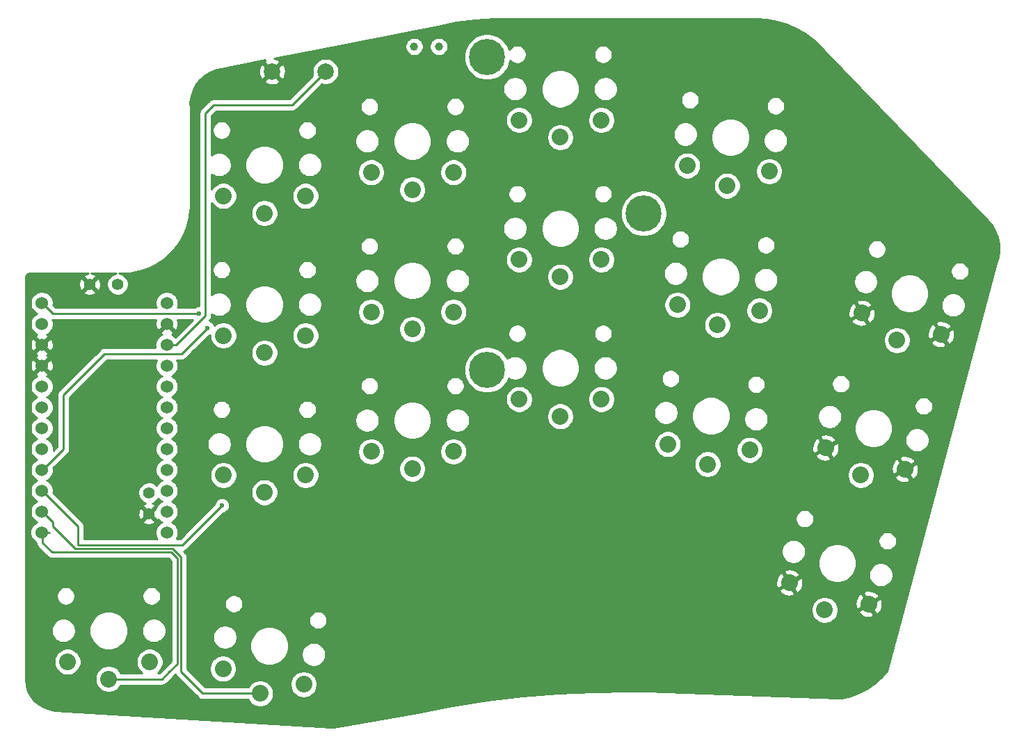
<source format=gtl>
G04 #@! TF.GenerationSoftware,KiCad,Pcbnew,5.1.10*
G04 #@! TF.CreationDate,2021-06-10T13:23:10+01:00*
G04 #@! TF.ProjectId,hypergolic_left,68797065-7267-46f6-9c69-635f6c656674,0.1*
G04 #@! TF.SameCoordinates,Original*
G04 #@! TF.FileFunction,Copper,L1,Top*
G04 #@! TF.FilePolarity,Positive*
%FSLAX46Y46*%
G04 Gerber Fmt 4.6, Leading zero omitted, Abs format (unit mm)*
G04 Created by KiCad (PCBNEW 5.1.10) date 2021-06-10 13:23:10*
%MOMM*%
%LPD*%
G01*
G04 APERTURE LIST*
G04 #@! TA.AperFunction,ComponentPad*
%ADD10C,2.032000*%
G04 #@! TD*
G04 #@! TA.AperFunction,ComponentPad*
%ADD11C,1.397000*%
G04 #@! TD*
G04 #@! TA.AperFunction,ComponentPad*
%ADD12C,1.524000*%
G04 #@! TD*
G04 #@! TA.AperFunction,ComponentPad*
%ADD13C,4.400000*%
G04 #@! TD*
G04 #@! TA.AperFunction,WasherPad*
%ADD14C,1.000000*%
G04 #@! TD*
G04 #@! TA.AperFunction,ComponentPad*
%ADD15C,2.000000*%
G04 #@! TD*
G04 #@! TA.AperFunction,ViaPad*
%ADD16C,0.600000*%
G04 #@! TD*
G04 #@! TA.AperFunction,Conductor*
%ADD17C,0.250000*%
G04 #@! TD*
G04 #@! TA.AperFunction,Conductor*
%ADD18C,0.254000*%
G04 #@! TD*
G04 #@! TA.AperFunction,Conductor*
%ADD19C,0.150000*%
G04 #@! TD*
G04 APERTURE END LIST*
D10*
X59260000Y-80964000D03*
X64260000Y-78864000D03*
X54260000Y-78864000D03*
X115563137Y-43611228D03*
X120697446Y-41865126D03*
X110721805Y-41167561D03*
X59260000Y-63964000D03*
X64260000Y-61864000D03*
X54260000Y-61864000D03*
X40294000Y-103690000D03*
X45294000Y-101590000D03*
X35294000Y-101590000D03*
X58726227Y-105449600D03*
X64035062Y-104342228D03*
X54218790Y-102434138D03*
X77260000Y-78089000D03*
X82260000Y-75989000D03*
X72260000Y-75989000D03*
X95260000Y-71714000D03*
X100260000Y-69614000D03*
X90260000Y-69614000D03*
X113191137Y-77533328D03*
X118325446Y-75787226D03*
X108349805Y-75089661D03*
X77260000Y-61084000D03*
X82260000Y-58984000D03*
X72260000Y-58984000D03*
X95260000Y-54714000D03*
X100260000Y-52614000D03*
X90260000Y-52614000D03*
X114377337Y-60569828D03*
X119511646Y-58823726D03*
X109536005Y-58126161D03*
X59260000Y-46964000D03*
X64260000Y-44864000D03*
X54260000Y-44864000D03*
X77260000Y-44084000D03*
X82260000Y-41984000D03*
X72260000Y-41984000D03*
X95260000Y-37724000D03*
X100260000Y-35624000D03*
X90260000Y-35624000D03*
D11*
X45212000Y-81026000D03*
X45212000Y-83566000D03*
D12*
X32166600Y-57912000D03*
X32166600Y-60452000D03*
X32166600Y-62992000D03*
X32166600Y-65532000D03*
X32166600Y-68072000D03*
X32166600Y-70612000D03*
X32166600Y-73152000D03*
X32166600Y-75692000D03*
X32166600Y-78232000D03*
X32166600Y-80772000D03*
X32166600Y-83312000D03*
X32166600Y-85852000D03*
X47386600Y-85852000D03*
X47386600Y-83312000D03*
X47386600Y-80772000D03*
X47386600Y-78232000D03*
X47386600Y-75692000D03*
X47386600Y-73152000D03*
X47386600Y-70612000D03*
X47386600Y-68072000D03*
X47386600Y-65532000D03*
X47386600Y-62992000D03*
X47386600Y-60452000D03*
X47386600Y-57912000D03*
D11*
X41402000Y-55626000D03*
D13*
X105410000Y-46990000D03*
X86360000Y-66040000D03*
X86360000Y-27940000D03*
D10*
X127440468Y-95284662D03*
X132813617Y-94550313D03*
X123154358Y-91962123D03*
X131841668Y-78859062D03*
X137214817Y-78124713D03*
X127555558Y-75536523D03*
X136241568Y-62438362D03*
X141614717Y-61704013D03*
X131955458Y-59115823D03*
D14*
X80494000Y-26670000D03*
X77494000Y-26670000D03*
D15*
X66698000Y-29718000D03*
X60198000Y-29718000D03*
D11*
X37998000Y-55626000D03*
D16*
X52324000Y-60960000D03*
X51308000Y-59182000D03*
X54102000Y-82550000D03*
D17*
X47498000Y-62992000D02*
X46679600Y-62992000D01*
X48514000Y-62992000D02*
X47498000Y-62992000D01*
X52085047Y-59420953D02*
X48514000Y-62992000D01*
X52085047Y-34782953D02*
X52085047Y-59420953D01*
X53086000Y-33782000D02*
X52085047Y-34782953D01*
X62634000Y-33782000D02*
X53086000Y-33782000D01*
X66698000Y-29718000D02*
X62634000Y-33782000D01*
X49204999Y-64079001D02*
X39806999Y-64079001D01*
X52324000Y-60960000D02*
X49204999Y-64079001D01*
X39806999Y-64079001D02*
X34798000Y-69088000D01*
X34798000Y-75700600D02*
X32266600Y-78232000D01*
X34798000Y-69088000D02*
X34798000Y-75700600D01*
X33536600Y-59182000D02*
X32266600Y-57912000D01*
X51308000Y-59182000D02*
X33536600Y-59182000D01*
X54102000Y-82550000D02*
X49285028Y-87366972D01*
X49285028Y-87366972D02*
X36566972Y-87366972D01*
X36566972Y-85072372D02*
X32266600Y-80772000D01*
X36566972Y-87366972D02*
X36566972Y-85072372D01*
X49093001Y-97972999D02*
X49093001Y-98693031D01*
X33528000Y-84573400D02*
X32266600Y-83312000D01*
X33528000Y-85090000D02*
X33528000Y-84573400D01*
X36254982Y-87816982D02*
X33528000Y-85090000D01*
X48071374Y-87816982D02*
X36254982Y-87816982D01*
X49093001Y-88838609D02*
X48071374Y-87816982D01*
X49093001Y-97972999D02*
X49093001Y-88838609D01*
X51743602Y-105449600D02*
X49093001Y-102798999D01*
X58726227Y-105449600D02*
X51743602Y-105449600D01*
X49093001Y-102798999D02*
X49093001Y-97972999D01*
X33104762Y-85852000D02*
X31459600Y-85852000D01*
X47884973Y-88266991D02*
X33402991Y-88266991D01*
X33402991Y-88266991D02*
X32266600Y-87130600D01*
X48642991Y-89025009D02*
X47884973Y-88266991D01*
X32266600Y-87130600D02*
X32266600Y-85852000D01*
X48642991Y-101854000D02*
X48642991Y-89025009D01*
X46806992Y-103690000D02*
X47689496Y-102807496D01*
X40294000Y-103690000D02*
X46806992Y-103690000D01*
X47689496Y-102807496D02*
X48642991Y-101854000D01*
X47606991Y-102890000D02*
X47689496Y-102807496D01*
D18*
X119104941Y-23315983D02*
X120376567Y-23390417D01*
X121610058Y-23609026D01*
X122809616Y-23970052D01*
X123958860Y-24468566D01*
X125042093Y-25097757D01*
X126044524Y-25849036D01*
X126965671Y-26724702D01*
X127043046Y-26808590D01*
X127047675Y-26814459D01*
X147218469Y-47780900D01*
X147772546Y-48437467D01*
X148189261Y-49146010D01*
X148480635Y-49914631D01*
X148638339Y-50721363D01*
X148657863Y-51543135D01*
X148536570Y-52370628D01*
X148422944Y-52773866D01*
X148421470Y-52777770D01*
X134986321Y-102688036D01*
X134345371Y-103459795D01*
X133528650Y-104213186D01*
X132619469Y-104851939D01*
X131633796Y-105364836D01*
X130588938Y-105742869D01*
X129491098Y-105982041D01*
X129013477Y-106038097D01*
X105799550Y-105189103D01*
X105791208Y-105189618D01*
X103621075Y-105161274D01*
X103611747Y-105161315D01*
X103602356Y-105161276D01*
X99301098Y-105218513D01*
X99300336Y-105218536D01*
X99276328Y-105219275D01*
X94979687Y-105426588D01*
X94954958Y-105428214D01*
X90668171Y-105785352D01*
X90644089Y-105787783D01*
X90643514Y-105787841D01*
X86371801Y-106294367D01*
X86347245Y-106297715D01*
X86347236Y-106297716D01*
X82095814Y-106953014D01*
X82071390Y-106957216D01*
X77850463Y-107759530D01*
X67716810Y-109532919D01*
X67466216Y-109561270D01*
X67343227Y-109556331D01*
X33792003Y-107497594D01*
X33065205Y-107376467D01*
X32399294Y-107134596D01*
X31788613Y-106775423D01*
X31253608Y-106310975D01*
X30812203Y-105756809D01*
X30479178Y-105131483D01*
X30265685Y-104455939D01*
X30175552Y-103725875D01*
X30174005Y-103626766D01*
X30176169Y-101427391D01*
X33643000Y-101427391D01*
X33643000Y-101752609D01*
X33706447Y-102071579D01*
X33830903Y-102372042D01*
X34011585Y-102642451D01*
X34241549Y-102872415D01*
X34511958Y-103053097D01*
X34812421Y-103177553D01*
X35131391Y-103241000D01*
X35456609Y-103241000D01*
X35775579Y-103177553D01*
X36076042Y-103053097D01*
X36346451Y-102872415D01*
X36576415Y-102642451D01*
X36757097Y-102372042D01*
X36881553Y-102071579D01*
X36945000Y-101752609D01*
X36945000Y-101427391D01*
X36881553Y-101108421D01*
X36757097Y-100807958D01*
X36576415Y-100537549D01*
X36346451Y-100307585D01*
X36076042Y-100126903D01*
X35775579Y-100002447D01*
X35456609Y-99939000D01*
X35131391Y-99939000D01*
X34812421Y-100002447D01*
X34511958Y-100126903D01*
X34241549Y-100307585D01*
X34011585Y-100537549D01*
X33830903Y-100807958D01*
X33706447Y-101108421D01*
X33643000Y-101427391D01*
X30176169Y-101427391D01*
X30179893Y-97643652D01*
X33308100Y-97643652D01*
X33308100Y-97936348D01*
X33365202Y-98223421D01*
X33477212Y-98493838D01*
X33639826Y-98737206D01*
X33846794Y-98944174D01*
X34090162Y-99106788D01*
X34360579Y-99218798D01*
X34647652Y-99275900D01*
X34940348Y-99275900D01*
X35227421Y-99218798D01*
X35497838Y-99106788D01*
X35741206Y-98944174D01*
X35948174Y-98737206D01*
X36110788Y-98493838D01*
X36222798Y-98223421D01*
X36279900Y-97936348D01*
X36279900Y-97643652D01*
X36262982Y-97558594D01*
X37944500Y-97558594D01*
X37944500Y-98021406D01*
X38034790Y-98475324D01*
X38211900Y-98902905D01*
X38469024Y-99287719D01*
X38796281Y-99614976D01*
X39181095Y-99872100D01*
X39608676Y-100049210D01*
X40062594Y-100139500D01*
X40525406Y-100139500D01*
X40979324Y-100049210D01*
X41406905Y-99872100D01*
X41791719Y-99614976D01*
X42118976Y-99287719D01*
X42376100Y-98902905D01*
X42553210Y-98475324D01*
X42643500Y-98021406D01*
X42643500Y-97643652D01*
X44308100Y-97643652D01*
X44308100Y-97936348D01*
X44365202Y-98223421D01*
X44477212Y-98493838D01*
X44639826Y-98737206D01*
X44846794Y-98944174D01*
X45090162Y-99106788D01*
X45360579Y-99218798D01*
X45647652Y-99275900D01*
X45940348Y-99275900D01*
X46227421Y-99218798D01*
X46497838Y-99106788D01*
X46741206Y-98944174D01*
X46948174Y-98737206D01*
X47110788Y-98493838D01*
X47222798Y-98223421D01*
X47279900Y-97936348D01*
X47279900Y-97643652D01*
X47222798Y-97356579D01*
X47110788Y-97086162D01*
X46948174Y-96842794D01*
X46741206Y-96635826D01*
X46497838Y-96473212D01*
X46227421Y-96361202D01*
X45940348Y-96304100D01*
X45647652Y-96304100D01*
X45360579Y-96361202D01*
X45090162Y-96473212D01*
X44846794Y-96635826D01*
X44639826Y-96842794D01*
X44477212Y-97086162D01*
X44365202Y-97356579D01*
X44308100Y-97643652D01*
X42643500Y-97643652D01*
X42643500Y-97558594D01*
X42553210Y-97104676D01*
X42376100Y-96677095D01*
X42118976Y-96292281D01*
X41791719Y-95965024D01*
X41406905Y-95707900D01*
X40979324Y-95530790D01*
X40525406Y-95440500D01*
X40062594Y-95440500D01*
X39608676Y-95530790D01*
X39181095Y-95707900D01*
X38796281Y-95965024D01*
X38469024Y-96292281D01*
X38211900Y-96677095D01*
X38034790Y-97104676D01*
X37944500Y-97558594D01*
X36262982Y-97558594D01*
X36222798Y-97356579D01*
X36110788Y-97086162D01*
X35948174Y-96842794D01*
X35741206Y-96635826D01*
X35497838Y-96473212D01*
X35227421Y-96361202D01*
X34940348Y-96304100D01*
X34647652Y-96304100D01*
X34360579Y-96361202D01*
X34090162Y-96473212D01*
X33846794Y-96635826D01*
X33639826Y-96842794D01*
X33477212Y-97086162D01*
X33365202Y-97356579D01*
X33308100Y-97643652D01*
X30179893Y-97643652D01*
X30183992Y-93478675D01*
X33943700Y-93478675D01*
X33943700Y-93701325D01*
X33987137Y-93919696D01*
X34072341Y-94125398D01*
X34196039Y-94310524D01*
X34353476Y-94467961D01*
X34538602Y-94591659D01*
X34744304Y-94676863D01*
X34962675Y-94720300D01*
X35185325Y-94720300D01*
X35403696Y-94676863D01*
X35609398Y-94591659D01*
X35794524Y-94467961D01*
X35951961Y-94310524D01*
X36075659Y-94125398D01*
X36160863Y-93919696D01*
X36204300Y-93701325D01*
X36204300Y-93478675D01*
X44383700Y-93478675D01*
X44383700Y-93701325D01*
X44427137Y-93919696D01*
X44512341Y-94125398D01*
X44636039Y-94310524D01*
X44793476Y-94467961D01*
X44978602Y-94591659D01*
X45184304Y-94676863D01*
X45402675Y-94720300D01*
X45625325Y-94720300D01*
X45843696Y-94676863D01*
X46049398Y-94591659D01*
X46234524Y-94467961D01*
X46391961Y-94310524D01*
X46515659Y-94125398D01*
X46600863Y-93919696D01*
X46644300Y-93701325D01*
X46644300Y-93478675D01*
X46600863Y-93260304D01*
X46515659Y-93054602D01*
X46391961Y-92869476D01*
X46234524Y-92712039D01*
X46049398Y-92588341D01*
X45843696Y-92503137D01*
X45625325Y-92459700D01*
X45402675Y-92459700D01*
X45184304Y-92503137D01*
X44978602Y-92588341D01*
X44793476Y-92712039D01*
X44636039Y-92869476D01*
X44512341Y-93054602D01*
X44427137Y-93260304D01*
X44383700Y-93478675D01*
X36204300Y-93478675D01*
X36160863Y-93260304D01*
X36075659Y-93054602D01*
X35951961Y-92869476D01*
X35794524Y-92712039D01*
X35609398Y-92588341D01*
X35403696Y-92503137D01*
X35185325Y-92459700D01*
X34962675Y-92459700D01*
X34744304Y-92503137D01*
X34538602Y-92588341D01*
X34353476Y-92712039D01*
X34196039Y-92869476D01*
X34072341Y-93054602D01*
X33987137Y-93260304D01*
X33943700Y-93478675D01*
X30183992Y-93478675D01*
X30189965Y-87411236D01*
X30190000Y-87410877D01*
X30190000Y-87375351D01*
X30190033Y-87341822D01*
X30190000Y-87341484D01*
X30190000Y-85852000D01*
X30695923Y-85852000D01*
X30710597Y-86000986D01*
X30754054Y-86144247D01*
X30824626Y-86276276D01*
X30835959Y-86290085D01*
X30928595Y-86513727D01*
X31081480Y-86742535D01*
X31276065Y-86937120D01*
X31504873Y-87090005D01*
X31506600Y-87090720D01*
X31506600Y-87093277D01*
X31502924Y-87130600D01*
X31506600Y-87167922D01*
X31506600Y-87167932D01*
X31517597Y-87279585D01*
X31555430Y-87404305D01*
X31561054Y-87422846D01*
X31631626Y-87554876D01*
X31668963Y-87600371D01*
X31726599Y-87670601D01*
X31755602Y-87694404D01*
X32839191Y-88777993D01*
X32862990Y-88806992D01*
X32891988Y-88830790D01*
X32978715Y-88901965D01*
X33110744Y-88972537D01*
X33254005Y-89015994D01*
X33402991Y-89030668D01*
X33440324Y-89026991D01*
X47570172Y-89026991D01*
X47882992Y-89339812D01*
X47882991Y-101539198D01*
X47178498Y-102243693D01*
X47178493Y-102243697D01*
X47143915Y-102278275D01*
X47043195Y-102378994D01*
X47043190Y-102379000D01*
X46492191Y-102930000D01*
X46260269Y-102930000D01*
X46346451Y-102872415D01*
X46576415Y-102642451D01*
X46757097Y-102372042D01*
X46881553Y-102071579D01*
X46945000Y-101752609D01*
X46945000Y-101427391D01*
X46881553Y-101108421D01*
X46757097Y-100807958D01*
X46576415Y-100537549D01*
X46346451Y-100307585D01*
X46076042Y-100126903D01*
X45775579Y-100002447D01*
X45456609Y-99939000D01*
X45131391Y-99939000D01*
X44812421Y-100002447D01*
X44511958Y-100126903D01*
X44241549Y-100307585D01*
X44011585Y-100537549D01*
X43830903Y-100807958D01*
X43706447Y-101108421D01*
X43643000Y-101427391D01*
X43643000Y-101752609D01*
X43706447Y-102071579D01*
X43830903Y-102372042D01*
X44011585Y-102642451D01*
X44241549Y-102872415D01*
X44327731Y-102930000D01*
X41766227Y-102930000D01*
X41757097Y-102907958D01*
X41576415Y-102637549D01*
X41346451Y-102407585D01*
X41076042Y-102226903D01*
X40775579Y-102102447D01*
X40456609Y-102039000D01*
X40131391Y-102039000D01*
X39812421Y-102102447D01*
X39511958Y-102226903D01*
X39241549Y-102407585D01*
X39011585Y-102637549D01*
X38830903Y-102907958D01*
X38706447Y-103208421D01*
X38643000Y-103527391D01*
X38643000Y-103852609D01*
X38706447Y-104171579D01*
X38830903Y-104472042D01*
X39011585Y-104742451D01*
X39241549Y-104972415D01*
X39511958Y-105153097D01*
X39812421Y-105277553D01*
X40131391Y-105341000D01*
X40456609Y-105341000D01*
X40775579Y-105277553D01*
X41076042Y-105153097D01*
X41346451Y-104972415D01*
X41576415Y-104742451D01*
X41757097Y-104472042D01*
X41766227Y-104450000D01*
X46769670Y-104450000D01*
X46806992Y-104453676D01*
X46844314Y-104450000D01*
X46844325Y-104450000D01*
X46955978Y-104439003D01*
X47099239Y-104395546D01*
X47231268Y-104324974D01*
X47346993Y-104230001D01*
X47370795Y-104200998D01*
X48253295Y-103318499D01*
X48419882Y-103151912D01*
X48458027Y-103223275D01*
X48490546Y-103262899D01*
X48553000Y-103339000D01*
X48582004Y-103362803D01*
X51179803Y-105960603D01*
X51203601Y-105989601D01*
X51232599Y-106013399D01*
X51319325Y-106084574D01*
X51435730Y-106146794D01*
X51451355Y-106155146D01*
X51594616Y-106198603D01*
X51706269Y-106209600D01*
X51706279Y-106209600D01*
X51743602Y-106213276D01*
X51780925Y-106209600D01*
X57254000Y-106209600D01*
X57263130Y-106231642D01*
X57443812Y-106502051D01*
X57673776Y-106732015D01*
X57944185Y-106912697D01*
X58244648Y-107037153D01*
X58563618Y-107100600D01*
X58888836Y-107100600D01*
X59207806Y-107037153D01*
X59508269Y-106912697D01*
X59778678Y-106732015D01*
X60008642Y-106502051D01*
X60189324Y-106231642D01*
X60313780Y-105931179D01*
X60377227Y-105612209D01*
X60377227Y-105286991D01*
X60313780Y-104968021D01*
X60189324Y-104667558D01*
X60008642Y-104397149D01*
X59791112Y-104179619D01*
X62384062Y-104179619D01*
X62384062Y-104504837D01*
X62447509Y-104823807D01*
X62571965Y-105124270D01*
X62752647Y-105394679D01*
X62982611Y-105624643D01*
X63253020Y-105805325D01*
X63553483Y-105929781D01*
X63872453Y-105993228D01*
X64197671Y-105993228D01*
X64516641Y-105929781D01*
X64817104Y-105805325D01*
X65087513Y-105624643D01*
X65317477Y-105394679D01*
X65498159Y-105124270D01*
X65622615Y-104823807D01*
X65686062Y-104504837D01*
X65686062Y-104179619D01*
X65622615Y-103860649D01*
X65498159Y-103560186D01*
X65317477Y-103289777D01*
X65087513Y-103059813D01*
X64817104Y-102879131D01*
X64516641Y-102754675D01*
X64197671Y-102691228D01*
X63872453Y-102691228D01*
X63553483Y-102754675D01*
X63253020Y-102879131D01*
X62982611Y-103059813D01*
X62752647Y-103289777D01*
X62571965Y-103560186D01*
X62447509Y-103860649D01*
X62384062Y-104179619D01*
X59791112Y-104179619D01*
X59778678Y-104167185D01*
X59508269Y-103986503D01*
X59207806Y-103862047D01*
X58888836Y-103798600D01*
X58563618Y-103798600D01*
X58244648Y-103862047D01*
X57944185Y-103986503D01*
X57673776Y-104167185D01*
X57443812Y-104397149D01*
X57263130Y-104667558D01*
X57254000Y-104689600D01*
X52058404Y-104689600D01*
X49853001Y-102484198D01*
X49853001Y-102271529D01*
X52567790Y-102271529D01*
X52567790Y-102596747D01*
X52631237Y-102915717D01*
X52755693Y-103216180D01*
X52936375Y-103486589D01*
X53166339Y-103716553D01*
X53436748Y-103897235D01*
X53737211Y-104021691D01*
X54056181Y-104085138D01*
X54381399Y-104085138D01*
X54700369Y-104021691D01*
X55000832Y-103897235D01*
X55271241Y-103716553D01*
X55501205Y-103486589D01*
X55681887Y-103216180D01*
X55806343Y-102915717D01*
X55869790Y-102596747D01*
X55869790Y-102271529D01*
X55806343Y-101952559D01*
X55681887Y-101652096D01*
X55501205Y-101381687D01*
X55271241Y-101151723D01*
X55000832Y-100971041D01*
X54700369Y-100846585D01*
X54381399Y-100783138D01*
X54056181Y-100783138D01*
X53737211Y-100846585D01*
X53436748Y-100971041D01*
X53166339Y-101151723D01*
X52936375Y-101381687D01*
X52755693Y-101652096D01*
X52631237Y-101952559D01*
X52567790Y-102271529D01*
X49853001Y-102271529D01*
X49853001Y-98462203D01*
X52967150Y-98462203D01*
X52967150Y-98754899D01*
X53024252Y-99041972D01*
X53136262Y-99312389D01*
X53298876Y-99555757D01*
X53505844Y-99762725D01*
X53749212Y-99925339D01*
X54019629Y-100037349D01*
X54306702Y-100094451D01*
X54599398Y-100094451D01*
X54886471Y-100037349D01*
X55156888Y-99925339D01*
X55400256Y-99762725D01*
X55607224Y-99555757D01*
X55693528Y-99426594D01*
X57502500Y-99426594D01*
X57502500Y-99889406D01*
X57592790Y-100343324D01*
X57769900Y-100770905D01*
X58027024Y-101155719D01*
X58354281Y-101482976D01*
X58739095Y-101740100D01*
X59166676Y-101917210D01*
X59620594Y-102007500D01*
X60083406Y-102007500D01*
X60537324Y-101917210D01*
X60964905Y-101740100D01*
X61349719Y-101482976D01*
X61676976Y-101155719D01*
X61934100Y-100770905D01*
X62021003Y-100561101D01*
X63765050Y-100561101D01*
X63765050Y-100853797D01*
X63822152Y-101140870D01*
X63934162Y-101411287D01*
X64096776Y-101654655D01*
X64303744Y-101861623D01*
X64547112Y-102024237D01*
X64817529Y-102136247D01*
X65104602Y-102193349D01*
X65397298Y-102193349D01*
X65684371Y-102136247D01*
X65954788Y-102024237D01*
X66198156Y-101861623D01*
X66405124Y-101654655D01*
X66567738Y-101411287D01*
X66679748Y-101140870D01*
X66736850Y-100853797D01*
X66736850Y-100561101D01*
X66679748Y-100274028D01*
X66567738Y-100003611D01*
X66405124Y-99760243D01*
X66198156Y-99553275D01*
X65954788Y-99390661D01*
X65684371Y-99278651D01*
X65397298Y-99221549D01*
X65104602Y-99221549D01*
X64817529Y-99278651D01*
X64547112Y-99390661D01*
X64303744Y-99553275D01*
X64096776Y-99760243D01*
X63934162Y-100003611D01*
X63822152Y-100274028D01*
X63765050Y-100561101D01*
X62021003Y-100561101D01*
X62111210Y-100343324D01*
X62201500Y-99889406D01*
X62201500Y-99426594D01*
X62111210Y-98972676D01*
X61934100Y-98545095D01*
X61676976Y-98160281D01*
X61349719Y-97833024D01*
X60964905Y-97575900D01*
X60537324Y-97398790D01*
X60083406Y-97308500D01*
X59620594Y-97308500D01*
X59166676Y-97398790D01*
X58739095Y-97575900D01*
X58354281Y-97833024D01*
X58027024Y-98160281D01*
X57769900Y-98545095D01*
X57592790Y-98972676D01*
X57502500Y-99426594D01*
X55693528Y-99426594D01*
X55769838Y-99312389D01*
X55881848Y-99041972D01*
X55938950Y-98754899D01*
X55938950Y-98462203D01*
X55881848Y-98175130D01*
X55769838Y-97904713D01*
X55607224Y-97661345D01*
X55400256Y-97454377D01*
X55156888Y-97291763D01*
X54886471Y-97179753D01*
X54599398Y-97122651D01*
X54306702Y-97122651D01*
X54019629Y-97179753D01*
X53749212Y-97291763D01*
X53505844Y-97454377D01*
X53298876Y-97661345D01*
X53136262Y-97904713D01*
X53024252Y-98175130D01*
X52967150Y-98462203D01*
X49853001Y-98462203D01*
X49853001Y-96419864D01*
X64647192Y-96419864D01*
X64647192Y-96642514D01*
X64690629Y-96860885D01*
X64775833Y-97066587D01*
X64899531Y-97251713D01*
X65056968Y-97409150D01*
X65242094Y-97532848D01*
X65447796Y-97618052D01*
X65666167Y-97661489D01*
X65888817Y-97661489D01*
X66107188Y-97618052D01*
X66312890Y-97532848D01*
X66498016Y-97409150D01*
X66655453Y-97251713D01*
X66779151Y-97066587D01*
X66864355Y-96860885D01*
X66907792Y-96642514D01*
X66907792Y-96419864D01*
X66864355Y-96201493D01*
X66779151Y-95995791D01*
X66655453Y-95810665D01*
X66498016Y-95653228D01*
X66312890Y-95529530D01*
X66107188Y-95444326D01*
X65888817Y-95400889D01*
X65666167Y-95400889D01*
X65447796Y-95444326D01*
X65242094Y-95529530D01*
X65056968Y-95653228D01*
X64899531Y-95810665D01*
X64775833Y-95995791D01*
X64690629Y-96201493D01*
X64647192Y-96419864D01*
X49853001Y-96419864D01*
X49853001Y-94427818D01*
X54399004Y-94427818D01*
X54399004Y-94650468D01*
X54442441Y-94868839D01*
X54527645Y-95074541D01*
X54651343Y-95259667D01*
X54808780Y-95417104D01*
X54993906Y-95540802D01*
X55199608Y-95626006D01*
X55417979Y-95669443D01*
X55640629Y-95669443D01*
X55859000Y-95626006D01*
X56064702Y-95540802D01*
X56249828Y-95417104D01*
X56407265Y-95259667D01*
X56499216Y-95122053D01*
X125789468Y-95122053D01*
X125789468Y-95447271D01*
X125852915Y-95766241D01*
X125977371Y-96066704D01*
X126158053Y-96337113D01*
X126388017Y-96567077D01*
X126658426Y-96747759D01*
X126958889Y-96872215D01*
X127277859Y-96935662D01*
X127603077Y-96935662D01*
X127922047Y-96872215D01*
X128222510Y-96747759D01*
X128492919Y-96567077D01*
X128722883Y-96337113D01*
X128903565Y-96066704D01*
X129028021Y-95766241D01*
X129091468Y-95447271D01*
X129091468Y-95407725D01*
X131582536Y-95407725D01*
X131608048Y-95689982D01*
X131853552Y-95903279D01*
X132135949Y-96064582D01*
X132444389Y-96167692D01*
X132767019Y-96208647D01*
X133091439Y-96185873D01*
X133287836Y-96140080D01*
X133451058Y-95908394D01*
X132767132Y-94723798D01*
X131582536Y-95407725D01*
X129091468Y-95407725D01*
X129091468Y-95122053D01*
X129028021Y-94803083D01*
X128904019Y-94503715D01*
X131155283Y-94503715D01*
X131178057Y-94828135D01*
X131223850Y-95024532D01*
X131455536Y-95187754D01*
X132479103Y-94596798D01*
X132987102Y-94596798D01*
X133671029Y-95781394D01*
X133953286Y-95755882D01*
X134166583Y-95510378D01*
X134327886Y-95227981D01*
X134430996Y-94919541D01*
X134471951Y-94596911D01*
X134449177Y-94272491D01*
X134403384Y-94076094D01*
X134171698Y-93912872D01*
X132987102Y-94596798D01*
X132479103Y-94596798D01*
X132640132Y-94503828D01*
X131956205Y-93319232D01*
X131673948Y-93344744D01*
X131460651Y-93590248D01*
X131299348Y-93872645D01*
X131196238Y-94181085D01*
X131155283Y-94503715D01*
X128904019Y-94503715D01*
X128903565Y-94502620D01*
X128722883Y-94232211D01*
X128492919Y-94002247D01*
X128222510Y-93821565D01*
X127922047Y-93697109D01*
X127603077Y-93633662D01*
X127277859Y-93633662D01*
X126958889Y-93697109D01*
X126658426Y-93821565D01*
X126388017Y-94002247D01*
X126158053Y-94232211D01*
X125977371Y-94502620D01*
X125852915Y-94803083D01*
X125789468Y-95122053D01*
X56499216Y-95122053D01*
X56530963Y-95074541D01*
X56616167Y-94868839D01*
X56659604Y-94650468D01*
X56659604Y-94427818D01*
X56616167Y-94209447D01*
X56530963Y-94003745D01*
X56407265Y-93818619D01*
X56249828Y-93661182D01*
X56064702Y-93537484D01*
X55859000Y-93452280D01*
X55640629Y-93408843D01*
X55417979Y-93408843D01*
X55199608Y-93452280D01*
X54993906Y-93537484D01*
X54808780Y-93661182D01*
X54651343Y-93818619D01*
X54527645Y-94003745D01*
X54442441Y-94209447D01*
X54399004Y-94427818D01*
X49853001Y-94427818D01*
X49853001Y-92819535D01*
X121923277Y-92819535D01*
X121948789Y-93101792D01*
X122194293Y-93315089D01*
X122476690Y-93476392D01*
X122785130Y-93579502D01*
X123107760Y-93620457D01*
X123432180Y-93597683D01*
X123628577Y-93551890D01*
X123791799Y-93320204D01*
X123107873Y-92135608D01*
X121923277Y-92819535D01*
X49853001Y-92819535D01*
X49853001Y-91915525D01*
X121496024Y-91915525D01*
X121518798Y-92239945D01*
X121564591Y-92436342D01*
X121796277Y-92599564D01*
X122819844Y-92008608D01*
X123327843Y-92008608D01*
X124011770Y-93193204D01*
X124022523Y-93192232D01*
X132176176Y-93192232D01*
X132860102Y-94376828D01*
X134044698Y-93692901D01*
X134019186Y-93410644D01*
X133773682Y-93197347D01*
X133491285Y-93036044D01*
X133182845Y-92932934D01*
X132860215Y-92891979D01*
X132535795Y-92914753D01*
X132339398Y-92960546D01*
X132176176Y-93192232D01*
X124022523Y-93192232D01*
X124294027Y-93167692D01*
X124507324Y-92922188D01*
X124668627Y-92639791D01*
X124771737Y-92331351D01*
X124812692Y-92008721D01*
X124789918Y-91684301D01*
X124744125Y-91487904D01*
X124512439Y-91324682D01*
X123327843Y-92008608D01*
X122819844Y-92008608D01*
X122980873Y-91915638D01*
X122296946Y-90731042D01*
X122014689Y-90756554D01*
X121801392Y-91002058D01*
X121640089Y-91284455D01*
X121536979Y-91592895D01*
X121496024Y-91915525D01*
X49853001Y-91915525D01*
X49853001Y-90604042D01*
X122516917Y-90604042D01*
X123200843Y-91788638D01*
X124385439Y-91104711D01*
X124359927Y-90822454D01*
X124114423Y-90609157D01*
X123832026Y-90447854D01*
X123523586Y-90344744D01*
X123200956Y-90303789D01*
X122876536Y-90326563D01*
X122680139Y-90372356D01*
X122516917Y-90604042D01*
X49853001Y-90604042D01*
X49853001Y-88875934D01*
X49856677Y-88838609D01*
X49853001Y-88801284D01*
X49853001Y-88801276D01*
X49842004Y-88689623D01*
X49798547Y-88546362D01*
X49727975Y-88414333D01*
X49633002Y-88298608D01*
X49604004Y-88274810D01*
X49442573Y-88113379D01*
X49577275Y-88072518D01*
X49683297Y-88015847D01*
X122169008Y-88015847D01*
X122169008Y-88308543D01*
X122226110Y-88595616D01*
X122338120Y-88866033D01*
X122500734Y-89109401D01*
X122707702Y-89316369D01*
X122951070Y-89478983D01*
X123221487Y-89590993D01*
X123508560Y-89648095D01*
X123801256Y-89648095D01*
X124088329Y-89590993D01*
X124358746Y-89478983D01*
X124545355Y-89354294D01*
X126618000Y-89354294D01*
X126618000Y-89817106D01*
X126708290Y-90271024D01*
X126885400Y-90698605D01*
X127142524Y-91083419D01*
X127469781Y-91410676D01*
X127854595Y-91667800D01*
X128282176Y-91844910D01*
X128736094Y-91935200D01*
X129198906Y-91935200D01*
X129652824Y-91844910D01*
X130080405Y-91667800D01*
X130465219Y-91410676D01*
X130792476Y-91083419D01*
X130939850Y-90862857D01*
X132794192Y-90862857D01*
X132794192Y-91155553D01*
X132851294Y-91442626D01*
X132963304Y-91713043D01*
X133125918Y-91956411D01*
X133332886Y-92163379D01*
X133576254Y-92325993D01*
X133846671Y-92438003D01*
X134133744Y-92495105D01*
X134426440Y-92495105D01*
X134713513Y-92438003D01*
X134983930Y-92325993D01*
X135227298Y-92163379D01*
X135434266Y-91956411D01*
X135596880Y-91713043D01*
X135708890Y-91442626D01*
X135765992Y-91155553D01*
X135765992Y-90862857D01*
X135708890Y-90575784D01*
X135596880Y-90305367D01*
X135434266Y-90061999D01*
X135227298Y-89855031D01*
X134983930Y-89692417D01*
X134713513Y-89580407D01*
X134426440Y-89523305D01*
X134133744Y-89523305D01*
X133846671Y-89580407D01*
X133576254Y-89692417D01*
X133332886Y-89855031D01*
X133125918Y-90061999D01*
X132963304Y-90305367D01*
X132851294Y-90575784D01*
X132794192Y-90862857D01*
X130939850Y-90862857D01*
X131049600Y-90698605D01*
X131226710Y-90271024D01*
X131317000Y-89817106D01*
X131317000Y-89354294D01*
X131226710Y-88900376D01*
X131049600Y-88472795D01*
X130792476Y-88087981D01*
X130465219Y-87760724D01*
X130080405Y-87503600D01*
X129652824Y-87326490D01*
X129198906Y-87236200D01*
X128736094Y-87236200D01*
X128282176Y-87326490D01*
X127854595Y-87503600D01*
X127469781Y-87760724D01*
X127142524Y-88087981D01*
X126885400Y-88472795D01*
X126708290Y-88900376D01*
X126618000Y-89354294D01*
X124545355Y-89354294D01*
X124602114Y-89316369D01*
X124809082Y-89109401D01*
X124971696Y-88866033D01*
X125083706Y-88595616D01*
X125140808Y-88308543D01*
X125140808Y-88015847D01*
X125083706Y-87728774D01*
X124971696Y-87458357D01*
X124809082Y-87214989D01*
X124602114Y-87008021D01*
X124358746Y-86845407D01*
X124173129Y-86768522D01*
X133966373Y-86768522D01*
X133966373Y-86991172D01*
X134009810Y-87209543D01*
X134095014Y-87415245D01*
X134218712Y-87600371D01*
X134376149Y-87757808D01*
X134561275Y-87881506D01*
X134766977Y-87966710D01*
X134985348Y-88010147D01*
X135207998Y-88010147D01*
X135426369Y-87966710D01*
X135632071Y-87881506D01*
X135817197Y-87757808D01*
X135974634Y-87600371D01*
X136098332Y-87415245D01*
X136183536Y-87209543D01*
X136226973Y-86991172D01*
X136226973Y-86768522D01*
X136183536Y-86550151D01*
X136098332Y-86344449D01*
X135974634Y-86159323D01*
X135817197Y-86001886D01*
X135632071Y-85878188D01*
X135426369Y-85792984D01*
X135207998Y-85749547D01*
X134985348Y-85749547D01*
X134766977Y-85792984D01*
X134561275Y-85878188D01*
X134376149Y-86001886D01*
X134218712Y-86159323D01*
X134095014Y-86344449D01*
X134009810Y-86550151D01*
X133966373Y-86768522D01*
X124173129Y-86768522D01*
X124088329Y-86733397D01*
X123801256Y-86676295D01*
X123508560Y-86676295D01*
X123221487Y-86733397D01*
X122951070Y-86845407D01*
X122707702Y-87008021D01*
X122500734Y-87214989D01*
X122338120Y-87458357D01*
X122226110Y-87728774D01*
X122169008Y-88015847D01*
X49683297Y-88015847D01*
X49709304Y-88001946D01*
X49825029Y-87906973D01*
X49848832Y-87877969D01*
X53660350Y-84066451D01*
X123882107Y-84066451D01*
X123882107Y-84289101D01*
X123925544Y-84507472D01*
X124010748Y-84713174D01*
X124134446Y-84898300D01*
X124291883Y-85055737D01*
X124477009Y-85179435D01*
X124682711Y-85264639D01*
X124901082Y-85308076D01*
X125123732Y-85308076D01*
X125342103Y-85264639D01*
X125547805Y-85179435D01*
X125732931Y-85055737D01*
X125890368Y-84898300D01*
X126014066Y-84713174D01*
X126099270Y-84507472D01*
X126142707Y-84289101D01*
X126142707Y-84066451D01*
X126099270Y-83848080D01*
X126014066Y-83642378D01*
X125890368Y-83457252D01*
X125732931Y-83299815D01*
X125547805Y-83176117D01*
X125342103Y-83090913D01*
X125123732Y-83047476D01*
X124901082Y-83047476D01*
X124682711Y-83090913D01*
X124477009Y-83176117D01*
X124291883Y-83299815D01*
X124134446Y-83457252D01*
X124010748Y-83642378D01*
X123925544Y-83848080D01*
X123882107Y-84066451D01*
X53660350Y-84066451D01*
X54253649Y-83473153D01*
X54374729Y-83449068D01*
X54544889Y-83378586D01*
X54698028Y-83276262D01*
X54828262Y-83146028D01*
X54930586Y-82992889D01*
X55001068Y-82822729D01*
X55037000Y-82642089D01*
X55037000Y-82457911D01*
X55001068Y-82277271D01*
X54930586Y-82107111D01*
X54828262Y-81953972D01*
X54698028Y-81823738D01*
X54544889Y-81721414D01*
X54374729Y-81650932D01*
X54194089Y-81615000D01*
X54009911Y-81615000D01*
X53829271Y-81650932D01*
X53659111Y-81721414D01*
X53505972Y-81823738D01*
X53375738Y-81953972D01*
X53273414Y-82107111D01*
X53202932Y-82277271D01*
X53178847Y-82398351D01*
X48970227Y-86606972D01*
X48562301Y-86606972D01*
X48624605Y-86513727D01*
X48729914Y-86259490D01*
X48783600Y-85989592D01*
X48783600Y-85714408D01*
X48729914Y-85444510D01*
X48624605Y-85190273D01*
X48471720Y-84961465D01*
X48277135Y-84766880D01*
X48048327Y-84613995D01*
X47971085Y-84582000D01*
X48048327Y-84550005D01*
X48277135Y-84397120D01*
X48471720Y-84202535D01*
X48624605Y-83973727D01*
X48729914Y-83719490D01*
X48783600Y-83449592D01*
X48783600Y-83174408D01*
X48729914Y-82904510D01*
X48624605Y-82650273D01*
X48471720Y-82421465D01*
X48277135Y-82226880D01*
X48048327Y-82073995D01*
X47971085Y-82042000D01*
X48048327Y-82010005D01*
X48277135Y-81857120D01*
X48471720Y-81662535D01*
X48624605Y-81433727D01*
X48729914Y-81179490D01*
X48783600Y-80909592D01*
X48783600Y-80801391D01*
X57609000Y-80801391D01*
X57609000Y-81126609D01*
X57672447Y-81445579D01*
X57796903Y-81746042D01*
X57977585Y-82016451D01*
X58207549Y-82246415D01*
X58477958Y-82427097D01*
X58778421Y-82551553D01*
X59097391Y-82615000D01*
X59422609Y-82615000D01*
X59741579Y-82551553D01*
X60042042Y-82427097D01*
X60312451Y-82246415D01*
X60542415Y-82016451D01*
X60723097Y-81746042D01*
X60847553Y-81445579D01*
X60911000Y-81126609D01*
X60911000Y-80801391D01*
X60847553Y-80482421D01*
X60723097Y-80181958D01*
X60542415Y-79911549D01*
X60312451Y-79681585D01*
X60042042Y-79500903D01*
X59741579Y-79376447D01*
X59422609Y-79313000D01*
X59097391Y-79313000D01*
X58778421Y-79376447D01*
X58477958Y-79500903D01*
X58207549Y-79681585D01*
X57977585Y-79911549D01*
X57796903Y-80181958D01*
X57672447Y-80482421D01*
X57609000Y-80801391D01*
X48783600Y-80801391D01*
X48783600Y-80634408D01*
X48729914Y-80364510D01*
X48624605Y-80110273D01*
X48471720Y-79881465D01*
X48277135Y-79686880D01*
X48048327Y-79533995D01*
X47971085Y-79502000D01*
X48048327Y-79470005D01*
X48277135Y-79317120D01*
X48471720Y-79122535D01*
X48624605Y-78893727D01*
X48704273Y-78701391D01*
X52609000Y-78701391D01*
X52609000Y-79026609D01*
X52672447Y-79345579D01*
X52796903Y-79646042D01*
X52977585Y-79916451D01*
X53207549Y-80146415D01*
X53477958Y-80327097D01*
X53778421Y-80451553D01*
X54097391Y-80515000D01*
X54422609Y-80515000D01*
X54741579Y-80451553D01*
X55042042Y-80327097D01*
X55312451Y-80146415D01*
X55542415Y-79916451D01*
X55723097Y-79646042D01*
X55847553Y-79345579D01*
X55911000Y-79026609D01*
X55911000Y-78701391D01*
X62609000Y-78701391D01*
X62609000Y-79026609D01*
X62672447Y-79345579D01*
X62796903Y-79646042D01*
X62977585Y-79916451D01*
X63207549Y-80146415D01*
X63477958Y-80327097D01*
X63778421Y-80451553D01*
X64097391Y-80515000D01*
X64422609Y-80515000D01*
X64741579Y-80451553D01*
X65042042Y-80327097D01*
X65312451Y-80146415D01*
X65542415Y-79916451D01*
X65723097Y-79646042D01*
X65847553Y-79345579D01*
X65911000Y-79026609D01*
X65911000Y-78701391D01*
X65847553Y-78382421D01*
X65723097Y-78081958D01*
X65619151Y-77926391D01*
X75609000Y-77926391D01*
X75609000Y-78251609D01*
X75672447Y-78570579D01*
X75796903Y-78871042D01*
X75977585Y-79141451D01*
X76207549Y-79371415D01*
X76477958Y-79552097D01*
X76778421Y-79676553D01*
X77097391Y-79740000D01*
X77422609Y-79740000D01*
X77741579Y-79676553D01*
X78042042Y-79552097D01*
X78312451Y-79371415D01*
X78542415Y-79141451D01*
X78723097Y-78871042D01*
X78847553Y-78570579D01*
X78911000Y-78251609D01*
X78911000Y-77926391D01*
X78847553Y-77607421D01*
X78723097Y-77306958D01*
X78542415Y-77036549D01*
X78312451Y-76806585D01*
X78042042Y-76625903D01*
X77741579Y-76501447D01*
X77422609Y-76438000D01*
X77097391Y-76438000D01*
X76778421Y-76501447D01*
X76477958Y-76625903D01*
X76207549Y-76806585D01*
X75977585Y-77036549D01*
X75796903Y-77306958D01*
X75672447Y-77607421D01*
X75609000Y-77926391D01*
X65619151Y-77926391D01*
X65542415Y-77811549D01*
X65312451Y-77581585D01*
X65042042Y-77400903D01*
X64741579Y-77276447D01*
X64422609Y-77213000D01*
X64097391Y-77213000D01*
X63778421Y-77276447D01*
X63477958Y-77400903D01*
X63207549Y-77581585D01*
X62977585Y-77811549D01*
X62796903Y-78081958D01*
X62672447Y-78382421D01*
X62609000Y-78701391D01*
X55911000Y-78701391D01*
X55847553Y-78382421D01*
X55723097Y-78081958D01*
X55542415Y-77811549D01*
X55312451Y-77581585D01*
X55042042Y-77400903D01*
X54741579Y-77276447D01*
X54422609Y-77213000D01*
X54097391Y-77213000D01*
X53778421Y-77276447D01*
X53477958Y-77400903D01*
X53207549Y-77581585D01*
X52977585Y-77811549D01*
X52796903Y-78081958D01*
X52672447Y-78382421D01*
X52609000Y-78701391D01*
X48704273Y-78701391D01*
X48729914Y-78639490D01*
X48783600Y-78369592D01*
X48783600Y-78094408D01*
X48729914Y-77824510D01*
X48624605Y-77570273D01*
X48471720Y-77341465D01*
X48277135Y-77146880D01*
X48048327Y-76993995D01*
X47971085Y-76962000D01*
X48048327Y-76930005D01*
X48277135Y-76777120D01*
X48471720Y-76582535D01*
X48624605Y-76353727D01*
X48729914Y-76099490D01*
X48783600Y-75829592D01*
X48783600Y-75554408D01*
X48729914Y-75284510D01*
X48624605Y-75030273D01*
X48549354Y-74917652D01*
X52274100Y-74917652D01*
X52274100Y-75210348D01*
X52331202Y-75497421D01*
X52443212Y-75767838D01*
X52605826Y-76011206D01*
X52812794Y-76218174D01*
X53056162Y-76380788D01*
X53326579Y-76492798D01*
X53613652Y-76549900D01*
X53906348Y-76549900D01*
X54193421Y-76492798D01*
X54463838Y-76380788D01*
X54707206Y-76218174D01*
X54914174Y-76011206D01*
X55076788Y-75767838D01*
X55188798Y-75497421D01*
X55245900Y-75210348D01*
X55245900Y-74917652D01*
X55228982Y-74832594D01*
X56910500Y-74832594D01*
X56910500Y-75295406D01*
X57000790Y-75749324D01*
X57177900Y-76176905D01*
X57435024Y-76561719D01*
X57762281Y-76888976D01*
X58147095Y-77146100D01*
X58574676Y-77323210D01*
X59028594Y-77413500D01*
X59491406Y-77413500D01*
X59945324Y-77323210D01*
X60372905Y-77146100D01*
X60757719Y-76888976D01*
X61084976Y-76561719D01*
X61342100Y-76176905D01*
X61519210Y-75749324D01*
X61609500Y-75295406D01*
X61609500Y-74917652D01*
X63274100Y-74917652D01*
X63274100Y-75210348D01*
X63331202Y-75497421D01*
X63443212Y-75767838D01*
X63605826Y-76011206D01*
X63812794Y-76218174D01*
X64056162Y-76380788D01*
X64326579Y-76492798D01*
X64613652Y-76549900D01*
X64906348Y-76549900D01*
X65193421Y-76492798D01*
X65463838Y-76380788D01*
X65707206Y-76218174D01*
X65914174Y-76011206D01*
X66037663Y-75826391D01*
X70609000Y-75826391D01*
X70609000Y-76151609D01*
X70672447Y-76470579D01*
X70796903Y-76771042D01*
X70977585Y-77041451D01*
X71207549Y-77271415D01*
X71477958Y-77452097D01*
X71778421Y-77576553D01*
X72097391Y-77640000D01*
X72422609Y-77640000D01*
X72741579Y-77576553D01*
X73042042Y-77452097D01*
X73312451Y-77271415D01*
X73542415Y-77041451D01*
X73723097Y-76771042D01*
X73847553Y-76470579D01*
X73911000Y-76151609D01*
X73911000Y-75826391D01*
X80609000Y-75826391D01*
X80609000Y-76151609D01*
X80672447Y-76470579D01*
X80796903Y-76771042D01*
X80977585Y-77041451D01*
X81207549Y-77271415D01*
X81477958Y-77452097D01*
X81778421Y-77576553D01*
X82097391Y-77640000D01*
X82422609Y-77640000D01*
X82741579Y-77576553D01*
X83042042Y-77452097D01*
X83163832Y-77370719D01*
X111540137Y-77370719D01*
X111540137Y-77695937D01*
X111603584Y-78014907D01*
X111728040Y-78315370D01*
X111908722Y-78585779D01*
X112138686Y-78815743D01*
X112409095Y-78996425D01*
X112709558Y-79120881D01*
X113028528Y-79184328D01*
X113353746Y-79184328D01*
X113672716Y-79120881D01*
X113973179Y-78996425D01*
X114243588Y-78815743D01*
X114362878Y-78696453D01*
X130190668Y-78696453D01*
X130190668Y-79021671D01*
X130254115Y-79340641D01*
X130378571Y-79641104D01*
X130559253Y-79911513D01*
X130789217Y-80141477D01*
X131059626Y-80322159D01*
X131360089Y-80446615D01*
X131679059Y-80510062D01*
X132004277Y-80510062D01*
X132323247Y-80446615D01*
X132623710Y-80322159D01*
X132894119Y-80141477D01*
X133124083Y-79911513D01*
X133304765Y-79641104D01*
X133429221Y-79340641D01*
X133492668Y-79021671D01*
X133492668Y-78982125D01*
X135983736Y-78982125D01*
X136009248Y-79264382D01*
X136254752Y-79477679D01*
X136537149Y-79638982D01*
X136845589Y-79742092D01*
X137168219Y-79783047D01*
X137492639Y-79760273D01*
X137689036Y-79714480D01*
X137852258Y-79482794D01*
X137168332Y-78298198D01*
X135983736Y-78982125D01*
X133492668Y-78982125D01*
X133492668Y-78696453D01*
X133429221Y-78377483D01*
X133305219Y-78078115D01*
X135556483Y-78078115D01*
X135579257Y-78402535D01*
X135625050Y-78598932D01*
X135856736Y-78762154D01*
X136880303Y-78171198D01*
X137388302Y-78171198D01*
X138072229Y-79355794D01*
X138354486Y-79330282D01*
X138567783Y-79084778D01*
X138729086Y-78802381D01*
X138832196Y-78493941D01*
X138873151Y-78171311D01*
X138850377Y-77846891D01*
X138804584Y-77650494D01*
X138572898Y-77487272D01*
X137388302Y-78171198D01*
X136880303Y-78171198D01*
X137041332Y-78078228D01*
X136357405Y-76893632D01*
X136075148Y-76919144D01*
X135861851Y-77164648D01*
X135700548Y-77447045D01*
X135597438Y-77755485D01*
X135556483Y-78078115D01*
X133305219Y-78078115D01*
X133304765Y-78077020D01*
X133124083Y-77806611D01*
X132894119Y-77576647D01*
X132623710Y-77395965D01*
X132323247Y-77271509D01*
X132004277Y-77208062D01*
X131679059Y-77208062D01*
X131360089Y-77271509D01*
X131059626Y-77395965D01*
X130789217Y-77576647D01*
X130559253Y-77806611D01*
X130378571Y-78077020D01*
X130254115Y-78377483D01*
X130190668Y-78696453D01*
X114362878Y-78696453D01*
X114473552Y-78585779D01*
X114654234Y-78315370D01*
X114778690Y-78014907D01*
X114842137Y-77695937D01*
X114842137Y-77370719D01*
X114778690Y-77051749D01*
X114654234Y-76751286D01*
X114473552Y-76480877D01*
X114243588Y-76250913D01*
X113973179Y-76070231D01*
X113672716Y-75945775D01*
X113353746Y-75882328D01*
X113028528Y-75882328D01*
X112709558Y-75945775D01*
X112409095Y-76070231D01*
X112138686Y-76250913D01*
X111908722Y-76480877D01*
X111728040Y-76751286D01*
X111603584Y-77051749D01*
X111540137Y-77370719D01*
X83163832Y-77370719D01*
X83312451Y-77271415D01*
X83542415Y-77041451D01*
X83723097Y-76771042D01*
X83847553Y-76470579D01*
X83911000Y-76151609D01*
X83911000Y-75826391D01*
X83847553Y-75507421D01*
X83723097Y-75206958D01*
X83542415Y-74936549D01*
X83532918Y-74927052D01*
X106698805Y-74927052D01*
X106698805Y-75252270D01*
X106762252Y-75571240D01*
X106886708Y-75871703D01*
X107067390Y-76142112D01*
X107297354Y-76372076D01*
X107567763Y-76552758D01*
X107868226Y-76677214D01*
X108187196Y-76740661D01*
X108512414Y-76740661D01*
X108831384Y-76677214D01*
X109131847Y-76552758D01*
X109402256Y-76372076D01*
X109632220Y-76142112D01*
X109812902Y-75871703D01*
X109915248Y-75624617D01*
X116674446Y-75624617D01*
X116674446Y-75949835D01*
X116737893Y-76268805D01*
X116862349Y-76569268D01*
X117043031Y-76839677D01*
X117272995Y-77069641D01*
X117543404Y-77250323D01*
X117843867Y-77374779D01*
X118162837Y-77438226D01*
X118488055Y-77438226D01*
X118807025Y-77374779D01*
X119107488Y-77250323D01*
X119377897Y-77069641D01*
X119607861Y-76839677D01*
X119788543Y-76569268D01*
X119861168Y-76393935D01*
X126324477Y-76393935D01*
X126349989Y-76676192D01*
X126595493Y-76889489D01*
X126877890Y-77050792D01*
X127186330Y-77153902D01*
X127508960Y-77194857D01*
X127833380Y-77172083D01*
X128029777Y-77126290D01*
X128192999Y-76894604D01*
X127509073Y-75710008D01*
X126324477Y-76393935D01*
X119861168Y-76393935D01*
X119912999Y-76268805D01*
X119976446Y-75949835D01*
X119976446Y-75624617D01*
X119949655Y-75489925D01*
X125897224Y-75489925D01*
X125919998Y-75814345D01*
X125965791Y-76010742D01*
X126197477Y-76173964D01*
X127221044Y-75583008D01*
X127729043Y-75583008D01*
X128412970Y-76767604D01*
X128423723Y-76766632D01*
X136577376Y-76766632D01*
X137261302Y-77951228D01*
X138445898Y-77267301D01*
X138420386Y-76985044D01*
X138174882Y-76771747D01*
X137892485Y-76610444D01*
X137584045Y-76507334D01*
X137261415Y-76466379D01*
X136936995Y-76489153D01*
X136740598Y-76534946D01*
X136577376Y-76766632D01*
X128423723Y-76766632D01*
X128695227Y-76742092D01*
X128908524Y-76496588D01*
X129069827Y-76214191D01*
X129172937Y-75905751D01*
X129213892Y-75583121D01*
X129191118Y-75258701D01*
X129145325Y-75062304D01*
X128913639Y-74899082D01*
X127729043Y-75583008D01*
X127221044Y-75583008D01*
X127382073Y-75490038D01*
X126698146Y-74305442D01*
X126415889Y-74330954D01*
X126202592Y-74576458D01*
X126041289Y-74858855D01*
X125938179Y-75167295D01*
X125897224Y-75489925D01*
X119949655Y-75489925D01*
X119912999Y-75305647D01*
X119788543Y-75005184D01*
X119607861Y-74734775D01*
X119377897Y-74504811D01*
X119107488Y-74324129D01*
X118807025Y-74199673D01*
X118700290Y-74178442D01*
X126918117Y-74178442D01*
X127602043Y-75363038D01*
X128786639Y-74679111D01*
X128761127Y-74396854D01*
X128515623Y-74183557D01*
X128233226Y-74022254D01*
X127924786Y-73919144D01*
X127602156Y-73878189D01*
X127277736Y-73900963D01*
X127081339Y-73946756D01*
X126918117Y-74178442D01*
X118700290Y-74178442D01*
X118488055Y-74136226D01*
X118162837Y-74136226D01*
X117843867Y-74199673D01*
X117543404Y-74324129D01*
X117272995Y-74504811D01*
X117043031Y-74734775D01*
X116862349Y-75005184D01*
X116737893Y-75305647D01*
X116674446Y-75624617D01*
X109915248Y-75624617D01*
X109937358Y-75571240D01*
X110000805Y-75252270D01*
X110000805Y-74927052D01*
X109937358Y-74608082D01*
X109812902Y-74307619D01*
X109632220Y-74037210D01*
X109402256Y-73807246D01*
X109131847Y-73626564D01*
X108831384Y-73502108D01*
X108512414Y-73438661D01*
X108187196Y-73438661D01*
X107868226Y-73502108D01*
X107567763Y-73626564D01*
X107297354Y-73807246D01*
X107067390Y-74037210D01*
X106886708Y-74307619D01*
X106762252Y-74608082D01*
X106698805Y-74927052D01*
X83532918Y-74927052D01*
X83312451Y-74706585D01*
X83042042Y-74525903D01*
X82741579Y-74401447D01*
X82422609Y-74338000D01*
X82097391Y-74338000D01*
X81778421Y-74401447D01*
X81477958Y-74525903D01*
X81207549Y-74706585D01*
X80977585Y-74936549D01*
X80796903Y-75206958D01*
X80672447Y-75507421D01*
X80609000Y-75826391D01*
X73911000Y-75826391D01*
X73847553Y-75507421D01*
X73723097Y-75206958D01*
X73542415Y-74936549D01*
X73312451Y-74706585D01*
X73042042Y-74525903D01*
X72741579Y-74401447D01*
X72422609Y-74338000D01*
X72097391Y-74338000D01*
X71778421Y-74401447D01*
X71477958Y-74525903D01*
X71207549Y-74706585D01*
X70977585Y-74936549D01*
X70796903Y-75206958D01*
X70672447Y-75507421D01*
X70609000Y-75826391D01*
X66037663Y-75826391D01*
X66076788Y-75767838D01*
X66188798Y-75497421D01*
X66245900Y-75210348D01*
X66245900Y-74917652D01*
X66188798Y-74630579D01*
X66076788Y-74360162D01*
X65914174Y-74116794D01*
X65707206Y-73909826D01*
X65463838Y-73747212D01*
X65193421Y-73635202D01*
X64906348Y-73578100D01*
X64613652Y-73578100D01*
X64326579Y-73635202D01*
X64056162Y-73747212D01*
X63812794Y-73909826D01*
X63605826Y-74116794D01*
X63443212Y-74360162D01*
X63331202Y-74630579D01*
X63274100Y-74917652D01*
X61609500Y-74917652D01*
X61609500Y-74832594D01*
X61519210Y-74378676D01*
X61342100Y-73951095D01*
X61084976Y-73566281D01*
X60757719Y-73239024D01*
X60372905Y-72981900D01*
X59945324Y-72804790D01*
X59491406Y-72714500D01*
X59028594Y-72714500D01*
X58574676Y-72804790D01*
X58147095Y-72981900D01*
X57762281Y-73239024D01*
X57435024Y-73566281D01*
X57177900Y-73951095D01*
X57000790Y-74378676D01*
X56910500Y-74832594D01*
X55228982Y-74832594D01*
X55188798Y-74630579D01*
X55076788Y-74360162D01*
X54914174Y-74116794D01*
X54707206Y-73909826D01*
X54463838Y-73747212D01*
X54193421Y-73635202D01*
X53906348Y-73578100D01*
X53613652Y-73578100D01*
X53326579Y-73635202D01*
X53056162Y-73747212D01*
X52812794Y-73909826D01*
X52605826Y-74116794D01*
X52443212Y-74360162D01*
X52331202Y-74630579D01*
X52274100Y-74917652D01*
X48549354Y-74917652D01*
X48471720Y-74801465D01*
X48277135Y-74606880D01*
X48048327Y-74453995D01*
X47971085Y-74422000D01*
X48048327Y-74390005D01*
X48277135Y-74237120D01*
X48471720Y-74042535D01*
X48624605Y-73813727D01*
X48729914Y-73559490D01*
X48783600Y-73289592D01*
X48783600Y-73014408D01*
X48729914Y-72744510D01*
X48624605Y-72490273D01*
X48471720Y-72261465D01*
X48277135Y-72066880D01*
X48240876Y-72042652D01*
X70274100Y-72042652D01*
X70274100Y-72335348D01*
X70331202Y-72622421D01*
X70443212Y-72892838D01*
X70605826Y-73136206D01*
X70812794Y-73343174D01*
X71056162Y-73505788D01*
X71326579Y-73617798D01*
X71613652Y-73674900D01*
X71906348Y-73674900D01*
X72193421Y-73617798D01*
X72463838Y-73505788D01*
X72707206Y-73343174D01*
X72914174Y-73136206D01*
X73076788Y-72892838D01*
X73188798Y-72622421D01*
X73245900Y-72335348D01*
X73245900Y-72042652D01*
X73228982Y-71957594D01*
X74910500Y-71957594D01*
X74910500Y-72420406D01*
X75000790Y-72874324D01*
X75177900Y-73301905D01*
X75435024Y-73686719D01*
X75762281Y-74013976D01*
X76147095Y-74271100D01*
X76574676Y-74448210D01*
X77028594Y-74538500D01*
X77491406Y-74538500D01*
X77945324Y-74448210D01*
X78372905Y-74271100D01*
X78757719Y-74013976D01*
X79084976Y-73686719D01*
X79342100Y-73301905D01*
X79519210Y-72874324D01*
X79609500Y-72420406D01*
X79609500Y-72042652D01*
X81274100Y-72042652D01*
X81274100Y-72335348D01*
X81331202Y-72622421D01*
X81443212Y-72892838D01*
X81605826Y-73136206D01*
X81812794Y-73343174D01*
X82056162Y-73505788D01*
X82326579Y-73617798D01*
X82613652Y-73674900D01*
X82906348Y-73674900D01*
X83193421Y-73617798D01*
X83463838Y-73505788D01*
X83707206Y-73343174D01*
X83914174Y-73136206D01*
X84076788Y-72892838D01*
X84188798Y-72622421D01*
X84245900Y-72335348D01*
X84245900Y-72042652D01*
X84188798Y-71755579D01*
X84104221Y-71551391D01*
X93609000Y-71551391D01*
X93609000Y-71876609D01*
X93672447Y-72195579D01*
X93796903Y-72496042D01*
X93977585Y-72766451D01*
X94207549Y-72996415D01*
X94477958Y-73177097D01*
X94778421Y-73301553D01*
X95097391Y-73365000D01*
X95422609Y-73365000D01*
X95741579Y-73301553D01*
X96042042Y-73177097D01*
X96312451Y-72996415D01*
X96542415Y-72766451D01*
X96723097Y-72496042D01*
X96847553Y-72195579D01*
X96911000Y-71876609D01*
X96911000Y-71551391D01*
X96847553Y-71232421D01*
X96723097Y-70931958D01*
X96542415Y-70661549D01*
X96312451Y-70431585D01*
X96042042Y-70250903D01*
X95741579Y-70126447D01*
X95422609Y-70063000D01*
X95097391Y-70063000D01*
X94778421Y-70126447D01*
X94477958Y-70250903D01*
X94207549Y-70431585D01*
X93977585Y-70661549D01*
X93796903Y-70931958D01*
X93672447Y-71232421D01*
X93609000Y-71551391D01*
X84104221Y-71551391D01*
X84076788Y-71485162D01*
X83914174Y-71241794D01*
X83707206Y-71034826D01*
X83463838Y-70872212D01*
X83193421Y-70760202D01*
X82906348Y-70703100D01*
X82613652Y-70703100D01*
X82326579Y-70760202D01*
X82056162Y-70872212D01*
X81812794Y-71034826D01*
X81605826Y-71241794D01*
X81443212Y-71485162D01*
X81331202Y-71755579D01*
X81274100Y-72042652D01*
X79609500Y-72042652D01*
X79609500Y-71957594D01*
X79519210Y-71503676D01*
X79342100Y-71076095D01*
X79084976Y-70691281D01*
X78757719Y-70364024D01*
X78372905Y-70106900D01*
X77945324Y-69929790D01*
X77491406Y-69839500D01*
X77028594Y-69839500D01*
X76574676Y-69929790D01*
X76147095Y-70106900D01*
X75762281Y-70364024D01*
X75435024Y-70691281D01*
X75177900Y-71076095D01*
X75000790Y-71503676D01*
X74910500Y-71957594D01*
X73228982Y-71957594D01*
X73188798Y-71755579D01*
X73076788Y-71485162D01*
X72914174Y-71241794D01*
X72707206Y-71034826D01*
X72463838Y-70872212D01*
X72193421Y-70760202D01*
X71906348Y-70703100D01*
X71613652Y-70703100D01*
X71326579Y-70760202D01*
X71056162Y-70872212D01*
X70812794Y-71034826D01*
X70605826Y-71241794D01*
X70443212Y-71485162D01*
X70331202Y-71755579D01*
X70274100Y-72042652D01*
X48240876Y-72042652D01*
X48048327Y-71913995D01*
X47971085Y-71882000D01*
X48048327Y-71850005D01*
X48277135Y-71697120D01*
X48471720Y-71502535D01*
X48624605Y-71273727D01*
X48729914Y-71019490D01*
X48782986Y-70752675D01*
X52909700Y-70752675D01*
X52909700Y-70975325D01*
X52953137Y-71193696D01*
X53038341Y-71399398D01*
X53162039Y-71584524D01*
X53319476Y-71741961D01*
X53504602Y-71865659D01*
X53710304Y-71950863D01*
X53928675Y-71994300D01*
X54151325Y-71994300D01*
X54369696Y-71950863D01*
X54575398Y-71865659D01*
X54760524Y-71741961D01*
X54917961Y-71584524D01*
X55041659Y-71399398D01*
X55126863Y-71193696D01*
X55170300Y-70975325D01*
X55170300Y-70752675D01*
X63349700Y-70752675D01*
X63349700Y-70975325D01*
X63393137Y-71193696D01*
X63478341Y-71399398D01*
X63602039Y-71584524D01*
X63759476Y-71741961D01*
X63944602Y-71865659D01*
X64150304Y-71950863D01*
X64368675Y-71994300D01*
X64591325Y-71994300D01*
X64809696Y-71950863D01*
X65015398Y-71865659D01*
X65200524Y-71741961D01*
X65357961Y-71584524D01*
X65481659Y-71399398D01*
X65566863Y-71193696D01*
X65610300Y-70975325D01*
X65610300Y-70752675D01*
X65566863Y-70534304D01*
X65481659Y-70328602D01*
X65357961Y-70143476D01*
X65200524Y-69986039D01*
X65015398Y-69862341D01*
X64809696Y-69777137D01*
X64591325Y-69733700D01*
X64368675Y-69733700D01*
X64150304Y-69777137D01*
X63944602Y-69862341D01*
X63759476Y-69986039D01*
X63602039Y-70143476D01*
X63478341Y-70328602D01*
X63393137Y-70534304D01*
X63349700Y-70752675D01*
X55170300Y-70752675D01*
X55126863Y-70534304D01*
X55041659Y-70328602D01*
X54917961Y-70143476D01*
X54760524Y-69986039D01*
X54575398Y-69862341D01*
X54369696Y-69777137D01*
X54151325Y-69733700D01*
X53928675Y-69733700D01*
X53710304Y-69777137D01*
X53504602Y-69862341D01*
X53319476Y-69986039D01*
X53162039Y-70143476D01*
X53038341Y-70328602D01*
X52953137Y-70534304D01*
X52909700Y-70752675D01*
X48782986Y-70752675D01*
X48783600Y-70749592D01*
X48783600Y-70474408D01*
X48729914Y-70204510D01*
X48624605Y-69950273D01*
X48471720Y-69721465D01*
X48277135Y-69526880D01*
X48164159Y-69451391D01*
X88609000Y-69451391D01*
X88609000Y-69776609D01*
X88672447Y-70095579D01*
X88796903Y-70396042D01*
X88977585Y-70666451D01*
X89207549Y-70896415D01*
X89477958Y-71077097D01*
X89778421Y-71201553D01*
X90097391Y-71265000D01*
X90422609Y-71265000D01*
X90741579Y-71201553D01*
X91042042Y-71077097D01*
X91312451Y-70896415D01*
X91542415Y-70666451D01*
X91723097Y-70396042D01*
X91847553Y-70095579D01*
X91911000Y-69776609D01*
X91911000Y-69451391D01*
X98609000Y-69451391D01*
X98609000Y-69776609D01*
X98672447Y-70095579D01*
X98796903Y-70396042D01*
X98977585Y-70666451D01*
X99207549Y-70896415D01*
X99477958Y-71077097D01*
X99778421Y-71201553D01*
X100097391Y-71265000D01*
X100422609Y-71265000D01*
X100741579Y-71201553D01*
X100944039Y-71117691D01*
X106630198Y-71117691D01*
X106630198Y-71410387D01*
X106687300Y-71697460D01*
X106799310Y-71967877D01*
X106961924Y-72211245D01*
X107168892Y-72418213D01*
X107412260Y-72580827D01*
X107682677Y-72692837D01*
X107969750Y-72749939D01*
X108262446Y-72749939D01*
X108549519Y-72692837D01*
X108819936Y-72580827D01*
X109063304Y-72418213D01*
X109270272Y-72211245D01*
X109432886Y-71967877D01*
X109544896Y-71697460D01*
X109600823Y-71416294D01*
X111253200Y-71416294D01*
X111253200Y-71879106D01*
X111343490Y-72333024D01*
X111520600Y-72760605D01*
X111777724Y-73145419D01*
X112104981Y-73472676D01*
X112489795Y-73729800D01*
X112917376Y-73906910D01*
X113371294Y-73997200D01*
X113834106Y-73997200D01*
X114288024Y-73906910D01*
X114715605Y-73729800D01*
X115100419Y-73472676D01*
X115427676Y-73145419D01*
X115684800Y-72760605D01*
X115861910Y-72333024D01*
X115951025Y-71885013D01*
X117603402Y-71885013D01*
X117603402Y-72177709D01*
X117660504Y-72464782D01*
X117772514Y-72735199D01*
X117935128Y-72978567D01*
X118142096Y-73185535D01*
X118385464Y-73348149D01*
X118655881Y-73460159D01*
X118942954Y-73517261D01*
X119235650Y-73517261D01*
X119522723Y-73460159D01*
X119793140Y-73348149D01*
X120036508Y-73185535D01*
X120243476Y-72978567D01*
X120406090Y-72735199D01*
X120518100Y-72464782D01*
X120575202Y-72177709D01*
X120575202Y-71885013D01*
X120518100Y-71597940D01*
X120514914Y-71590247D01*
X126570208Y-71590247D01*
X126570208Y-71882943D01*
X126627310Y-72170016D01*
X126739320Y-72440433D01*
X126901934Y-72683801D01*
X127108902Y-72890769D01*
X127352270Y-73053383D01*
X127622687Y-73165393D01*
X127909760Y-73222495D01*
X128202456Y-73222495D01*
X128489529Y-73165393D01*
X128759946Y-73053383D01*
X128946555Y-72928694D01*
X131019200Y-72928694D01*
X131019200Y-73391506D01*
X131109490Y-73845424D01*
X131286600Y-74273005D01*
X131543724Y-74657819D01*
X131870981Y-74985076D01*
X132255795Y-75242200D01*
X132683376Y-75419310D01*
X133137294Y-75509600D01*
X133600106Y-75509600D01*
X134054024Y-75419310D01*
X134481605Y-75242200D01*
X134866419Y-74985076D01*
X135193676Y-74657819D01*
X135341050Y-74437257D01*
X137195392Y-74437257D01*
X137195392Y-74729953D01*
X137252494Y-75017026D01*
X137364504Y-75287443D01*
X137527118Y-75530811D01*
X137734086Y-75737779D01*
X137977454Y-75900393D01*
X138247871Y-76012403D01*
X138534944Y-76069505D01*
X138827640Y-76069505D01*
X139114713Y-76012403D01*
X139385130Y-75900393D01*
X139628498Y-75737779D01*
X139835466Y-75530811D01*
X139998080Y-75287443D01*
X140110090Y-75017026D01*
X140167192Y-74729953D01*
X140167192Y-74437257D01*
X140110090Y-74150184D01*
X139998080Y-73879767D01*
X139835466Y-73636399D01*
X139628498Y-73429431D01*
X139385130Y-73266817D01*
X139114713Y-73154807D01*
X138827640Y-73097705D01*
X138534944Y-73097705D01*
X138247871Y-73154807D01*
X137977454Y-73266817D01*
X137734086Y-73429431D01*
X137527118Y-73636399D01*
X137364504Y-73879767D01*
X137252494Y-74150184D01*
X137195392Y-74437257D01*
X135341050Y-74437257D01*
X135450800Y-74273005D01*
X135627910Y-73845424D01*
X135718200Y-73391506D01*
X135718200Y-72928694D01*
X135627910Y-72474776D01*
X135450800Y-72047195D01*
X135193676Y-71662381D01*
X134866419Y-71335124D01*
X134481605Y-71078000D01*
X134054024Y-70900890D01*
X133600106Y-70810600D01*
X133137294Y-70810600D01*
X132683376Y-70900890D01*
X132255795Y-71078000D01*
X131870981Y-71335124D01*
X131543724Y-71662381D01*
X131286600Y-72047195D01*
X131109490Y-72474776D01*
X131019200Y-72928694D01*
X128946555Y-72928694D01*
X129003314Y-72890769D01*
X129210282Y-72683801D01*
X129372896Y-72440433D01*
X129484906Y-72170016D01*
X129542008Y-71882943D01*
X129542008Y-71590247D01*
X129484906Y-71303174D01*
X129372896Y-71032757D01*
X129210282Y-70789389D01*
X129003314Y-70582421D01*
X128759946Y-70419807D01*
X128574329Y-70342922D01*
X138367573Y-70342922D01*
X138367573Y-70565572D01*
X138411010Y-70783943D01*
X138496214Y-70989645D01*
X138619912Y-71174771D01*
X138777349Y-71332208D01*
X138962475Y-71455906D01*
X139168177Y-71541110D01*
X139386548Y-71584547D01*
X139609198Y-71584547D01*
X139827569Y-71541110D01*
X140033271Y-71455906D01*
X140218397Y-71332208D01*
X140375834Y-71174771D01*
X140499532Y-70989645D01*
X140584736Y-70783943D01*
X140628173Y-70565572D01*
X140628173Y-70342922D01*
X140584736Y-70124551D01*
X140499532Y-69918849D01*
X140375834Y-69733723D01*
X140218397Y-69576286D01*
X140033271Y-69452588D01*
X139827569Y-69367384D01*
X139609198Y-69323947D01*
X139386548Y-69323947D01*
X139168177Y-69367384D01*
X138962475Y-69452588D01*
X138777349Y-69576286D01*
X138619912Y-69733723D01*
X138496214Y-69918849D01*
X138411010Y-70124551D01*
X138367573Y-70342922D01*
X128574329Y-70342922D01*
X128489529Y-70307797D01*
X128202456Y-70250695D01*
X127909760Y-70250695D01*
X127622687Y-70307797D01*
X127352270Y-70419807D01*
X127108902Y-70582421D01*
X126901934Y-70789389D01*
X126739320Y-71032757D01*
X126627310Y-71303174D01*
X126570208Y-71590247D01*
X120514914Y-71590247D01*
X120406090Y-71327523D01*
X120243476Y-71084155D01*
X120036508Y-70877187D01*
X119793140Y-70714573D01*
X119522723Y-70602563D01*
X119235650Y-70545461D01*
X118942954Y-70545461D01*
X118655881Y-70602563D01*
X118385464Y-70714573D01*
X118142096Y-70877187D01*
X117935128Y-71084155D01*
X117772514Y-71327523D01*
X117660504Y-71597940D01*
X117603402Y-71885013D01*
X115951025Y-71885013D01*
X115952200Y-71879106D01*
X115952200Y-71416294D01*
X115861910Y-70962376D01*
X115684800Y-70534795D01*
X115427676Y-70149981D01*
X115100419Y-69822724D01*
X114715605Y-69565600D01*
X114288024Y-69388490D01*
X113834106Y-69298200D01*
X113371294Y-69298200D01*
X112917376Y-69388490D01*
X112489795Y-69565600D01*
X112104981Y-69822724D01*
X111777724Y-70149981D01*
X111520600Y-70534795D01*
X111343490Y-70962376D01*
X111253200Y-71416294D01*
X109600823Y-71416294D01*
X109601998Y-71410387D01*
X109601998Y-71117691D01*
X109544896Y-70830618D01*
X109432886Y-70560201D01*
X109270272Y-70316833D01*
X109063304Y-70109865D01*
X108819936Y-69947251D01*
X108549519Y-69835241D01*
X108262446Y-69778139D01*
X107969750Y-69778139D01*
X107682677Y-69835241D01*
X107412260Y-69947251D01*
X107168892Y-70109865D01*
X106961924Y-70316833D01*
X106799310Y-70560201D01*
X106687300Y-70830618D01*
X106630198Y-71117691D01*
X100944039Y-71117691D01*
X101042042Y-71077097D01*
X101312451Y-70896415D01*
X101542415Y-70666451D01*
X101723097Y-70396042D01*
X101847553Y-70095579D01*
X101911000Y-69776609D01*
X101911000Y-69451391D01*
X101847553Y-69132421D01*
X101723097Y-68831958D01*
X101542415Y-68561549D01*
X101312451Y-68331585D01*
X101042042Y-68150903D01*
X100741579Y-68026447D01*
X100422609Y-67963000D01*
X100097391Y-67963000D01*
X99778421Y-68026447D01*
X99477958Y-68150903D01*
X99207549Y-68331585D01*
X98977585Y-68561549D01*
X98796903Y-68831958D01*
X98672447Y-69132421D01*
X98609000Y-69451391D01*
X91911000Y-69451391D01*
X91847553Y-69132421D01*
X91723097Y-68831958D01*
X91542415Y-68561549D01*
X91312451Y-68331585D01*
X91042042Y-68150903D01*
X90741579Y-68026447D01*
X90422609Y-67963000D01*
X90097391Y-67963000D01*
X89778421Y-68026447D01*
X89477958Y-68150903D01*
X89207549Y-68331585D01*
X88977585Y-68561549D01*
X88796903Y-68831958D01*
X88672447Y-69132421D01*
X88609000Y-69451391D01*
X48164159Y-69451391D01*
X48048327Y-69373995D01*
X47971085Y-69342000D01*
X48048327Y-69310005D01*
X48277135Y-69157120D01*
X48471720Y-68962535D01*
X48624605Y-68733727D01*
X48729914Y-68479490D01*
X48783600Y-68209592D01*
X48783600Y-67934408D01*
X48772316Y-67877675D01*
X70909700Y-67877675D01*
X70909700Y-68100325D01*
X70953137Y-68318696D01*
X71038341Y-68524398D01*
X71162039Y-68709524D01*
X71319476Y-68866961D01*
X71504602Y-68990659D01*
X71710304Y-69075863D01*
X71928675Y-69119300D01*
X72151325Y-69119300D01*
X72369696Y-69075863D01*
X72575398Y-68990659D01*
X72760524Y-68866961D01*
X72917961Y-68709524D01*
X73041659Y-68524398D01*
X73126863Y-68318696D01*
X73170300Y-68100325D01*
X73170300Y-67877675D01*
X81349700Y-67877675D01*
X81349700Y-68100325D01*
X81393137Y-68318696D01*
X81478341Y-68524398D01*
X81602039Y-68709524D01*
X81759476Y-68866961D01*
X81944602Y-68990659D01*
X82150304Y-69075863D01*
X82368675Y-69119300D01*
X82591325Y-69119300D01*
X82809696Y-69075863D01*
X83015398Y-68990659D01*
X83200524Y-68866961D01*
X83357961Y-68709524D01*
X83481659Y-68524398D01*
X83566863Y-68318696D01*
X83610300Y-68100325D01*
X83610300Y-67877675D01*
X83566863Y-67659304D01*
X83481659Y-67453602D01*
X83357961Y-67268476D01*
X83200524Y-67111039D01*
X83015398Y-66987341D01*
X82809696Y-66902137D01*
X82591325Y-66858700D01*
X82368675Y-66858700D01*
X82150304Y-66902137D01*
X81944602Y-66987341D01*
X81759476Y-67111039D01*
X81602039Y-67268476D01*
X81478341Y-67453602D01*
X81393137Y-67659304D01*
X81349700Y-67877675D01*
X73170300Y-67877675D01*
X73126863Y-67659304D01*
X73041659Y-67453602D01*
X72917961Y-67268476D01*
X72760524Y-67111039D01*
X72575398Y-66987341D01*
X72369696Y-66902137D01*
X72151325Y-66858700D01*
X71928675Y-66858700D01*
X71710304Y-66902137D01*
X71504602Y-66987341D01*
X71319476Y-67111039D01*
X71162039Y-67268476D01*
X71038341Y-67453602D01*
X70953137Y-67659304D01*
X70909700Y-67877675D01*
X48772316Y-67877675D01*
X48729914Y-67664510D01*
X48624605Y-67410273D01*
X48471720Y-67181465D01*
X48277135Y-66986880D01*
X48048327Y-66833995D01*
X47971085Y-66802000D01*
X48048327Y-66770005D01*
X48277135Y-66617120D01*
X48471720Y-66422535D01*
X48624605Y-66193727D01*
X48729914Y-65939490D01*
X48765462Y-65760777D01*
X83525000Y-65760777D01*
X83525000Y-66319223D01*
X83633948Y-66866939D01*
X83847656Y-67382876D01*
X84157912Y-67847207D01*
X84552793Y-68242088D01*
X85017124Y-68552344D01*
X85533061Y-68766052D01*
X86080777Y-68875000D01*
X86639223Y-68875000D01*
X87186939Y-68766052D01*
X87702876Y-68552344D01*
X88167207Y-68242088D01*
X88562088Y-67847207D01*
X88872344Y-67382876D01*
X88993974Y-67089235D01*
X89056162Y-67130788D01*
X89326579Y-67242798D01*
X89613652Y-67299900D01*
X89906348Y-67299900D01*
X90193421Y-67242798D01*
X90463838Y-67130788D01*
X90707206Y-66968174D01*
X90914174Y-66761206D01*
X91076788Y-66517838D01*
X91188798Y-66247421D01*
X91245900Y-65960348D01*
X91245900Y-65667652D01*
X91228982Y-65582594D01*
X92910500Y-65582594D01*
X92910500Y-66045406D01*
X93000790Y-66499324D01*
X93177900Y-66926905D01*
X93435024Y-67311719D01*
X93762281Y-67638976D01*
X94147095Y-67896100D01*
X94574676Y-68073210D01*
X95028594Y-68163500D01*
X95491406Y-68163500D01*
X95945324Y-68073210D01*
X96372905Y-67896100D01*
X96757719Y-67638976D01*
X97084976Y-67311719D01*
X97342100Y-66926905D01*
X97519210Y-66499324D01*
X97609500Y-66045406D01*
X97609500Y-65667652D01*
X99274100Y-65667652D01*
X99274100Y-65960348D01*
X99331202Y-66247421D01*
X99443212Y-66517838D01*
X99605826Y-66761206D01*
X99812794Y-66968174D01*
X100056162Y-67130788D01*
X100326579Y-67242798D01*
X100613652Y-67299900D01*
X100906348Y-67299900D01*
X101193421Y-67242798D01*
X101463838Y-67130788D01*
X101685800Y-66982477D01*
X107558093Y-66982477D01*
X107558093Y-67205127D01*
X107601530Y-67423498D01*
X107686734Y-67629200D01*
X107810432Y-67814326D01*
X107967869Y-67971763D01*
X108152995Y-68095461D01*
X108358697Y-68180665D01*
X108577068Y-68224102D01*
X108799718Y-68224102D01*
X109018089Y-68180665D01*
X109223791Y-68095461D01*
X109408917Y-67971763D01*
X109566354Y-67814326D01*
X109635571Y-67710735D01*
X117972662Y-67710735D01*
X117972662Y-67933385D01*
X118016099Y-68151756D01*
X118101303Y-68357458D01*
X118225001Y-68542584D01*
X118382438Y-68700021D01*
X118567564Y-68823719D01*
X118773266Y-68908923D01*
X118991637Y-68952360D01*
X119214287Y-68952360D01*
X119432658Y-68908923D01*
X119638360Y-68823719D01*
X119823486Y-68700021D01*
X119980923Y-68542584D01*
X120104621Y-68357458D01*
X120189825Y-68151756D01*
X120233262Y-67933385D01*
X120233262Y-67710735D01*
X120219362Y-67640851D01*
X128283307Y-67640851D01*
X128283307Y-67863501D01*
X128326744Y-68081872D01*
X128411948Y-68287574D01*
X128535646Y-68472700D01*
X128693083Y-68630137D01*
X128878209Y-68753835D01*
X129083911Y-68839039D01*
X129302282Y-68882476D01*
X129524932Y-68882476D01*
X129743303Y-68839039D01*
X129949005Y-68753835D01*
X130134131Y-68630137D01*
X130291568Y-68472700D01*
X130415266Y-68287574D01*
X130500470Y-68081872D01*
X130543907Y-67863501D01*
X130543907Y-67640851D01*
X130500470Y-67422480D01*
X130415266Y-67216778D01*
X130291568Y-67031652D01*
X130134131Y-66874215D01*
X129949005Y-66750517D01*
X129743303Y-66665313D01*
X129524932Y-66621876D01*
X129302282Y-66621876D01*
X129083911Y-66665313D01*
X128878209Y-66750517D01*
X128693083Y-66874215D01*
X128535646Y-67031652D01*
X128411948Y-67216778D01*
X128326744Y-67422480D01*
X128283307Y-67640851D01*
X120219362Y-67640851D01*
X120189825Y-67492364D01*
X120104621Y-67286662D01*
X119980923Y-67101536D01*
X119823486Y-66944099D01*
X119638360Y-66820401D01*
X119432658Y-66735197D01*
X119214287Y-66691760D01*
X118991637Y-66691760D01*
X118773266Y-66735197D01*
X118567564Y-66820401D01*
X118382438Y-66944099D01*
X118225001Y-67101536D01*
X118101303Y-67286662D01*
X118016099Y-67492364D01*
X117972662Y-67710735D01*
X109635571Y-67710735D01*
X109690052Y-67629200D01*
X109775256Y-67423498D01*
X109818693Y-67205127D01*
X109818693Y-66982477D01*
X109775256Y-66764106D01*
X109690052Y-66558404D01*
X109566354Y-66373278D01*
X109408917Y-66215841D01*
X109223791Y-66092143D01*
X109018089Y-66006939D01*
X108799718Y-65963502D01*
X108577068Y-65963502D01*
X108358697Y-66006939D01*
X108152995Y-66092143D01*
X107967869Y-66215841D01*
X107810432Y-66373278D01*
X107686734Y-66558404D01*
X107601530Y-66764106D01*
X107558093Y-66982477D01*
X101685800Y-66982477D01*
X101707206Y-66968174D01*
X101914174Y-66761206D01*
X102076788Y-66517838D01*
X102188798Y-66247421D01*
X102245900Y-65960348D01*
X102245900Y-65667652D01*
X102188798Y-65380579D01*
X102076788Y-65110162D01*
X101914174Y-64866794D01*
X101707206Y-64659826D01*
X101463838Y-64497212D01*
X101193421Y-64385202D01*
X100906348Y-64328100D01*
X100613652Y-64328100D01*
X100326579Y-64385202D01*
X100056162Y-64497212D01*
X99812794Y-64659826D01*
X99605826Y-64866794D01*
X99443212Y-65110162D01*
X99331202Y-65380579D01*
X99274100Y-65667652D01*
X97609500Y-65667652D01*
X97609500Y-65582594D01*
X97519210Y-65128676D01*
X97342100Y-64701095D01*
X97084976Y-64316281D01*
X96757719Y-63989024D01*
X96372905Y-63731900D01*
X95945324Y-63554790D01*
X95491406Y-63464500D01*
X95028594Y-63464500D01*
X94574676Y-63554790D01*
X94147095Y-63731900D01*
X93762281Y-63989024D01*
X93435024Y-64316281D01*
X93177900Y-64701095D01*
X93000790Y-65128676D01*
X92910500Y-65582594D01*
X91228982Y-65582594D01*
X91188798Y-65380579D01*
X91076788Y-65110162D01*
X90914174Y-64866794D01*
X90707206Y-64659826D01*
X90463838Y-64497212D01*
X90193421Y-64385202D01*
X89906348Y-64328100D01*
X89613652Y-64328100D01*
X89326579Y-64385202D01*
X89056162Y-64497212D01*
X88836734Y-64643830D01*
X88562088Y-64232793D01*
X88167207Y-63837912D01*
X87702876Y-63527656D01*
X87186939Y-63313948D01*
X86639223Y-63205000D01*
X86080777Y-63205000D01*
X85533061Y-63313948D01*
X85017124Y-63527656D01*
X84552793Y-63837912D01*
X84157912Y-64232793D01*
X83847656Y-64697124D01*
X83633948Y-65213061D01*
X83525000Y-65760777D01*
X48765462Y-65760777D01*
X48783600Y-65669592D01*
X48783600Y-65394408D01*
X48729914Y-65124510D01*
X48624605Y-64870273D01*
X48603710Y-64839001D01*
X49167677Y-64839001D01*
X49204999Y-64842677D01*
X49242321Y-64839001D01*
X49242332Y-64839001D01*
X49353985Y-64828004D01*
X49497246Y-64784547D01*
X49629275Y-64713975D01*
X49745000Y-64619002D01*
X49768803Y-64589998D01*
X50557410Y-63801391D01*
X57609000Y-63801391D01*
X57609000Y-64126609D01*
X57672447Y-64445579D01*
X57796903Y-64746042D01*
X57977585Y-65016451D01*
X58207549Y-65246415D01*
X58477958Y-65427097D01*
X58778421Y-65551553D01*
X59097391Y-65615000D01*
X59422609Y-65615000D01*
X59741579Y-65551553D01*
X60042042Y-65427097D01*
X60312451Y-65246415D01*
X60542415Y-65016451D01*
X60723097Y-64746042D01*
X60847553Y-64445579D01*
X60911000Y-64126609D01*
X60911000Y-63801391D01*
X60847553Y-63482421D01*
X60723097Y-63181958D01*
X60542415Y-62911549D01*
X60312451Y-62681585D01*
X60042042Y-62500903D01*
X59741579Y-62376447D01*
X59422609Y-62313000D01*
X59097391Y-62313000D01*
X58778421Y-62376447D01*
X58477958Y-62500903D01*
X58207549Y-62681585D01*
X57977585Y-62911549D01*
X57796903Y-63181958D01*
X57672447Y-63482421D01*
X57609000Y-63801391D01*
X50557410Y-63801391D01*
X52475649Y-61883153D01*
X52596729Y-61859068D01*
X52609000Y-61853985D01*
X52609000Y-62026609D01*
X52672447Y-62345579D01*
X52796903Y-62646042D01*
X52977585Y-62916451D01*
X53207549Y-63146415D01*
X53477958Y-63327097D01*
X53778421Y-63451553D01*
X54097391Y-63515000D01*
X54422609Y-63515000D01*
X54741579Y-63451553D01*
X55042042Y-63327097D01*
X55312451Y-63146415D01*
X55542415Y-62916451D01*
X55723097Y-62646042D01*
X55847553Y-62345579D01*
X55911000Y-62026609D01*
X55911000Y-61701391D01*
X62609000Y-61701391D01*
X62609000Y-62026609D01*
X62672447Y-62345579D01*
X62796903Y-62646042D01*
X62977585Y-62916451D01*
X63207549Y-63146415D01*
X63477958Y-63327097D01*
X63778421Y-63451553D01*
X64097391Y-63515000D01*
X64422609Y-63515000D01*
X64741579Y-63451553D01*
X65042042Y-63327097D01*
X65312451Y-63146415D01*
X65542415Y-62916451D01*
X65723097Y-62646042D01*
X65847553Y-62345579D01*
X65911000Y-62026609D01*
X65911000Y-61701391D01*
X65847553Y-61382421D01*
X65723097Y-61081958D01*
X65615810Y-60921391D01*
X75609000Y-60921391D01*
X75609000Y-61246609D01*
X75672447Y-61565579D01*
X75796903Y-61866042D01*
X75977585Y-62136451D01*
X76207549Y-62366415D01*
X76477958Y-62547097D01*
X76778421Y-62671553D01*
X77097391Y-62735000D01*
X77422609Y-62735000D01*
X77741579Y-62671553D01*
X78042042Y-62547097D01*
X78312451Y-62366415D01*
X78542415Y-62136451D01*
X78723097Y-61866042D01*
X78847553Y-61565579D01*
X78860065Y-61502675D01*
X88909700Y-61502675D01*
X88909700Y-61725325D01*
X88953137Y-61943696D01*
X89038341Y-62149398D01*
X89162039Y-62334524D01*
X89319476Y-62491961D01*
X89504602Y-62615659D01*
X89710304Y-62700863D01*
X89928675Y-62744300D01*
X90151325Y-62744300D01*
X90369696Y-62700863D01*
X90575398Y-62615659D01*
X90760524Y-62491961D01*
X90917961Y-62334524D01*
X91041659Y-62149398D01*
X91126863Y-61943696D01*
X91170300Y-61725325D01*
X91170300Y-61502675D01*
X99349700Y-61502675D01*
X99349700Y-61725325D01*
X99393137Y-61943696D01*
X99478341Y-62149398D01*
X99602039Y-62334524D01*
X99759476Y-62491961D01*
X99944602Y-62615659D01*
X100150304Y-62700863D01*
X100368675Y-62744300D01*
X100591325Y-62744300D01*
X100809696Y-62700863D01*
X101015398Y-62615659D01*
X101200524Y-62491961D01*
X101357961Y-62334524D01*
X101397230Y-62275753D01*
X134590568Y-62275753D01*
X134590568Y-62600971D01*
X134654015Y-62919941D01*
X134778471Y-63220404D01*
X134959153Y-63490813D01*
X135189117Y-63720777D01*
X135459526Y-63901459D01*
X135759989Y-64025915D01*
X136078959Y-64089362D01*
X136404177Y-64089362D01*
X136723147Y-64025915D01*
X137023610Y-63901459D01*
X137294019Y-63720777D01*
X137523983Y-63490813D01*
X137704665Y-63220404D01*
X137829121Y-62919941D01*
X137892568Y-62600971D01*
X137892568Y-62561425D01*
X140383636Y-62561425D01*
X140409148Y-62843682D01*
X140654652Y-63056979D01*
X140937049Y-63218282D01*
X141245489Y-63321392D01*
X141568119Y-63362347D01*
X141892539Y-63339573D01*
X142088936Y-63293780D01*
X142252158Y-63062094D01*
X141568232Y-61877498D01*
X140383636Y-62561425D01*
X137892568Y-62561425D01*
X137892568Y-62275753D01*
X137829121Y-61956783D01*
X137705119Y-61657415D01*
X139956383Y-61657415D01*
X139979157Y-61981835D01*
X140024950Y-62178232D01*
X140256636Y-62341454D01*
X141280203Y-61750498D01*
X141788202Y-61750498D01*
X142472129Y-62935094D01*
X142754386Y-62909582D01*
X142967683Y-62664078D01*
X143128986Y-62381681D01*
X143232096Y-62073241D01*
X143273051Y-61750611D01*
X143250277Y-61426191D01*
X143204484Y-61229794D01*
X142972798Y-61066572D01*
X141788202Y-61750498D01*
X141280203Y-61750498D01*
X141441232Y-61657528D01*
X140757305Y-60472932D01*
X140475048Y-60498444D01*
X140261751Y-60743948D01*
X140100448Y-61026345D01*
X139997338Y-61334785D01*
X139956383Y-61657415D01*
X137705119Y-61657415D01*
X137704665Y-61656320D01*
X137523983Y-61385911D01*
X137294019Y-61155947D01*
X137023610Y-60975265D01*
X136723147Y-60850809D01*
X136404177Y-60787362D01*
X136078959Y-60787362D01*
X135759989Y-60850809D01*
X135459526Y-60975265D01*
X135189117Y-61155947D01*
X134959153Y-61385911D01*
X134778471Y-61656320D01*
X134654015Y-61956783D01*
X134590568Y-62275753D01*
X101397230Y-62275753D01*
X101481659Y-62149398D01*
X101566863Y-61943696D01*
X101610300Y-61725325D01*
X101610300Y-61502675D01*
X101566863Y-61284304D01*
X101481659Y-61078602D01*
X101357961Y-60893476D01*
X101200524Y-60736039D01*
X101015398Y-60612341D01*
X100809696Y-60527137D01*
X100591325Y-60483700D01*
X100368675Y-60483700D01*
X100150304Y-60527137D01*
X99944602Y-60612341D01*
X99759476Y-60736039D01*
X99602039Y-60893476D01*
X99478341Y-61078602D01*
X99393137Y-61284304D01*
X99349700Y-61502675D01*
X91170300Y-61502675D01*
X91126863Y-61284304D01*
X91041659Y-61078602D01*
X90917961Y-60893476D01*
X90760524Y-60736039D01*
X90575398Y-60612341D01*
X90369696Y-60527137D01*
X90151325Y-60483700D01*
X89928675Y-60483700D01*
X89710304Y-60527137D01*
X89504602Y-60612341D01*
X89319476Y-60736039D01*
X89162039Y-60893476D01*
X89038341Y-61078602D01*
X88953137Y-61284304D01*
X88909700Y-61502675D01*
X78860065Y-61502675D01*
X78911000Y-61246609D01*
X78911000Y-60921391D01*
X78847553Y-60602421D01*
X78723097Y-60301958D01*
X78542415Y-60031549D01*
X78312451Y-59801585D01*
X78042042Y-59620903D01*
X77741579Y-59496447D01*
X77422609Y-59433000D01*
X77097391Y-59433000D01*
X76778421Y-59496447D01*
X76477958Y-59620903D01*
X76207549Y-59801585D01*
X75977585Y-60031549D01*
X75796903Y-60301958D01*
X75672447Y-60602421D01*
X75609000Y-60921391D01*
X65615810Y-60921391D01*
X65542415Y-60811549D01*
X65312451Y-60581585D01*
X65042042Y-60400903D01*
X64741579Y-60276447D01*
X64422609Y-60213000D01*
X64097391Y-60213000D01*
X63778421Y-60276447D01*
X63477958Y-60400903D01*
X63207549Y-60581585D01*
X62977585Y-60811549D01*
X62796903Y-61081958D01*
X62672447Y-61382421D01*
X62609000Y-61701391D01*
X55911000Y-61701391D01*
X55847553Y-61382421D01*
X55723097Y-61081958D01*
X55542415Y-60811549D01*
X55312451Y-60581585D01*
X55042042Y-60400903D01*
X54741579Y-60276447D01*
X54422609Y-60213000D01*
X54097391Y-60213000D01*
X53778421Y-60276447D01*
X53477958Y-60400903D01*
X53207549Y-60581585D01*
X53187568Y-60601566D01*
X53152586Y-60517111D01*
X53050262Y-60363972D01*
X52920028Y-60233738D01*
X52766889Y-60131414D01*
X52596729Y-60060932D01*
X52532622Y-60048180D01*
X52596050Y-59984752D01*
X52625048Y-59960954D01*
X52684119Y-59888976D01*
X52720021Y-59845230D01*
X52790593Y-59713200D01*
X52834050Y-59569939D01*
X52845047Y-59458286D01*
X52845047Y-59458277D01*
X52848723Y-59420954D01*
X52845047Y-59383631D01*
X52845047Y-59239725D01*
X53056162Y-59380788D01*
X53326579Y-59492798D01*
X53613652Y-59549900D01*
X53906348Y-59549900D01*
X54193421Y-59492798D01*
X54463838Y-59380788D01*
X54707206Y-59218174D01*
X54914174Y-59011206D01*
X55076788Y-58767838D01*
X55188798Y-58497421D01*
X55245900Y-58210348D01*
X55245900Y-57917652D01*
X55228982Y-57832594D01*
X56910500Y-57832594D01*
X56910500Y-58295406D01*
X57000790Y-58749324D01*
X57177900Y-59176905D01*
X57435024Y-59561719D01*
X57762281Y-59888976D01*
X58147095Y-60146100D01*
X58574676Y-60323210D01*
X59028594Y-60413500D01*
X59491406Y-60413500D01*
X59945324Y-60323210D01*
X60372905Y-60146100D01*
X60757719Y-59888976D01*
X61084976Y-59561719D01*
X61342100Y-59176905D01*
X61519210Y-58749324D01*
X61609500Y-58295406D01*
X61609500Y-57917652D01*
X63274100Y-57917652D01*
X63274100Y-58210348D01*
X63331202Y-58497421D01*
X63443212Y-58767838D01*
X63605826Y-59011206D01*
X63812794Y-59218174D01*
X64056162Y-59380788D01*
X64326579Y-59492798D01*
X64613652Y-59549900D01*
X64906348Y-59549900D01*
X65193421Y-59492798D01*
X65463838Y-59380788D01*
X65707206Y-59218174D01*
X65914174Y-59011206D01*
X66041004Y-58821391D01*
X70609000Y-58821391D01*
X70609000Y-59146609D01*
X70672447Y-59465579D01*
X70796903Y-59766042D01*
X70977585Y-60036451D01*
X71207549Y-60266415D01*
X71477958Y-60447097D01*
X71778421Y-60571553D01*
X72097391Y-60635000D01*
X72422609Y-60635000D01*
X72741579Y-60571553D01*
X73042042Y-60447097D01*
X73312451Y-60266415D01*
X73542415Y-60036451D01*
X73723097Y-59766042D01*
X73847553Y-59465579D01*
X73911000Y-59146609D01*
X73911000Y-58821391D01*
X80609000Y-58821391D01*
X80609000Y-59146609D01*
X80672447Y-59465579D01*
X80796903Y-59766042D01*
X80977585Y-60036451D01*
X81207549Y-60266415D01*
X81477958Y-60447097D01*
X81778421Y-60571553D01*
X82097391Y-60635000D01*
X82422609Y-60635000D01*
X82741579Y-60571553D01*
X83042042Y-60447097D01*
X83101723Y-60407219D01*
X112726337Y-60407219D01*
X112726337Y-60732437D01*
X112789784Y-61051407D01*
X112914240Y-61351870D01*
X113094922Y-61622279D01*
X113324886Y-61852243D01*
X113595295Y-62032925D01*
X113895758Y-62157381D01*
X114214728Y-62220828D01*
X114539946Y-62220828D01*
X114858916Y-62157381D01*
X115159379Y-62032925D01*
X115429788Y-61852243D01*
X115659752Y-61622279D01*
X115840434Y-61351870D01*
X115964890Y-61051407D01*
X116028337Y-60732437D01*
X116028337Y-60407219D01*
X115964890Y-60088249D01*
X115840434Y-59787786D01*
X115659752Y-59517377D01*
X115429788Y-59287413D01*
X115159379Y-59106731D01*
X114858916Y-58982275D01*
X114539946Y-58918828D01*
X114214728Y-58918828D01*
X113895758Y-58982275D01*
X113595295Y-59106731D01*
X113324886Y-59287413D01*
X113094922Y-59517377D01*
X112914240Y-59787786D01*
X112789784Y-60088249D01*
X112726337Y-60407219D01*
X83101723Y-60407219D01*
X83312451Y-60266415D01*
X83542415Y-60036451D01*
X83723097Y-59766042D01*
X83847553Y-59465579D01*
X83911000Y-59146609D01*
X83911000Y-58821391D01*
X83847553Y-58502421D01*
X83723097Y-58201958D01*
X83563799Y-57963552D01*
X107885005Y-57963552D01*
X107885005Y-58288770D01*
X107948452Y-58607740D01*
X108072908Y-58908203D01*
X108253590Y-59178612D01*
X108483554Y-59408576D01*
X108753963Y-59589258D01*
X109054426Y-59713714D01*
X109373396Y-59777161D01*
X109698614Y-59777161D01*
X110017584Y-59713714D01*
X110318047Y-59589258D01*
X110588456Y-59408576D01*
X110818420Y-59178612D01*
X110999102Y-58908203D01*
X111101448Y-58661117D01*
X117860646Y-58661117D01*
X117860646Y-58986335D01*
X117924093Y-59305305D01*
X118048549Y-59605768D01*
X118229231Y-59876177D01*
X118459195Y-60106141D01*
X118729604Y-60286823D01*
X119030067Y-60411279D01*
X119349037Y-60474726D01*
X119674255Y-60474726D01*
X119993225Y-60411279D01*
X120293688Y-60286823D01*
X120564097Y-60106141D01*
X120697003Y-59973235D01*
X130724377Y-59973235D01*
X130749889Y-60255492D01*
X130995393Y-60468789D01*
X131277790Y-60630092D01*
X131586230Y-60733202D01*
X131908860Y-60774157D01*
X132233280Y-60751383D01*
X132429677Y-60705590D01*
X132592899Y-60473904D01*
X131908973Y-59289308D01*
X130724377Y-59973235D01*
X120697003Y-59973235D01*
X120794061Y-59876177D01*
X120974743Y-59605768D01*
X121099199Y-59305305D01*
X121146158Y-59069225D01*
X130297124Y-59069225D01*
X130319898Y-59393645D01*
X130365691Y-59590042D01*
X130597377Y-59753264D01*
X131620944Y-59162308D01*
X132128943Y-59162308D01*
X132812870Y-60346904D01*
X132823623Y-60345932D01*
X140977276Y-60345932D01*
X141661202Y-61530528D01*
X142845798Y-60846601D01*
X142820286Y-60564344D01*
X142574782Y-60351047D01*
X142292385Y-60189744D01*
X141983945Y-60086634D01*
X141661315Y-60045679D01*
X141336895Y-60068453D01*
X141140498Y-60114246D01*
X140977276Y-60345932D01*
X132823623Y-60345932D01*
X133095127Y-60321392D01*
X133308424Y-60075888D01*
X133469727Y-59793491D01*
X133572837Y-59485051D01*
X133613792Y-59162421D01*
X133591018Y-58838001D01*
X133545225Y-58641604D01*
X133313539Y-58478382D01*
X132128943Y-59162308D01*
X131620944Y-59162308D01*
X131781973Y-59069338D01*
X131098046Y-57884742D01*
X130815789Y-57910254D01*
X130602492Y-58155758D01*
X130441189Y-58438155D01*
X130338079Y-58746595D01*
X130297124Y-59069225D01*
X121146158Y-59069225D01*
X121162646Y-58986335D01*
X121162646Y-58661117D01*
X121099199Y-58342147D01*
X120974743Y-58041684D01*
X120794061Y-57771275D01*
X120780528Y-57757742D01*
X131318017Y-57757742D01*
X132001943Y-58942338D01*
X133186539Y-58258411D01*
X133161027Y-57976154D01*
X132915523Y-57762857D01*
X132633126Y-57601554D01*
X132324686Y-57498444D01*
X132002056Y-57457489D01*
X131677636Y-57480263D01*
X131481239Y-57526056D01*
X131318017Y-57757742D01*
X120780528Y-57757742D01*
X120564097Y-57541311D01*
X120293688Y-57360629D01*
X119993225Y-57236173D01*
X119674255Y-57172726D01*
X119349037Y-57172726D01*
X119030067Y-57236173D01*
X118729604Y-57360629D01*
X118459195Y-57541311D01*
X118229231Y-57771275D01*
X118048549Y-58041684D01*
X117924093Y-58342147D01*
X117860646Y-58661117D01*
X111101448Y-58661117D01*
X111123558Y-58607740D01*
X111187005Y-58288770D01*
X111187005Y-57963552D01*
X111123558Y-57644582D01*
X110999102Y-57344119D01*
X110818420Y-57073710D01*
X110588456Y-56843746D01*
X110318047Y-56663064D01*
X110017584Y-56538608D01*
X109698614Y-56475161D01*
X109373396Y-56475161D01*
X109054426Y-56538608D01*
X108753963Y-56663064D01*
X108483554Y-56843746D01*
X108253590Y-57073710D01*
X108072908Y-57344119D01*
X107948452Y-57644582D01*
X107885005Y-57963552D01*
X83563799Y-57963552D01*
X83542415Y-57931549D01*
X83312451Y-57701585D01*
X83042042Y-57520903D01*
X82741579Y-57396447D01*
X82422609Y-57333000D01*
X82097391Y-57333000D01*
X81778421Y-57396447D01*
X81477958Y-57520903D01*
X81207549Y-57701585D01*
X80977585Y-57931549D01*
X80796903Y-58201958D01*
X80672447Y-58502421D01*
X80609000Y-58821391D01*
X73911000Y-58821391D01*
X73847553Y-58502421D01*
X73723097Y-58201958D01*
X73542415Y-57931549D01*
X73312451Y-57701585D01*
X73042042Y-57520903D01*
X72741579Y-57396447D01*
X72422609Y-57333000D01*
X72097391Y-57333000D01*
X71778421Y-57396447D01*
X71477958Y-57520903D01*
X71207549Y-57701585D01*
X70977585Y-57931549D01*
X70796903Y-58201958D01*
X70672447Y-58502421D01*
X70609000Y-58821391D01*
X66041004Y-58821391D01*
X66076788Y-58767838D01*
X66188798Y-58497421D01*
X66245900Y-58210348D01*
X66245900Y-57917652D01*
X66188798Y-57630579D01*
X66076788Y-57360162D01*
X65914174Y-57116794D01*
X65707206Y-56909826D01*
X65463838Y-56747212D01*
X65193421Y-56635202D01*
X64906348Y-56578100D01*
X64613652Y-56578100D01*
X64326579Y-56635202D01*
X64056162Y-56747212D01*
X63812794Y-56909826D01*
X63605826Y-57116794D01*
X63443212Y-57360162D01*
X63331202Y-57630579D01*
X63274100Y-57917652D01*
X61609500Y-57917652D01*
X61609500Y-57832594D01*
X61519210Y-57378676D01*
X61342100Y-56951095D01*
X61084976Y-56566281D01*
X60757719Y-56239024D01*
X60372905Y-55981900D01*
X59945324Y-55804790D01*
X59491406Y-55714500D01*
X59028594Y-55714500D01*
X58574676Y-55804790D01*
X58147095Y-55981900D01*
X57762281Y-56239024D01*
X57435024Y-56566281D01*
X57177900Y-56951095D01*
X57000790Y-57378676D01*
X56910500Y-57832594D01*
X55228982Y-57832594D01*
X55188798Y-57630579D01*
X55076788Y-57360162D01*
X54914174Y-57116794D01*
X54707206Y-56909826D01*
X54463838Y-56747212D01*
X54193421Y-56635202D01*
X53906348Y-56578100D01*
X53613652Y-56578100D01*
X53326579Y-56635202D01*
X53056162Y-56747212D01*
X52845047Y-56888275D01*
X52845047Y-55037652D01*
X70274100Y-55037652D01*
X70274100Y-55330348D01*
X70331202Y-55617421D01*
X70443212Y-55887838D01*
X70605826Y-56131206D01*
X70812794Y-56338174D01*
X71056162Y-56500788D01*
X71326579Y-56612798D01*
X71613652Y-56669900D01*
X71906348Y-56669900D01*
X72193421Y-56612798D01*
X72463838Y-56500788D01*
X72707206Y-56338174D01*
X72914174Y-56131206D01*
X73076788Y-55887838D01*
X73188798Y-55617421D01*
X73245900Y-55330348D01*
X73245900Y-55037652D01*
X73228982Y-54952594D01*
X74910500Y-54952594D01*
X74910500Y-55415406D01*
X75000790Y-55869324D01*
X75177900Y-56296905D01*
X75435024Y-56681719D01*
X75762281Y-57008976D01*
X76147095Y-57266100D01*
X76574676Y-57443210D01*
X77028594Y-57533500D01*
X77491406Y-57533500D01*
X77945324Y-57443210D01*
X78372905Y-57266100D01*
X78757719Y-57008976D01*
X79084976Y-56681719D01*
X79342100Y-56296905D01*
X79519210Y-55869324D01*
X79609500Y-55415406D01*
X79609500Y-55037652D01*
X81274100Y-55037652D01*
X81274100Y-55330348D01*
X81331202Y-55617421D01*
X81443212Y-55887838D01*
X81605826Y-56131206D01*
X81812794Y-56338174D01*
X82056162Y-56500788D01*
X82326579Y-56612798D01*
X82613652Y-56669900D01*
X82906348Y-56669900D01*
X83193421Y-56612798D01*
X83463838Y-56500788D01*
X83707206Y-56338174D01*
X83914174Y-56131206D01*
X84076788Y-55887838D01*
X84188798Y-55617421D01*
X84245900Y-55330348D01*
X84245900Y-55037652D01*
X84188798Y-54750579D01*
X84106292Y-54551391D01*
X93609000Y-54551391D01*
X93609000Y-54876609D01*
X93672447Y-55195579D01*
X93796903Y-55496042D01*
X93977585Y-55766451D01*
X94207549Y-55996415D01*
X94477958Y-56177097D01*
X94778421Y-56301553D01*
X95097391Y-56365000D01*
X95422609Y-56365000D01*
X95741579Y-56301553D01*
X96042042Y-56177097D01*
X96312451Y-55996415D01*
X96542415Y-55766451D01*
X96723097Y-55496042D01*
X96847553Y-55195579D01*
X96911000Y-54876609D01*
X96911000Y-54551391D01*
X96847553Y-54232421D01*
X96723097Y-53931958D01*
X96542415Y-53661549D01*
X96312451Y-53431585D01*
X96042042Y-53250903D01*
X95741579Y-53126447D01*
X95422609Y-53063000D01*
X95097391Y-53063000D01*
X94778421Y-53126447D01*
X94477958Y-53250903D01*
X94207549Y-53431585D01*
X93977585Y-53661549D01*
X93796903Y-53931958D01*
X93672447Y-54232421D01*
X93609000Y-54551391D01*
X84106292Y-54551391D01*
X84076788Y-54480162D01*
X83914174Y-54236794D01*
X83707206Y-54029826D01*
X83463838Y-53867212D01*
X83193421Y-53755202D01*
X82906348Y-53698100D01*
X82613652Y-53698100D01*
X82326579Y-53755202D01*
X82056162Y-53867212D01*
X81812794Y-54029826D01*
X81605826Y-54236794D01*
X81443212Y-54480162D01*
X81331202Y-54750579D01*
X81274100Y-55037652D01*
X79609500Y-55037652D01*
X79609500Y-54952594D01*
X79519210Y-54498676D01*
X79342100Y-54071095D01*
X79084976Y-53686281D01*
X78757719Y-53359024D01*
X78372905Y-53101900D01*
X77945324Y-52924790D01*
X77491406Y-52834500D01*
X77028594Y-52834500D01*
X76574676Y-52924790D01*
X76147095Y-53101900D01*
X75762281Y-53359024D01*
X75435024Y-53686281D01*
X75177900Y-54071095D01*
X75000790Y-54498676D01*
X74910500Y-54952594D01*
X73228982Y-54952594D01*
X73188798Y-54750579D01*
X73076788Y-54480162D01*
X72914174Y-54236794D01*
X72707206Y-54029826D01*
X72463838Y-53867212D01*
X72193421Y-53755202D01*
X71906348Y-53698100D01*
X71613652Y-53698100D01*
X71326579Y-53755202D01*
X71056162Y-53867212D01*
X70812794Y-54029826D01*
X70605826Y-54236794D01*
X70443212Y-54480162D01*
X70331202Y-54750579D01*
X70274100Y-55037652D01*
X52845047Y-55037652D01*
X52845047Y-53752675D01*
X52909700Y-53752675D01*
X52909700Y-53975325D01*
X52953137Y-54193696D01*
X53038341Y-54399398D01*
X53162039Y-54584524D01*
X53319476Y-54741961D01*
X53504602Y-54865659D01*
X53710304Y-54950863D01*
X53928675Y-54994300D01*
X54151325Y-54994300D01*
X54369696Y-54950863D01*
X54575398Y-54865659D01*
X54760524Y-54741961D01*
X54917961Y-54584524D01*
X55041659Y-54399398D01*
X55126863Y-54193696D01*
X55170300Y-53975325D01*
X55170300Y-53752675D01*
X63349700Y-53752675D01*
X63349700Y-53975325D01*
X63393137Y-54193696D01*
X63478341Y-54399398D01*
X63602039Y-54584524D01*
X63759476Y-54741961D01*
X63944602Y-54865659D01*
X64150304Y-54950863D01*
X64368675Y-54994300D01*
X64591325Y-54994300D01*
X64809696Y-54950863D01*
X65015398Y-54865659D01*
X65200524Y-54741961D01*
X65357961Y-54584524D01*
X65481659Y-54399398D01*
X65566863Y-54193696D01*
X65610300Y-53975325D01*
X65610300Y-53752675D01*
X65566863Y-53534304D01*
X65481659Y-53328602D01*
X65357961Y-53143476D01*
X65200524Y-52986039D01*
X65015398Y-52862341D01*
X64809696Y-52777137D01*
X64591325Y-52733700D01*
X64368675Y-52733700D01*
X64150304Y-52777137D01*
X63944602Y-52862341D01*
X63759476Y-52986039D01*
X63602039Y-53143476D01*
X63478341Y-53328602D01*
X63393137Y-53534304D01*
X63349700Y-53752675D01*
X55170300Y-53752675D01*
X55126863Y-53534304D01*
X55041659Y-53328602D01*
X54917961Y-53143476D01*
X54760524Y-52986039D01*
X54575398Y-52862341D01*
X54369696Y-52777137D01*
X54151325Y-52733700D01*
X53928675Y-52733700D01*
X53710304Y-52777137D01*
X53504602Y-52862341D01*
X53319476Y-52986039D01*
X53162039Y-53143476D01*
X53038341Y-53328602D01*
X52953137Y-53534304D01*
X52909700Y-53752675D01*
X52845047Y-53752675D01*
X52845047Y-52451391D01*
X88609000Y-52451391D01*
X88609000Y-52776609D01*
X88672447Y-53095579D01*
X88796903Y-53396042D01*
X88977585Y-53666451D01*
X89207549Y-53896415D01*
X89477958Y-54077097D01*
X89778421Y-54201553D01*
X90097391Y-54265000D01*
X90422609Y-54265000D01*
X90741579Y-54201553D01*
X91042042Y-54077097D01*
X91312451Y-53896415D01*
X91542415Y-53666451D01*
X91723097Y-53396042D01*
X91847553Y-53095579D01*
X91911000Y-52776609D01*
X91911000Y-52451391D01*
X98609000Y-52451391D01*
X98609000Y-52776609D01*
X98672447Y-53095579D01*
X98796903Y-53396042D01*
X98977585Y-53666451D01*
X99207549Y-53896415D01*
X99477958Y-54077097D01*
X99778421Y-54201553D01*
X100097391Y-54265000D01*
X100422609Y-54265000D01*
X100741579Y-54201553D01*
X100855920Y-54154191D01*
X107816398Y-54154191D01*
X107816398Y-54446887D01*
X107873500Y-54733960D01*
X107985510Y-55004377D01*
X108148124Y-55247745D01*
X108355092Y-55454713D01*
X108598460Y-55617327D01*
X108868877Y-55729337D01*
X109155950Y-55786439D01*
X109448646Y-55786439D01*
X109735719Y-55729337D01*
X110006136Y-55617327D01*
X110249504Y-55454713D01*
X110456472Y-55247745D01*
X110619086Y-55004377D01*
X110731096Y-54733960D01*
X110787023Y-54452794D01*
X112439400Y-54452794D01*
X112439400Y-54915606D01*
X112529690Y-55369524D01*
X112706800Y-55797105D01*
X112963924Y-56181919D01*
X113291181Y-56509176D01*
X113675995Y-56766300D01*
X114103576Y-56943410D01*
X114557494Y-57033700D01*
X115020306Y-57033700D01*
X115474224Y-56943410D01*
X115901805Y-56766300D01*
X116286619Y-56509176D01*
X116613876Y-56181919D01*
X116871000Y-55797105D01*
X117048110Y-55369524D01*
X117137225Y-54921513D01*
X118789602Y-54921513D01*
X118789602Y-55214209D01*
X118846704Y-55501282D01*
X118958714Y-55771699D01*
X119121328Y-56015067D01*
X119328296Y-56222035D01*
X119571664Y-56384649D01*
X119842081Y-56496659D01*
X120129154Y-56553761D01*
X120421850Y-56553761D01*
X120708923Y-56496659D01*
X120979340Y-56384649D01*
X121222708Y-56222035D01*
X121429676Y-56015067D01*
X121592290Y-55771699D01*
X121704300Y-55501282D01*
X121761402Y-55214209D01*
X121761402Y-55169547D01*
X130970108Y-55169547D01*
X130970108Y-55462243D01*
X131027210Y-55749316D01*
X131139220Y-56019733D01*
X131301834Y-56263101D01*
X131508802Y-56470069D01*
X131752170Y-56632683D01*
X132022587Y-56744693D01*
X132309660Y-56801795D01*
X132602356Y-56801795D01*
X132889429Y-56744693D01*
X133159846Y-56632683D01*
X133346455Y-56507994D01*
X135419100Y-56507994D01*
X135419100Y-56970806D01*
X135509390Y-57424724D01*
X135686500Y-57852305D01*
X135943624Y-58237119D01*
X136270881Y-58564376D01*
X136655695Y-58821500D01*
X137083276Y-58998610D01*
X137537194Y-59088900D01*
X138000006Y-59088900D01*
X138453924Y-58998610D01*
X138881505Y-58821500D01*
X139266319Y-58564376D01*
X139593576Y-58237119D01*
X139740950Y-58016557D01*
X141595292Y-58016557D01*
X141595292Y-58309253D01*
X141652394Y-58596326D01*
X141764404Y-58866743D01*
X141927018Y-59110111D01*
X142133986Y-59317079D01*
X142377354Y-59479693D01*
X142647771Y-59591703D01*
X142934844Y-59648805D01*
X143227540Y-59648805D01*
X143514613Y-59591703D01*
X143785030Y-59479693D01*
X144028398Y-59317079D01*
X144235366Y-59110111D01*
X144397980Y-58866743D01*
X144509990Y-58596326D01*
X144567092Y-58309253D01*
X144567092Y-58016557D01*
X144509990Y-57729484D01*
X144397980Y-57459067D01*
X144235366Y-57215699D01*
X144028398Y-57008731D01*
X143785030Y-56846117D01*
X143514613Y-56734107D01*
X143227540Y-56677005D01*
X142934844Y-56677005D01*
X142647771Y-56734107D01*
X142377354Y-56846117D01*
X142133986Y-57008731D01*
X141927018Y-57215699D01*
X141764404Y-57459067D01*
X141652394Y-57729484D01*
X141595292Y-58016557D01*
X139740950Y-58016557D01*
X139850700Y-57852305D01*
X140027810Y-57424724D01*
X140118100Y-56970806D01*
X140118100Y-56507994D01*
X140027810Y-56054076D01*
X139850700Y-55626495D01*
X139593576Y-55241681D01*
X139266319Y-54914424D01*
X138881505Y-54657300D01*
X138453924Y-54480190D01*
X138000006Y-54389900D01*
X137537194Y-54389900D01*
X137083276Y-54480190D01*
X136655695Y-54657300D01*
X136270881Y-54914424D01*
X135943624Y-55241681D01*
X135686500Y-55626495D01*
X135509390Y-56054076D01*
X135419100Y-56507994D01*
X133346455Y-56507994D01*
X133403214Y-56470069D01*
X133610182Y-56263101D01*
X133772796Y-56019733D01*
X133884806Y-55749316D01*
X133941908Y-55462243D01*
X133941908Y-55169547D01*
X133884806Y-54882474D01*
X133772796Y-54612057D01*
X133610182Y-54368689D01*
X133403214Y-54161721D01*
X133159846Y-53999107D01*
X132974229Y-53922222D01*
X142767473Y-53922222D01*
X142767473Y-54144872D01*
X142810910Y-54363243D01*
X142896114Y-54568945D01*
X143019812Y-54754071D01*
X143177249Y-54911508D01*
X143362375Y-55035206D01*
X143568077Y-55120410D01*
X143786448Y-55163847D01*
X144009098Y-55163847D01*
X144227469Y-55120410D01*
X144433171Y-55035206D01*
X144618297Y-54911508D01*
X144775734Y-54754071D01*
X144899432Y-54568945D01*
X144984636Y-54363243D01*
X145028073Y-54144872D01*
X145028073Y-53922222D01*
X144984636Y-53703851D01*
X144899432Y-53498149D01*
X144775734Y-53313023D01*
X144618297Y-53155586D01*
X144433171Y-53031888D01*
X144227469Y-52946684D01*
X144009098Y-52903247D01*
X143786448Y-52903247D01*
X143568077Y-52946684D01*
X143362375Y-53031888D01*
X143177249Y-53155586D01*
X143019812Y-53313023D01*
X142896114Y-53498149D01*
X142810910Y-53703851D01*
X142767473Y-53922222D01*
X132974229Y-53922222D01*
X132889429Y-53887097D01*
X132602356Y-53829995D01*
X132309660Y-53829995D01*
X132022587Y-53887097D01*
X131752170Y-53999107D01*
X131508802Y-54161721D01*
X131301834Y-54368689D01*
X131139220Y-54612057D01*
X131027210Y-54882474D01*
X130970108Y-55169547D01*
X121761402Y-55169547D01*
X121761402Y-54921513D01*
X121704300Y-54634440D01*
X121592290Y-54364023D01*
X121429676Y-54120655D01*
X121222708Y-53913687D01*
X120979340Y-53751073D01*
X120708923Y-53639063D01*
X120421850Y-53581961D01*
X120129154Y-53581961D01*
X119842081Y-53639063D01*
X119571664Y-53751073D01*
X119328296Y-53913687D01*
X119121328Y-54120655D01*
X118958714Y-54364023D01*
X118846704Y-54634440D01*
X118789602Y-54921513D01*
X117137225Y-54921513D01*
X117138400Y-54915606D01*
X117138400Y-54452794D01*
X117048110Y-53998876D01*
X116871000Y-53571295D01*
X116613876Y-53186481D01*
X116286619Y-52859224D01*
X115901805Y-52602100D01*
X115474224Y-52424990D01*
X115020306Y-52334700D01*
X114557494Y-52334700D01*
X114103576Y-52424990D01*
X113675995Y-52602100D01*
X113291181Y-52859224D01*
X112963924Y-53186481D01*
X112706800Y-53571295D01*
X112529690Y-53998876D01*
X112439400Y-54452794D01*
X110787023Y-54452794D01*
X110788198Y-54446887D01*
X110788198Y-54154191D01*
X110731096Y-53867118D01*
X110619086Y-53596701D01*
X110456472Y-53353333D01*
X110249504Y-53146365D01*
X110006136Y-52983751D01*
X109735719Y-52871741D01*
X109448646Y-52814639D01*
X109155950Y-52814639D01*
X108868877Y-52871741D01*
X108598460Y-52983751D01*
X108355092Y-53146365D01*
X108148124Y-53353333D01*
X107985510Y-53596701D01*
X107873500Y-53867118D01*
X107816398Y-54154191D01*
X100855920Y-54154191D01*
X101042042Y-54077097D01*
X101312451Y-53896415D01*
X101542415Y-53666451D01*
X101723097Y-53396042D01*
X101847553Y-53095579D01*
X101911000Y-52776609D01*
X101911000Y-52451391D01*
X101847553Y-52132421D01*
X101723097Y-51831958D01*
X101542415Y-51561549D01*
X101312451Y-51331585D01*
X101042042Y-51150903D01*
X100741579Y-51026447D01*
X100422609Y-50963000D01*
X100097391Y-50963000D01*
X99778421Y-51026447D01*
X99477958Y-51150903D01*
X99207549Y-51331585D01*
X98977585Y-51561549D01*
X98796903Y-51831958D01*
X98672447Y-52132421D01*
X98609000Y-52451391D01*
X91911000Y-52451391D01*
X91847553Y-52132421D01*
X91723097Y-51831958D01*
X91542415Y-51561549D01*
X91312451Y-51331585D01*
X91042042Y-51150903D01*
X90741579Y-51026447D01*
X90422609Y-50963000D01*
X90097391Y-50963000D01*
X89778421Y-51026447D01*
X89477958Y-51150903D01*
X89207549Y-51331585D01*
X88977585Y-51561549D01*
X88796903Y-51831958D01*
X88672447Y-52132421D01*
X88609000Y-52451391D01*
X52845047Y-52451391D01*
X52845047Y-50872675D01*
X70909700Y-50872675D01*
X70909700Y-51095325D01*
X70953137Y-51313696D01*
X71038341Y-51519398D01*
X71162039Y-51704524D01*
X71319476Y-51861961D01*
X71504602Y-51985659D01*
X71710304Y-52070863D01*
X71928675Y-52114300D01*
X72151325Y-52114300D01*
X72369696Y-52070863D01*
X72575398Y-51985659D01*
X72760524Y-51861961D01*
X72917961Y-51704524D01*
X73041659Y-51519398D01*
X73126863Y-51313696D01*
X73170300Y-51095325D01*
X73170300Y-50872675D01*
X81349700Y-50872675D01*
X81349700Y-51095325D01*
X81393137Y-51313696D01*
X81478341Y-51519398D01*
X81602039Y-51704524D01*
X81759476Y-51861961D01*
X81944602Y-51985659D01*
X82150304Y-52070863D01*
X82368675Y-52114300D01*
X82591325Y-52114300D01*
X82809696Y-52070863D01*
X83015398Y-51985659D01*
X83200524Y-51861961D01*
X83357961Y-51704524D01*
X83481659Y-51519398D01*
X83566863Y-51313696D01*
X83610300Y-51095325D01*
X83610300Y-50872675D01*
X83566863Y-50654304D01*
X83481659Y-50448602D01*
X83357961Y-50263476D01*
X83200524Y-50106039D01*
X83015398Y-49982341D01*
X82809696Y-49897137D01*
X82591325Y-49853700D01*
X82368675Y-49853700D01*
X82150304Y-49897137D01*
X81944602Y-49982341D01*
X81759476Y-50106039D01*
X81602039Y-50263476D01*
X81478341Y-50448602D01*
X81393137Y-50654304D01*
X81349700Y-50872675D01*
X73170300Y-50872675D01*
X73126863Y-50654304D01*
X73041659Y-50448602D01*
X72917961Y-50263476D01*
X72760524Y-50106039D01*
X72575398Y-49982341D01*
X72369696Y-49897137D01*
X72151325Y-49853700D01*
X71928675Y-49853700D01*
X71710304Y-49897137D01*
X71504602Y-49982341D01*
X71319476Y-50106039D01*
X71162039Y-50263476D01*
X71038341Y-50448602D01*
X70953137Y-50654304D01*
X70909700Y-50872675D01*
X52845047Y-50872675D01*
X52845047Y-48667652D01*
X88274100Y-48667652D01*
X88274100Y-48960348D01*
X88331202Y-49247421D01*
X88443212Y-49517838D01*
X88605826Y-49761206D01*
X88812794Y-49968174D01*
X89056162Y-50130788D01*
X89326579Y-50242798D01*
X89613652Y-50299900D01*
X89906348Y-50299900D01*
X90193421Y-50242798D01*
X90463838Y-50130788D01*
X90707206Y-49968174D01*
X90914174Y-49761206D01*
X91076788Y-49517838D01*
X91188798Y-49247421D01*
X91245900Y-48960348D01*
X91245900Y-48667652D01*
X91228982Y-48582594D01*
X92910500Y-48582594D01*
X92910500Y-49045406D01*
X93000790Y-49499324D01*
X93177900Y-49926905D01*
X93435024Y-50311719D01*
X93762281Y-50638976D01*
X94147095Y-50896100D01*
X94574676Y-51073210D01*
X95028594Y-51163500D01*
X95491406Y-51163500D01*
X95945324Y-51073210D01*
X96372905Y-50896100D01*
X96757719Y-50638976D01*
X97084976Y-50311719D01*
X97342100Y-49926905D01*
X97519210Y-49499324D01*
X97609500Y-49045406D01*
X97609500Y-48667652D01*
X99274100Y-48667652D01*
X99274100Y-48960348D01*
X99331202Y-49247421D01*
X99443212Y-49517838D01*
X99605826Y-49761206D01*
X99812794Y-49968174D01*
X100056162Y-50130788D01*
X100326579Y-50242798D01*
X100613652Y-50299900D01*
X100906348Y-50299900D01*
X101193421Y-50242798D01*
X101463838Y-50130788D01*
X101631174Y-50018977D01*
X108744293Y-50018977D01*
X108744293Y-50241627D01*
X108787730Y-50459998D01*
X108872934Y-50665700D01*
X108996632Y-50850826D01*
X109154069Y-51008263D01*
X109339195Y-51131961D01*
X109544897Y-51217165D01*
X109763268Y-51260602D01*
X109985918Y-51260602D01*
X110204289Y-51217165D01*
X110409991Y-51131961D01*
X110595117Y-51008263D01*
X110752554Y-50850826D01*
X110821771Y-50747235D01*
X119158862Y-50747235D01*
X119158862Y-50969885D01*
X119202299Y-51188256D01*
X119287503Y-51393958D01*
X119411201Y-51579084D01*
X119568638Y-51736521D01*
X119753764Y-51860219D01*
X119959466Y-51945423D01*
X120177837Y-51988860D01*
X120400487Y-51988860D01*
X120618858Y-51945423D01*
X120824560Y-51860219D01*
X121009686Y-51736521D01*
X121167123Y-51579084D01*
X121290821Y-51393958D01*
X121362813Y-51220151D01*
X132683207Y-51220151D01*
X132683207Y-51442801D01*
X132726644Y-51661172D01*
X132811848Y-51866874D01*
X132935546Y-52052000D01*
X133092983Y-52209437D01*
X133278109Y-52333135D01*
X133483811Y-52418339D01*
X133702182Y-52461776D01*
X133924832Y-52461776D01*
X134143203Y-52418339D01*
X134348905Y-52333135D01*
X134534031Y-52209437D01*
X134691468Y-52052000D01*
X134815166Y-51866874D01*
X134900370Y-51661172D01*
X134943807Y-51442801D01*
X134943807Y-51220151D01*
X134900370Y-51001780D01*
X134815166Y-50796078D01*
X134691468Y-50610952D01*
X134534031Y-50453515D01*
X134348905Y-50329817D01*
X134143203Y-50244613D01*
X133924832Y-50201176D01*
X133702182Y-50201176D01*
X133483811Y-50244613D01*
X133278109Y-50329817D01*
X133092983Y-50453515D01*
X132935546Y-50610952D01*
X132811848Y-50796078D01*
X132726644Y-51001780D01*
X132683207Y-51220151D01*
X121362813Y-51220151D01*
X121376025Y-51188256D01*
X121419462Y-50969885D01*
X121419462Y-50747235D01*
X121376025Y-50528864D01*
X121290821Y-50323162D01*
X121167123Y-50138036D01*
X121009686Y-49980599D01*
X120824560Y-49856901D01*
X120618858Y-49771697D01*
X120400487Y-49728260D01*
X120177837Y-49728260D01*
X119959466Y-49771697D01*
X119753764Y-49856901D01*
X119568638Y-49980599D01*
X119411201Y-50138036D01*
X119287503Y-50323162D01*
X119202299Y-50528864D01*
X119158862Y-50747235D01*
X110821771Y-50747235D01*
X110876252Y-50665700D01*
X110961456Y-50459998D01*
X111004893Y-50241627D01*
X111004893Y-50018977D01*
X110961456Y-49800606D01*
X110876252Y-49594904D01*
X110752554Y-49409778D01*
X110595117Y-49252341D01*
X110409991Y-49128643D01*
X110204289Y-49043439D01*
X109985918Y-49000002D01*
X109763268Y-49000002D01*
X109544897Y-49043439D01*
X109339195Y-49128643D01*
X109154069Y-49252341D01*
X108996632Y-49409778D01*
X108872934Y-49594904D01*
X108787730Y-49800606D01*
X108744293Y-50018977D01*
X101631174Y-50018977D01*
X101707206Y-49968174D01*
X101914174Y-49761206D01*
X102076788Y-49517838D01*
X102188798Y-49247421D01*
X102245900Y-48960348D01*
X102245900Y-48667652D01*
X102188798Y-48380579D01*
X102076788Y-48110162D01*
X101914174Y-47866794D01*
X101707206Y-47659826D01*
X101463838Y-47497212D01*
X101193421Y-47385202D01*
X100906348Y-47328100D01*
X100613652Y-47328100D01*
X100326579Y-47385202D01*
X100056162Y-47497212D01*
X99812794Y-47659826D01*
X99605826Y-47866794D01*
X99443212Y-48110162D01*
X99331202Y-48380579D01*
X99274100Y-48667652D01*
X97609500Y-48667652D01*
X97609500Y-48582594D01*
X97519210Y-48128676D01*
X97342100Y-47701095D01*
X97084976Y-47316281D01*
X96757719Y-46989024D01*
X96372905Y-46731900D01*
X96321910Y-46710777D01*
X102575000Y-46710777D01*
X102575000Y-47269223D01*
X102683948Y-47816939D01*
X102897656Y-48332876D01*
X103207912Y-48797207D01*
X103602793Y-49192088D01*
X104067124Y-49502344D01*
X104583061Y-49716052D01*
X105130777Y-49825000D01*
X105689223Y-49825000D01*
X106236939Y-49716052D01*
X106752876Y-49502344D01*
X107217207Y-49192088D01*
X107612088Y-48797207D01*
X107922344Y-48332876D01*
X108136052Y-47816939D01*
X108245000Y-47269223D01*
X108245000Y-46710777D01*
X108136052Y-46163061D01*
X107922344Y-45647124D01*
X107612088Y-45182793D01*
X107217207Y-44787912D01*
X106752876Y-44477656D01*
X106236939Y-44263948D01*
X105689223Y-44155000D01*
X105130777Y-44155000D01*
X104583061Y-44263948D01*
X104067124Y-44477656D01*
X103602793Y-44787912D01*
X103207912Y-45182793D01*
X102897656Y-45647124D01*
X102683948Y-46163061D01*
X102575000Y-46710777D01*
X96321910Y-46710777D01*
X95945324Y-46554790D01*
X95491406Y-46464500D01*
X95028594Y-46464500D01*
X94574676Y-46554790D01*
X94147095Y-46731900D01*
X93762281Y-46989024D01*
X93435024Y-47316281D01*
X93177900Y-47701095D01*
X93000790Y-48128676D01*
X92910500Y-48582594D01*
X91228982Y-48582594D01*
X91188798Y-48380579D01*
X91076788Y-48110162D01*
X90914174Y-47866794D01*
X90707206Y-47659826D01*
X90463838Y-47497212D01*
X90193421Y-47385202D01*
X89906348Y-47328100D01*
X89613652Y-47328100D01*
X89326579Y-47385202D01*
X89056162Y-47497212D01*
X88812794Y-47659826D01*
X88605826Y-47866794D01*
X88443212Y-48110162D01*
X88331202Y-48380579D01*
X88274100Y-48667652D01*
X52845047Y-48667652D01*
X52845047Y-46801391D01*
X57609000Y-46801391D01*
X57609000Y-47126609D01*
X57672447Y-47445579D01*
X57796903Y-47746042D01*
X57977585Y-48016451D01*
X58207549Y-48246415D01*
X58477958Y-48427097D01*
X58778421Y-48551553D01*
X59097391Y-48615000D01*
X59422609Y-48615000D01*
X59741579Y-48551553D01*
X60042042Y-48427097D01*
X60312451Y-48246415D01*
X60542415Y-48016451D01*
X60723097Y-47746042D01*
X60847553Y-47445579D01*
X60911000Y-47126609D01*
X60911000Y-46801391D01*
X60847553Y-46482421D01*
X60723097Y-46181958D01*
X60542415Y-45911549D01*
X60312451Y-45681585D01*
X60042042Y-45500903D01*
X59741579Y-45376447D01*
X59422609Y-45313000D01*
X59097391Y-45313000D01*
X58778421Y-45376447D01*
X58477958Y-45500903D01*
X58207549Y-45681585D01*
X57977585Y-45911549D01*
X57796903Y-46181958D01*
X57672447Y-46482421D01*
X57609000Y-46801391D01*
X52845047Y-46801391D01*
X52845047Y-45718094D01*
X52977585Y-45916451D01*
X53207549Y-46146415D01*
X53477958Y-46327097D01*
X53778421Y-46451553D01*
X54097391Y-46515000D01*
X54422609Y-46515000D01*
X54741579Y-46451553D01*
X55042042Y-46327097D01*
X55312451Y-46146415D01*
X55542415Y-45916451D01*
X55723097Y-45646042D01*
X55847553Y-45345579D01*
X55911000Y-45026609D01*
X55911000Y-44701391D01*
X62609000Y-44701391D01*
X62609000Y-45026609D01*
X62672447Y-45345579D01*
X62796903Y-45646042D01*
X62977585Y-45916451D01*
X63207549Y-46146415D01*
X63477958Y-46327097D01*
X63778421Y-46451553D01*
X64097391Y-46515000D01*
X64422609Y-46515000D01*
X64741579Y-46451553D01*
X65042042Y-46327097D01*
X65312451Y-46146415D01*
X65542415Y-45916451D01*
X65723097Y-45646042D01*
X65847553Y-45345579D01*
X65911000Y-45026609D01*
X65911000Y-44701391D01*
X65847553Y-44382421D01*
X65723097Y-44081958D01*
X65615810Y-43921391D01*
X75609000Y-43921391D01*
X75609000Y-44246609D01*
X75672447Y-44565579D01*
X75796903Y-44866042D01*
X75977585Y-45136451D01*
X76207549Y-45366415D01*
X76477958Y-45547097D01*
X76778421Y-45671553D01*
X77097391Y-45735000D01*
X77422609Y-45735000D01*
X77741579Y-45671553D01*
X78042042Y-45547097D01*
X78312451Y-45366415D01*
X78542415Y-45136451D01*
X78723097Y-44866042D01*
X78847553Y-44565579D01*
X78860065Y-44502675D01*
X88909700Y-44502675D01*
X88909700Y-44725325D01*
X88953137Y-44943696D01*
X89038341Y-45149398D01*
X89162039Y-45334524D01*
X89319476Y-45491961D01*
X89504602Y-45615659D01*
X89710304Y-45700863D01*
X89928675Y-45744300D01*
X90151325Y-45744300D01*
X90369696Y-45700863D01*
X90575398Y-45615659D01*
X90760524Y-45491961D01*
X90917961Y-45334524D01*
X91041659Y-45149398D01*
X91126863Y-44943696D01*
X91170300Y-44725325D01*
X91170300Y-44502675D01*
X99349700Y-44502675D01*
X99349700Y-44725325D01*
X99393137Y-44943696D01*
X99478341Y-45149398D01*
X99602039Y-45334524D01*
X99759476Y-45491961D01*
X99944602Y-45615659D01*
X100150304Y-45700863D01*
X100368675Y-45744300D01*
X100591325Y-45744300D01*
X100809696Y-45700863D01*
X101015398Y-45615659D01*
X101200524Y-45491961D01*
X101357961Y-45334524D01*
X101481659Y-45149398D01*
X101566863Y-44943696D01*
X101610300Y-44725325D01*
X101610300Y-44502675D01*
X101566863Y-44284304D01*
X101481659Y-44078602D01*
X101357961Y-43893476D01*
X101200524Y-43736039D01*
X101015398Y-43612341D01*
X100809696Y-43527137D01*
X100591325Y-43483700D01*
X100368675Y-43483700D01*
X100150304Y-43527137D01*
X99944602Y-43612341D01*
X99759476Y-43736039D01*
X99602039Y-43893476D01*
X99478341Y-44078602D01*
X99393137Y-44284304D01*
X99349700Y-44502675D01*
X91170300Y-44502675D01*
X91126863Y-44284304D01*
X91041659Y-44078602D01*
X90917961Y-43893476D01*
X90760524Y-43736039D01*
X90575398Y-43612341D01*
X90369696Y-43527137D01*
X90151325Y-43483700D01*
X89928675Y-43483700D01*
X89710304Y-43527137D01*
X89504602Y-43612341D01*
X89319476Y-43736039D01*
X89162039Y-43893476D01*
X89038341Y-44078602D01*
X88953137Y-44284304D01*
X88909700Y-44502675D01*
X78860065Y-44502675D01*
X78911000Y-44246609D01*
X78911000Y-43921391D01*
X78847553Y-43602421D01*
X78723097Y-43301958D01*
X78542415Y-43031549D01*
X78312451Y-42801585D01*
X78042042Y-42620903D01*
X77741579Y-42496447D01*
X77422609Y-42433000D01*
X77097391Y-42433000D01*
X76778421Y-42496447D01*
X76477958Y-42620903D01*
X76207549Y-42801585D01*
X75977585Y-43031549D01*
X75796903Y-43301958D01*
X75672447Y-43602421D01*
X75609000Y-43921391D01*
X65615810Y-43921391D01*
X65542415Y-43811549D01*
X65312451Y-43581585D01*
X65042042Y-43400903D01*
X64741579Y-43276447D01*
X64422609Y-43213000D01*
X64097391Y-43213000D01*
X63778421Y-43276447D01*
X63477958Y-43400903D01*
X63207549Y-43581585D01*
X62977585Y-43811549D01*
X62796903Y-44081958D01*
X62672447Y-44382421D01*
X62609000Y-44701391D01*
X55911000Y-44701391D01*
X55847553Y-44382421D01*
X55723097Y-44081958D01*
X55542415Y-43811549D01*
X55312451Y-43581585D01*
X55042042Y-43400903D01*
X54741579Y-43276447D01*
X54422609Y-43213000D01*
X54097391Y-43213000D01*
X53778421Y-43276447D01*
X53477958Y-43400903D01*
X53207549Y-43581585D01*
X52977585Y-43811549D01*
X52845047Y-44009906D01*
X52845047Y-42239725D01*
X53056162Y-42380788D01*
X53326579Y-42492798D01*
X53613652Y-42549900D01*
X53906348Y-42549900D01*
X54193421Y-42492798D01*
X54463838Y-42380788D01*
X54707206Y-42218174D01*
X54914174Y-42011206D01*
X55076788Y-41767838D01*
X55188798Y-41497421D01*
X55245900Y-41210348D01*
X55245900Y-40917652D01*
X55228982Y-40832594D01*
X56910500Y-40832594D01*
X56910500Y-41295406D01*
X57000790Y-41749324D01*
X57177900Y-42176905D01*
X57435024Y-42561719D01*
X57762281Y-42888976D01*
X58147095Y-43146100D01*
X58574676Y-43323210D01*
X59028594Y-43413500D01*
X59491406Y-43413500D01*
X59945324Y-43323210D01*
X60372905Y-43146100D01*
X60757719Y-42888976D01*
X61084976Y-42561719D01*
X61342100Y-42176905D01*
X61519210Y-41749324D01*
X61609500Y-41295406D01*
X61609500Y-40917652D01*
X63274100Y-40917652D01*
X63274100Y-41210348D01*
X63331202Y-41497421D01*
X63443212Y-41767838D01*
X63605826Y-42011206D01*
X63812794Y-42218174D01*
X64056162Y-42380788D01*
X64326579Y-42492798D01*
X64613652Y-42549900D01*
X64906348Y-42549900D01*
X65193421Y-42492798D01*
X65463838Y-42380788D01*
X65707206Y-42218174D01*
X65914174Y-42011206D01*
X66041004Y-41821391D01*
X70609000Y-41821391D01*
X70609000Y-42146609D01*
X70672447Y-42465579D01*
X70796903Y-42766042D01*
X70977585Y-43036451D01*
X71207549Y-43266415D01*
X71477958Y-43447097D01*
X71778421Y-43571553D01*
X72097391Y-43635000D01*
X72422609Y-43635000D01*
X72741579Y-43571553D01*
X73042042Y-43447097D01*
X73312451Y-43266415D01*
X73542415Y-43036451D01*
X73723097Y-42766042D01*
X73847553Y-42465579D01*
X73911000Y-42146609D01*
X73911000Y-41821391D01*
X80609000Y-41821391D01*
X80609000Y-42146609D01*
X80672447Y-42465579D01*
X80796903Y-42766042D01*
X80977585Y-43036451D01*
X81207549Y-43266415D01*
X81477958Y-43447097D01*
X81778421Y-43571553D01*
X82097391Y-43635000D01*
X82422609Y-43635000D01*
X82741579Y-43571553D01*
X83038367Y-43448619D01*
X113912137Y-43448619D01*
X113912137Y-43773837D01*
X113975584Y-44092807D01*
X114100040Y-44393270D01*
X114280722Y-44663679D01*
X114510686Y-44893643D01*
X114781095Y-45074325D01*
X115081558Y-45198781D01*
X115400528Y-45262228D01*
X115725746Y-45262228D01*
X116044716Y-45198781D01*
X116345179Y-45074325D01*
X116615588Y-44893643D01*
X116845552Y-44663679D01*
X117026234Y-44393270D01*
X117150690Y-44092807D01*
X117214137Y-43773837D01*
X117214137Y-43448619D01*
X117150690Y-43129649D01*
X117026234Y-42829186D01*
X116845552Y-42558777D01*
X116615588Y-42328813D01*
X116345179Y-42148131D01*
X116044716Y-42023675D01*
X115725746Y-41960228D01*
X115400528Y-41960228D01*
X115081558Y-42023675D01*
X114781095Y-42148131D01*
X114510686Y-42328813D01*
X114280722Y-42558777D01*
X114100040Y-42829186D01*
X113975584Y-43129649D01*
X113912137Y-43448619D01*
X83038367Y-43448619D01*
X83042042Y-43447097D01*
X83312451Y-43266415D01*
X83542415Y-43036451D01*
X83723097Y-42766042D01*
X83847553Y-42465579D01*
X83911000Y-42146609D01*
X83911000Y-41821391D01*
X83847553Y-41502421D01*
X83723097Y-41201958D01*
X83591462Y-41004952D01*
X109070805Y-41004952D01*
X109070805Y-41330170D01*
X109134252Y-41649140D01*
X109258708Y-41949603D01*
X109439390Y-42220012D01*
X109669354Y-42449976D01*
X109939763Y-42630658D01*
X110240226Y-42755114D01*
X110559196Y-42818561D01*
X110884414Y-42818561D01*
X111203384Y-42755114D01*
X111503847Y-42630658D01*
X111774256Y-42449976D01*
X112004220Y-42220012D01*
X112184902Y-41949603D01*
X112287248Y-41702517D01*
X119046446Y-41702517D01*
X119046446Y-42027735D01*
X119109893Y-42346705D01*
X119234349Y-42647168D01*
X119415031Y-42917577D01*
X119644995Y-43147541D01*
X119915404Y-43328223D01*
X120215867Y-43452679D01*
X120534837Y-43516126D01*
X120860055Y-43516126D01*
X121179025Y-43452679D01*
X121479488Y-43328223D01*
X121749897Y-43147541D01*
X121979861Y-42917577D01*
X122160543Y-42647168D01*
X122284999Y-42346705D01*
X122348446Y-42027735D01*
X122348446Y-41702517D01*
X122284999Y-41383547D01*
X122160543Y-41083084D01*
X121979861Y-40812675D01*
X121749897Y-40582711D01*
X121479488Y-40402029D01*
X121179025Y-40277573D01*
X120860055Y-40214126D01*
X120534837Y-40214126D01*
X120215867Y-40277573D01*
X119915404Y-40402029D01*
X119644995Y-40582711D01*
X119415031Y-40812675D01*
X119234349Y-41083084D01*
X119109893Y-41383547D01*
X119046446Y-41702517D01*
X112287248Y-41702517D01*
X112309358Y-41649140D01*
X112372805Y-41330170D01*
X112372805Y-41004952D01*
X112309358Y-40685982D01*
X112184902Y-40385519D01*
X112004220Y-40115110D01*
X111774256Y-39885146D01*
X111503847Y-39704464D01*
X111203384Y-39580008D01*
X110884414Y-39516561D01*
X110559196Y-39516561D01*
X110240226Y-39580008D01*
X109939763Y-39704464D01*
X109669354Y-39885146D01*
X109439390Y-40115110D01*
X109258708Y-40385519D01*
X109134252Y-40685982D01*
X109070805Y-41004952D01*
X83591462Y-41004952D01*
X83542415Y-40931549D01*
X83312451Y-40701585D01*
X83042042Y-40520903D01*
X82741579Y-40396447D01*
X82422609Y-40333000D01*
X82097391Y-40333000D01*
X81778421Y-40396447D01*
X81477958Y-40520903D01*
X81207549Y-40701585D01*
X80977585Y-40931549D01*
X80796903Y-41201958D01*
X80672447Y-41502421D01*
X80609000Y-41821391D01*
X73911000Y-41821391D01*
X73847553Y-41502421D01*
X73723097Y-41201958D01*
X73542415Y-40931549D01*
X73312451Y-40701585D01*
X73042042Y-40520903D01*
X72741579Y-40396447D01*
X72422609Y-40333000D01*
X72097391Y-40333000D01*
X71778421Y-40396447D01*
X71477958Y-40520903D01*
X71207549Y-40701585D01*
X70977585Y-40931549D01*
X70796903Y-41201958D01*
X70672447Y-41502421D01*
X70609000Y-41821391D01*
X66041004Y-41821391D01*
X66076788Y-41767838D01*
X66188798Y-41497421D01*
X66245900Y-41210348D01*
X66245900Y-40917652D01*
X66188798Y-40630579D01*
X66076788Y-40360162D01*
X65914174Y-40116794D01*
X65707206Y-39909826D01*
X65463838Y-39747212D01*
X65193421Y-39635202D01*
X64906348Y-39578100D01*
X64613652Y-39578100D01*
X64326579Y-39635202D01*
X64056162Y-39747212D01*
X63812794Y-39909826D01*
X63605826Y-40116794D01*
X63443212Y-40360162D01*
X63331202Y-40630579D01*
X63274100Y-40917652D01*
X61609500Y-40917652D01*
X61609500Y-40832594D01*
X61519210Y-40378676D01*
X61342100Y-39951095D01*
X61084976Y-39566281D01*
X60757719Y-39239024D01*
X60372905Y-38981900D01*
X59945324Y-38804790D01*
X59491406Y-38714500D01*
X59028594Y-38714500D01*
X58574676Y-38804790D01*
X58147095Y-38981900D01*
X57762281Y-39239024D01*
X57435024Y-39566281D01*
X57177900Y-39951095D01*
X57000790Y-40378676D01*
X56910500Y-40832594D01*
X55228982Y-40832594D01*
X55188798Y-40630579D01*
X55076788Y-40360162D01*
X54914174Y-40116794D01*
X54707206Y-39909826D01*
X54463838Y-39747212D01*
X54193421Y-39635202D01*
X53906348Y-39578100D01*
X53613652Y-39578100D01*
X53326579Y-39635202D01*
X53056162Y-39747212D01*
X52845047Y-39888275D01*
X52845047Y-38037652D01*
X70274100Y-38037652D01*
X70274100Y-38330348D01*
X70331202Y-38617421D01*
X70443212Y-38887838D01*
X70605826Y-39131206D01*
X70812794Y-39338174D01*
X71056162Y-39500788D01*
X71326579Y-39612798D01*
X71613652Y-39669900D01*
X71906348Y-39669900D01*
X72193421Y-39612798D01*
X72463838Y-39500788D01*
X72707206Y-39338174D01*
X72914174Y-39131206D01*
X73076788Y-38887838D01*
X73188798Y-38617421D01*
X73245900Y-38330348D01*
X73245900Y-38037652D01*
X73228982Y-37952594D01*
X74910500Y-37952594D01*
X74910500Y-38415406D01*
X75000790Y-38869324D01*
X75177900Y-39296905D01*
X75435024Y-39681719D01*
X75762281Y-40008976D01*
X76147095Y-40266100D01*
X76574676Y-40443210D01*
X77028594Y-40533500D01*
X77491406Y-40533500D01*
X77945324Y-40443210D01*
X78372905Y-40266100D01*
X78757719Y-40008976D01*
X79084976Y-39681719D01*
X79342100Y-39296905D01*
X79519210Y-38869324D01*
X79609500Y-38415406D01*
X79609500Y-38037652D01*
X81274100Y-38037652D01*
X81274100Y-38330348D01*
X81331202Y-38617421D01*
X81443212Y-38887838D01*
X81605826Y-39131206D01*
X81812794Y-39338174D01*
X82056162Y-39500788D01*
X82326579Y-39612798D01*
X82613652Y-39669900D01*
X82906348Y-39669900D01*
X83193421Y-39612798D01*
X83463838Y-39500788D01*
X83707206Y-39338174D01*
X83914174Y-39131206D01*
X84076788Y-38887838D01*
X84188798Y-38617421D01*
X84245900Y-38330348D01*
X84245900Y-38037652D01*
X84188798Y-37750579D01*
X84110435Y-37561391D01*
X93609000Y-37561391D01*
X93609000Y-37886609D01*
X93672447Y-38205579D01*
X93796903Y-38506042D01*
X93977585Y-38776451D01*
X94207549Y-39006415D01*
X94477958Y-39187097D01*
X94778421Y-39311553D01*
X95097391Y-39375000D01*
X95422609Y-39375000D01*
X95741579Y-39311553D01*
X96042042Y-39187097D01*
X96312451Y-39006415D01*
X96542415Y-38776451D01*
X96723097Y-38506042D01*
X96847553Y-38205579D01*
X96911000Y-37886609D01*
X96911000Y-37561391D01*
X96847553Y-37242421D01*
X96723097Y-36941958D01*
X96542415Y-36671549D01*
X96312451Y-36441585D01*
X96042042Y-36260903D01*
X95741579Y-36136447D01*
X95422609Y-36073000D01*
X95097391Y-36073000D01*
X94778421Y-36136447D01*
X94477958Y-36260903D01*
X94207549Y-36441585D01*
X93977585Y-36671549D01*
X93796903Y-36941958D01*
X93672447Y-37242421D01*
X93609000Y-37561391D01*
X84110435Y-37561391D01*
X84076788Y-37480162D01*
X83914174Y-37236794D01*
X83707206Y-37029826D01*
X83463838Y-36867212D01*
X83193421Y-36755202D01*
X82906348Y-36698100D01*
X82613652Y-36698100D01*
X82326579Y-36755202D01*
X82056162Y-36867212D01*
X81812794Y-37029826D01*
X81605826Y-37236794D01*
X81443212Y-37480162D01*
X81331202Y-37750579D01*
X81274100Y-38037652D01*
X79609500Y-38037652D01*
X79609500Y-37952594D01*
X79519210Y-37498676D01*
X79342100Y-37071095D01*
X79084976Y-36686281D01*
X78757719Y-36359024D01*
X78372905Y-36101900D01*
X77945324Y-35924790D01*
X77491406Y-35834500D01*
X77028594Y-35834500D01*
X76574676Y-35924790D01*
X76147095Y-36101900D01*
X75762281Y-36359024D01*
X75435024Y-36686281D01*
X75177900Y-37071095D01*
X75000790Y-37498676D01*
X74910500Y-37952594D01*
X73228982Y-37952594D01*
X73188798Y-37750579D01*
X73076788Y-37480162D01*
X72914174Y-37236794D01*
X72707206Y-37029826D01*
X72463838Y-36867212D01*
X72193421Y-36755202D01*
X71906348Y-36698100D01*
X71613652Y-36698100D01*
X71326579Y-36755202D01*
X71056162Y-36867212D01*
X70812794Y-37029826D01*
X70605826Y-37236794D01*
X70443212Y-37480162D01*
X70331202Y-37750579D01*
X70274100Y-38037652D01*
X52845047Y-38037652D01*
X52845047Y-36752675D01*
X52909700Y-36752675D01*
X52909700Y-36975325D01*
X52953137Y-37193696D01*
X53038341Y-37399398D01*
X53162039Y-37584524D01*
X53319476Y-37741961D01*
X53504602Y-37865659D01*
X53710304Y-37950863D01*
X53928675Y-37994300D01*
X54151325Y-37994300D01*
X54369696Y-37950863D01*
X54575398Y-37865659D01*
X54760524Y-37741961D01*
X54917961Y-37584524D01*
X55041659Y-37399398D01*
X55126863Y-37193696D01*
X55170300Y-36975325D01*
X55170300Y-36752675D01*
X63349700Y-36752675D01*
X63349700Y-36975325D01*
X63393137Y-37193696D01*
X63478341Y-37399398D01*
X63602039Y-37584524D01*
X63759476Y-37741961D01*
X63944602Y-37865659D01*
X64150304Y-37950863D01*
X64368675Y-37994300D01*
X64591325Y-37994300D01*
X64809696Y-37950863D01*
X65015398Y-37865659D01*
X65200524Y-37741961D01*
X65357961Y-37584524D01*
X65481659Y-37399398D01*
X65566863Y-37193696D01*
X65610300Y-36975325D01*
X65610300Y-36752675D01*
X65566863Y-36534304D01*
X65481659Y-36328602D01*
X65357961Y-36143476D01*
X65200524Y-35986039D01*
X65015398Y-35862341D01*
X64809696Y-35777137D01*
X64591325Y-35733700D01*
X64368675Y-35733700D01*
X64150304Y-35777137D01*
X63944602Y-35862341D01*
X63759476Y-35986039D01*
X63602039Y-36143476D01*
X63478341Y-36328602D01*
X63393137Y-36534304D01*
X63349700Y-36752675D01*
X55170300Y-36752675D01*
X55126863Y-36534304D01*
X55041659Y-36328602D01*
X54917961Y-36143476D01*
X54760524Y-35986039D01*
X54575398Y-35862341D01*
X54369696Y-35777137D01*
X54151325Y-35733700D01*
X53928675Y-35733700D01*
X53710304Y-35777137D01*
X53504602Y-35862341D01*
X53319476Y-35986039D01*
X53162039Y-36143476D01*
X53038341Y-36328602D01*
X52953137Y-36534304D01*
X52909700Y-36752675D01*
X52845047Y-36752675D01*
X52845047Y-35461391D01*
X88609000Y-35461391D01*
X88609000Y-35786609D01*
X88672447Y-36105579D01*
X88796903Y-36406042D01*
X88977585Y-36676451D01*
X89207549Y-36906415D01*
X89477958Y-37087097D01*
X89778421Y-37211553D01*
X90097391Y-37275000D01*
X90422609Y-37275000D01*
X90741579Y-37211553D01*
X91042042Y-37087097D01*
X91312451Y-36906415D01*
X91542415Y-36676451D01*
X91723097Y-36406042D01*
X91847553Y-36105579D01*
X91911000Y-35786609D01*
X91911000Y-35461391D01*
X98609000Y-35461391D01*
X98609000Y-35786609D01*
X98672447Y-36105579D01*
X98796903Y-36406042D01*
X98977585Y-36676451D01*
X99207549Y-36906415D01*
X99477958Y-37087097D01*
X99778421Y-37211553D01*
X100097391Y-37275000D01*
X100422609Y-37275000D01*
X100741579Y-37211553D01*
X100780114Y-37195591D01*
X109002198Y-37195591D01*
X109002198Y-37488287D01*
X109059300Y-37775360D01*
X109171310Y-38045777D01*
X109333924Y-38289145D01*
X109540892Y-38496113D01*
X109784260Y-38658727D01*
X110054677Y-38770737D01*
X110341750Y-38827839D01*
X110634446Y-38827839D01*
X110921519Y-38770737D01*
X111191936Y-38658727D01*
X111435304Y-38496113D01*
X111642272Y-38289145D01*
X111804886Y-38045777D01*
X111916896Y-37775360D01*
X111972823Y-37494194D01*
X113625200Y-37494194D01*
X113625200Y-37957006D01*
X113715490Y-38410924D01*
X113892600Y-38838505D01*
X114149724Y-39223319D01*
X114476981Y-39550576D01*
X114861795Y-39807700D01*
X115289376Y-39984810D01*
X115743294Y-40075100D01*
X116206106Y-40075100D01*
X116660024Y-39984810D01*
X117087605Y-39807700D01*
X117472419Y-39550576D01*
X117799676Y-39223319D01*
X118056800Y-38838505D01*
X118233910Y-38410924D01*
X118323025Y-37962913D01*
X119975402Y-37962913D01*
X119975402Y-38255609D01*
X120032504Y-38542682D01*
X120144514Y-38813099D01*
X120307128Y-39056467D01*
X120514096Y-39263435D01*
X120757464Y-39426049D01*
X121027881Y-39538059D01*
X121314954Y-39595161D01*
X121607650Y-39595161D01*
X121894723Y-39538059D01*
X122165140Y-39426049D01*
X122408508Y-39263435D01*
X122615476Y-39056467D01*
X122778090Y-38813099D01*
X122890100Y-38542682D01*
X122947202Y-38255609D01*
X122947202Y-37962913D01*
X122890100Y-37675840D01*
X122778090Y-37405423D01*
X122615476Y-37162055D01*
X122408508Y-36955087D01*
X122165140Y-36792473D01*
X121894723Y-36680463D01*
X121607650Y-36623361D01*
X121314954Y-36623361D01*
X121027881Y-36680463D01*
X120757464Y-36792473D01*
X120514096Y-36955087D01*
X120307128Y-37162055D01*
X120144514Y-37405423D01*
X120032504Y-37675840D01*
X119975402Y-37962913D01*
X118323025Y-37962913D01*
X118324200Y-37957006D01*
X118324200Y-37494194D01*
X118233910Y-37040276D01*
X118056800Y-36612695D01*
X117799676Y-36227881D01*
X117472419Y-35900624D01*
X117087605Y-35643500D01*
X116660024Y-35466390D01*
X116206106Y-35376100D01*
X115743294Y-35376100D01*
X115289376Y-35466390D01*
X114861795Y-35643500D01*
X114476981Y-35900624D01*
X114149724Y-36227881D01*
X113892600Y-36612695D01*
X113715490Y-37040276D01*
X113625200Y-37494194D01*
X111972823Y-37494194D01*
X111973998Y-37488287D01*
X111973998Y-37195591D01*
X111916896Y-36908518D01*
X111804886Y-36638101D01*
X111642272Y-36394733D01*
X111435304Y-36187765D01*
X111191936Y-36025151D01*
X110921519Y-35913141D01*
X110634446Y-35856039D01*
X110341750Y-35856039D01*
X110054677Y-35913141D01*
X109784260Y-36025151D01*
X109540892Y-36187765D01*
X109333924Y-36394733D01*
X109171310Y-36638101D01*
X109059300Y-36908518D01*
X109002198Y-37195591D01*
X100780114Y-37195591D01*
X101042042Y-37087097D01*
X101312451Y-36906415D01*
X101542415Y-36676451D01*
X101723097Y-36406042D01*
X101847553Y-36105579D01*
X101911000Y-35786609D01*
X101911000Y-35461391D01*
X101847553Y-35142421D01*
X101723097Y-34841958D01*
X101542415Y-34571549D01*
X101312451Y-34341585D01*
X101042042Y-34160903D01*
X100741579Y-34036447D01*
X100422609Y-33973000D01*
X100097391Y-33973000D01*
X99778421Y-34036447D01*
X99477958Y-34160903D01*
X99207549Y-34341585D01*
X98977585Y-34571549D01*
X98796903Y-34841958D01*
X98672447Y-35142421D01*
X98609000Y-35461391D01*
X91911000Y-35461391D01*
X91847553Y-35142421D01*
X91723097Y-34841958D01*
X91542415Y-34571549D01*
X91312451Y-34341585D01*
X91042042Y-34160903D01*
X90741579Y-34036447D01*
X90422609Y-33973000D01*
X90097391Y-33973000D01*
X89778421Y-34036447D01*
X89477958Y-34160903D01*
X89207549Y-34341585D01*
X88977585Y-34571549D01*
X88796903Y-34841958D01*
X88672447Y-35142421D01*
X88609000Y-35461391D01*
X52845047Y-35461391D01*
X52845047Y-35097754D01*
X53400802Y-34542000D01*
X62596678Y-34542000D01*
X62634000Y-34545676D01*
X62671322Y-34542000D01*
X62671333Y-34542000D01*
X62782986Y-34531003D01*
X62926247Y-34487546D01*
X63058276Y-34416974D01*
X63174001Y-34322001D01*
X63197804Y-34292997D01*
X63618126Y-33872675D01*
X70909700Y-33872675D01*
X70909700Y-34095325D01*
X70953137Y-34313696D01*
X71038341Y-34519398D01*
X71162039Y-34704524D01*
X71319476Y-34861961D01*
X71504602Y-34985659D01*
X71710304Y-35070863D01*
X71928675Y-35114300D01*
X72151325Y-35114300D01*
X72369696Y-35070863D01*
X72575398Y-34985659D01*
X72760524Y-34861961D01*
X72917961Y-34704524D01*
X73041659Y-34519398D01*
X73126863Y-34313696D01*
X73170300Y-34095325D01*
X73170300Y-33872675D01*
X81349700Y-33872675D01*
X81349700Y-34095325D01*
X81393137Y-34313696D01*
X81478341Y-34519398D01*
X81602039Y-34704524D01*
X81759476Y-34861961D01*
X81944602Y-34985659D01*
X82150304Y-35070863D01*
X82368675Y-35114300D01*
X82591325Y-35114300D01*
X82809696Y-35070863D01*
X83015398Y-34985659D01*
X83200524Y-34861961D01*
X83357961Y-34704524D01*
X83481659Y-34519398D01*
X83566863Y-34313696D01*
X83610300Y-34095325D01*
X83610300Y-33872675D01*
X83566863Y-33654304D01*
X83481659Y-33448602D01*
X83357961Y-33263476D01*
X83200524Y-33106039D01*
X83015398Y-32982341D01*
X82809696Y-32897137D01*
X82591325Y-32853700D01*
X82368675Y-32853700D01*
X82150304Y-32897137D01*
X81944602Y-32982341D01*
X81759476Y-33106039D01*
X81602039Y-33263476D01*
X81478341Y-33448602D01*
X81393137Y-33654304D01*
X81349700Y-33872675D01*
X73170300Y-33872675D01*
X73126863Y-33654304D01*
X73041659Y-33448602D01*
X72917961Y-33263476D01*
X72760524Y-33106039D01*
X72575398Y-32982341D01*
X72369696Y-32897137D01*
X72151325Y-32853700D01*
X71928675Y-32853700D01*
X71710304Y-32897137D01*
X71504602Y-32982341D01*
X71319476Y-33106039D01*
X71162039Y-33263476D01*
X71038341Y-33448602D01*
X70953137Y-33654304D01*
X70909700Y-33872675D01*
X63618126Y-33872675D01*
X65813149Y-31677652D01*
X88274100Y-31677652D01*
X88274100Y-31970348D01*
X88331202Y-32257421D01*
X88443212Y-32527838D01*
X88605826Y-32771206D01*
X88812794Y-32978174D01*
X89056162Y-33140788D01*
X89326579Y-33252798D01*
X89613652Y-33309900D01*
X89906348Y-33309900D01*
X90193421Y-33252798D01*
X90463838Y-33140788D01*
X90707206Y-32978174D01*
X90914174Y-32771206D01*
X91076788Y-32527838D01*
X91188798Y-32257421D01*
X91245900Y-31970348D01*
X91245900Y-31677652D01*
X91228982Y-31592594D01*
X92910500Y-31592594D01*
X92910500Y-32055406D01*
X93000790Y-32509324D01*
X93177900Y-32936905D01*
X93435024Y-33321719D01*
X93762281Y-33648976D01*
X94147095Y-33906100D01*
X94574676Y-34083210D01*
X95028594Y-34173500D01*
X95491406Y-34173500D01*
X95945324Y-34083210D01*
X96372905Y-33906100D01*
X96757719Y-33648976D01*
X97084976Y-33321719D01*
X97342100Y-32936905D01*
X97519210Y-32509324D01*
X97609500Y-32055406D01*
X97609500Y-31677652D01*
X99274100Y-31677652D01*
X99274100Y-31970348D01*
X99331202Y-32257421D01*
X99443212Y-32527838D01*
X99605826Y-32771206D01*
X99812794Y-32978174D01*
X100056162Y-33140788D01*
X100326579Y-33252798D01*
X100613652Y-33309900D01*
X100906348Y-33309900D01*
X101193421Y-33252798D01*
X101463838Y-33140788D01*
X101584181Y-33060377D01*
X109930093Y-33060377D01*
X109930093Y-33283027D01*
X109973530Y-33501398D01*
X110058734Y-33707100D01*
X110182432Y-33892226D01*
X110339869Y-34049663D01*
X110524995Y-34173361D01*
X110730697Y-34258565D01*
X110949068Y-34302002D01*
X111171718Y-34302002D01*
X111390089Y-34258565D01*
X111595791Y-34173361D01*
X111780917Y-34049663D01*
X111938354Y-33892226D01*
X112007571Y-33788635D01*
X120344662Y-33788635D01*
X120344662Y-34011285D01*
X120388099Y-34229656D01*
X120473303Y-34435358D01*
X120597001Y-34620484D01*
X120754438Y-34777921D01*
X120939564Y-34901619D01*
X121145266Y-34986823D01*
X121363637Y-35030260D01*
X121586287Y-35030260D01*
X121804658Y-34986823D01*
X122010360Y-34901619D01*
X122195486Y-34777921D01*
X122352923Y-34620484D01*
X122476621Y-34435358D01*
X122561825Y-34229656D01*
X122605262Y-34011285D01*
X122605262Y-33788635D01*
X122561825Y-33570264D01*
X122476621Y-33364562D01*
X122352923Y-33179436D01*
X122195486Y-33021999D01*
X122010360Y-32898301D01*
X121804658Y-32813097D01*
X121586287Y-32769660D01*
X121363637Y-32769660D01*
X121145266Y-32813097D01*
X120939564Y-32898301D01*
X120754438Y-33021999D01*
X120597001Y-33179436D01*
X120473303Y-33364562D01*
X120388099Y-33570264D01*
X120344662Y-33788635D01*
X112007571Y-33788635D01*
X112062052Y-33707100D01*
X112147256Y-33501398D01*
X112190693Y-33283027D01*
X112190693Y-33060377D01*
X112147256Y-32842006D01*
X112062052Y-32636304D01*
X111938354Y-32451178D01*
X111780917Y-32293741D01*
X111595791Y-32170043D01*
X111390089Y-32084839D01*
X111171718Y-32041402D01*
X110949068Y-32041402D01*
X110730697Y-32084839D01*
X110524995Y-32170043D01*
X110339869Y-32293741D01*
X110182432Y-32451178D01*
X110058734Y-32636304D01*
X109973530Y-32842006D01*
X109930093Y-33060377D01*
X101584181Y-33060377D01*
X101707206Y-32978174D01*
X101914174Y-32771206D01*
X102076788Y-32527838D01*
X102188798Y-32257421D01*
X102245900Y-31970348D01*
X102245900Y-31677652D01*
X102188798Y-31390579D01*
X102076788Y-31120162D01*
X101914174Y-30876794D01*
X101707206Y-30669826D01*
X101463838Y-30507212D01*
X101193421Y-30395202D01*
X100906348Y-30338100D01*
X100613652Y-30338100D01*
X100326579Y-30395202D01*
X100056162Y-30507212D01*
X99812794Y-30669826D01*
X99605826Y-30876794D01*
X99443212Y-31120162D01*
X99331202Y-31390579D01*
X99274100Y-31677652D01*
X97609500Y-31677652D01*
X97609500Y-31592594D01*
X97519210Y-31138676D01*
X97342100Y-30711095D01*
X97084976Y-30326281D01*
X96757719Y-29999024D01*
X96372905Y-29741900D01*
X95945324Y-29564790D01*
X95491406Y-29474500D01*
X95028594Y-29474500D01*
X94574676Y-29564790D01*
X94147095Y-29741900D01*
X93762281Y-29999024D01*
X93435024Y-30326281D01*
X93177900Y-30711095D01*
X93000790Y-31138676D01*
X92910500Y-31592594D01*
X91228982Y-31592594D01*
X91188798Y-31390579D01*
X91076788Y-31120162D01*
X90914174Y-30876794D01*
X90707206Y-30669826D01*
X90463838Y-30507212D01*
X90193421Y-30395202D01*
X89906348Y-30338100D01*
X89613652Y-30338100D01*
X89326579Y-30395202D01*
X89056162Y-30507212D01*
X88812794Y-30669826D01*
X88605826Y-30876794D01*
X88443212Y-31120162D01*
X88331202Y-31390579D01*
X88274100Y-31677652D01*
X65813149Y-31677652D01*
X66206625Y-31284177D01*
X66221088Y-31290168D01*
X66536967Y-31353000D01*
X66859033Y-31353000D01*
X67174912Y-31290168D01*
X67472463Y-31166918D01*
X67740252Y-30987987D01*
X67967987Y-30760252D01*
X68146918Y-30492463D01*
X68270168Y-30194912D01*
X68333000Y-29879033D01*
X68333000Y-29556967D01*
X68270168Y-29241088D01*
X68146918Y-28943537D01*
X67967987Y-28675748D01*
X67740252Y-28448013D01*
X67472463Y-28269082D01*
X67174912Y-28145832D01*
X66859033Y-28083000D01*
X66536967Y-28083000D01*
X66221088Y-28145832D01*
X65923537Y-28269082D01*
X65655748Y-28448013D01*
X65428013Y-28675748D01*
X65249082Y-28943537D01*
X65125832Y-29241088D01*
X65063000Y-29556967D01*
X65063000Y-29879033D01*
X65125832Y-30194912D01*
X65131823Y-30209375D01*
X62319199Y-33022000D01*
X53123322Y-33022000D01*
X53085999Y-33018324D01*
X53048676Y-33022000D01*
X53048667Y-33022000D01*
X52937014Y-33032997D01*
X52793753Y-33076454D01*
X52661724Y-33147026D01*
X52545999Y-33241999D01*
X52522201Y-33270997D01*
X51574049Y-34219149D01*
X51545046Y-34242952D01*
X51495100Y-34303812D01*
X51450073Y-34358677D01*
X51409086Y-34435358D01*
X51379501Y-34490707D01*
X51336044Y-34633968D01*
X51325047Y-34745621D01*
X51325047Y-34745631D01*
X51321371Y-34782953D01*
X51325047Y-34820275D01*
X51325048Y-58247000D01*
X51215911Y-58247000D01*
X51035271Y-58282932D01*
X50865111Y-58353414D01*
X50762465Y-58422000D01*
X48687453Y-58422000D01*
X48729914Y-58319490D01*
X48783600Y-58049592D01*
X48783600Y-57774408D01*
X48729914Y-57504510D01*
X48624605Y-57250273D01*
X48471720Y-57021465D01*
X48277135Y-56826880D01*
X48048327Y-56673995D01*
X47794090Y-56568686D01*
X47524192Y-56515000D01*
X47249008Y-56515000D01*
X46979110Y-56568686D01*
X46724873Y-56673995D01*
X46496065Y-56826880D01*
X46301480Y-57021465D01*
X46148595Y-57250273D01*
X46043286Y-57504510D01*
X45989600Y-57774408D01*
X45989600Y-58049592D01*
X46043286Y-58319490D01*
X46085747Y-58422000D01*
X33851402Y-58422000D01*
X33549563Y-58120161D01*
X33563600Y-58049592D01*
X33563600Y-57774408D01*
X33509914Y-57504510D01*
X33404605Y-57250273D01*
X33251720Y-57021465D01*
X33057135Y-56826880D01*
X32828327Y-56673995D01*
X32574090Y-56568686D01*
X32461031Y-56546197D01*
X37257408Y-56546197D01*
X37316686Y-56779812D01*
X37554875Y-56890559D01*
X37810093Y-56952711D01*
X38072533Y-56963876D01*
X38332107Y-56923629D01*
X38578842Y-56833514D01*
X38679314Y-56779812D01*
X38738592Y-56546197D01*
X37998000Y-55805605D01*
X37257408Y-56546197D01*
X32461031Y-56546197D01*
X32304192Y-56515000D01*
X32029008Y-56515000D01*
X31759110Y-56568686D01*
X31504873Y-56673995D01*
X31276065Y-56826880D01*
X31081480Y-57021465D01*
X30928595Y-57250273D01*
X30823286Y-57504510D01*
X30769600Y-57774408D01*
X30769600Y-58049592D01*
X30823286Y-58319490D01*
X30928595Y-58573727D01*
X31081480Y-58802535D01*
X31276065Y-58997120D01*
X31504873Y-59150005D01*
X31582115Y-59182000D01*
X31504873Y-59213995D01*
X31276065Y-59366880D01*
X31081480Y-59561465D01*
X30928595Y-59790273D01*
X30823286Y-60044510D01*
X30769600Y-60314408D01*
X30769600Y-60589592D01*
X30823286Y-60859490D01*
X30928595Y-61113727D01*
X31081480Y-61342535D01*
X31276065Y-61537120D01*
X31504873Y-61690005D01*
X31576543Y-61719692D01*
X31563577Y-61724364D01*
X31447620Y-61786344D01*
X31380640Y-62026435D01*
X32166600Y-62812395D01*
X32952560Y-62026435D01*
X32885580Y-61786344D01*
X32749840Y-61722515D01*
X32828327Y-61690005D01*
X33057135Y-61537120D01*
X33251720Y-61342535D01*
X33404605Y-61113727D01*
X33509914Y-60859490D01*
X33563600Y-60589592D01*
X33563600Y-60314408D01*
X33509914Y-60044510D01*
X33466100Y-59938733D01*
X33499267Y-59942000D01*
X33499276Y-59942000D01*
X33536599Y-59945676D01*
X33573922Y-59942000D01*
X46082676Y-59942000D01*
X46063844Y-59982048D01*
X45997577Y-60249135D01*
X45984690Y-60524017D01*
X46025678Y-60796133D01*
X46118964Y-61055023D01*
X46180944Y-61170980D01*
X46421035Y-61237960D01*
X47206995Y-60452000D01*
X47192853Y-60437858D01*
X47372458Y-60258253D01*
X47386600Y-60272395D01*
X47400743Y-60258253D01*
X47580348Y-60437858D01*
X47566205Y-60452000D01*
X48352165Y-61237960D01*
X48592256Y-61170980D01*
X48709356Y-60921952D01*
X48775623Y-60654865D01*
X48788510Y-60379983D01*
X48747522Y-60107867D01*
X48687755Y-59942000D01*
X50489198Y-59942000D01*
X48400727Y-62030472D01*
X48277135Y-61906880D01*
X48048327Y-61753995D01*
X47976657Y-61724308D01*
X47989623Y-61719636D01*
X48105580Y-61657656D01*
X48172560Y-61417565D01*
X47386600Y-60631605D01*
X46600640Y-61417565D01*
X46667620Y-61657656D01*
X46803360Y-61721485D01*
X46724873Y-61753995D01*
X46496065Y-61906880D01*
X46301480Y-62101465D01*
X46148595Y-62330273D01*
X46055959Y-62553915D01*
X46044626Y-62567724D01*
X45974054Y-62699753D01*
X45930597Y-62843014D01*
X45915923Y-62992000D01*
X45930597Y-63140986D01*
X45974054Y-63284247D01*
X45992631Y-63319001D01*
X39844321Y-63319001D01*
X39806998Y-63315325D01*
X39769675Y-63319001D01*
X39769666Y-63319001D01*
X39658013Y-63329998D01*
X39514752Y-63373455D01*
X39382723Y-63444027D01*
X39266998Y-63539000D01*
X39243200Y-63567998D01*
X34287003Y-68524196D01*
X34257999Y-68547999D01*
X34202871Y-68615174D01*
X34163026Y-68663724D01*
X34114860Y-68753835D01*
X34092454Y-68795754D01*
X34048997Y-68939015D01*
X34038000Y-69050668D01*
X34038000Y-69050678D01*
X34034324Y-69088000D01*
X34038000Y-69125323D01*
X34038001Y-75385797D01*
X33556000Y-75867798D01*
X33563600Y-75829592D01*
X33563600Y-75554408D01*
X33509914Y-75284510D01*
X33404605Y-75030273D01*
X33251720Y-74801465D01*
X33057135Y-74606880D01*
X32828327Y-74453995D01*
X32751085Y-74422000D01*
X32828327Y-74390005D01*
X33057135Y-74237120D01*
X33251720Y-74042535D01*
X33404605Y-73813727D01*
X33509914Y-73559490D01*
X33563600Y-73289592D01*
X33563600Y-73014408D01*
X33509914Y-72744510D01*
X33404605Y-72490273D01*
X33251720Y-72261465D01*
X33057135Y-72066880D01*
X32828327Y-71913995D01*
X32751085Y-71882000D01*
X32828327Y-71850005D01*
X33057135Y-71697120D01*
X33251720Y-71502535D01*
X33404605Y-71273727D01*
X33509914Y-71019490D01*
X33563600Y-70749592D01*
X33563600Y-70474408D01*
X33509914Y-70204510D01*
X33404605Y-69950273D01*
X33251720Y-69721465D01*
X33057135Y-69526880D01*
X32828327Y-69373995D01*
X32751085Y-69342000D01*
X32828327Y-69310005D01*
X33057135Y-69157120D01*
X33251720Y-68962535D01*
X33404605Y-68733727D01*
X33509914Y-68479490D01*
X33563600Y-68209592D01*
X33563600Y-67934408D01*
X33509914Y-67664510D01*
X33404605Y-67410273D01*
X33251720Y-67181465D01*
X33057135Y-66986880D01*
X32828327Y-66833995D01*
X32756657Y-66804308D01*
X32769623Y-66799636D01*
X32885580Y-66737656D01*
X32952560Y-66497565D01*
X32166600Y-65711605D01*
X31380640Y-66497565D01*
X31447620Y-66737656D01*
X31583360Y-66801485D01*
X31504873Y-66833995D01*
X31276065Y-66986880D01*
X31081480Y-67181465D01*
X30928595Y-67410273D01*
X30823286Y-67664510D01*
X30769600Y-67934408D01*
X30769600Y-68209592D01*
X30823286Y-68479490D01*
X30928595Y-68733727D01*
X31081480Y-68962535D01*
X31276065Y-69157120D01*
X31504873Y-69310005D01*
X31582115Y-69342000D01*
X31504873Y-69373995D01*
X31276065Y-69526880D01*
X31081480Y-69721465D01*
X30928595Y-69950273D01*
X30823286Y-70204510D01*
X30769600Y-70474408D01*
X30769600Y-70749592D01*
X30823286Y-71019490D01*
X30928595Y-71273727D01*
X31081480Y-71502535D01*
X31276065Y-71697120D01*
X31504873Y-71850005D01*
X31582115Y-71882000D01*
X31504873Y-71913995D01*
X31276065Y-72066880D01*
X31081480Y-72261465D01*
X30928595Y-72490273D01*
X30823286Y-72744510D01*
X30769600Y-73014408D01*
X30769600Y-73289592D01*
X30823286Y-73559490D01*
X30928595Y-73813727D01*
X31081480Y-74042535D01*
X31276065Y-74237120D01*
X31504873Y-74390005D01*
X31582115Y-74422000D01*
X31504873Y-74453995D01*
X31276065Y-74606880D01*
X31081480Y-74801465D01*
X30928595Y-75030273D01*
X30823286Y-75284510D01*
X30769600Y-75554408D01*
X30769600Y-75829592D01*
X30823286Y-76099490D01*
X30928595Y-76353727D01*
X31081480Y-76582535D01*
X31276065Y-76777120D01*
X31504873Y-76930005D01*
X31582115Y-76962000D01*
X31504873Y-76993995D01*
X31276065Y-77146880D01*
X31081480Y-77341465D01*
X30928595Y-77570273D01*
X30823286Y-77824510D01*
X30769600Y-78094408D01*
X30769600Y-78369592D01*
X30823286Y-78639490D01*
X30928595Y-78893727D01*
X31081480Y-79122535D01*
X31276065Y-79317120D01*
X31504873Y-79470005D01*
X31582115Y-79502000D01*
X31504873Y-79533995D01*
X31276065Y-79686880D01*
X31081480Y-79881465D01*
X30928595Y-80110273D01*
X30823286Y-80364510D01*
X30769600Y-80634408D01*
X30769600Y-80909592D01*
X30823286Y-81179490D01*
X30928595Y-81433727D01*
X31081480Y-81662535D01*
X31276065Y-81857120D01*
X31504873Y-82010005D01*
X31582115Y-82042000D01*
X31504873Y-82073995D01*
X31276065Y-82226880D01*
X31081480Y-82421465D01*
X30928595Y-82650273D01*
X30823286Y-82904510D01*
X30769600Y-83174408D01*
X30769600Y-83449592D01*
X30823286Y-83719490D01*
X30928595Y-83973727D01*
X31081480Y-84202535D01*
X31276065Y-84397120D01*
X31504873Y-84550005D01*
X31582115Y-84582000D01*
X31504873Y-84613995D01*
X31276065Y-84766880D01*
X31081480Y-84961465D01*
X30928595Y-85190273D01*
X30835959Y-85413915D01*
X30824626Y-85427724D01*
X30754054Y-85559753D01*
X30710597Y-85703014D01*
X30695923Y-85852000D01*
X30190000Y-85852000D01*
X30190000Y-65604017D01*
X30764690Y-65604017D01*
X30805678Y-65876133D01*
X30898964Y-66135023D01*
X30960944Y-66250980D01*
X31201035Y-66317960D01*
X31986995Y-65532000D01*
X32346205Y-65532000D01*
X33132165Y-66317960D01*
X33372256Y-66250980D01*
X33489356Y-66001952D01*
X33555623Y-65734865D01*
X33568510Y-65459983D01*
X33527522Y-65187867D01*
X33434236Y-64928977D01*
X33372256Y-64813020D01*
X33132165Y-64746040D01*
X32346205Y-65532000D01*
X31986995Y-65532000D01*
X31201035Y-64746040D01*
X30960944Y-64813020D01*
X30843844Y-65062048D01*
X30777577Y-65329135D01*
X30764690Y-65604017D01*
X30190000Y-65604017D01*
X30190000Y-63957565D01*
X31380640Y-63957565D01*
X31447620Y-64197656D01*
X31578244Y-64259079D01*
X31563577Y-64264364D01*
X31447620Y-64326344D01*
X31380640Y-64566435D01*
X32166600Y-65352395D01*
X32952560Y-64566435D01*
X32885580Y-64326344D01*
X32754956Y-64264921D01*
X32769623Y-64259636D01*
X32885580Y-64197656D01*
X32952560Y-63957565D01*
X32166600Y-63171605D01*
X31380640Y-63957565D01*
X30190000Y-63957565D01*
X30190000Y-63064017D01*
X30764690Y-63064017D01*
X30805678Y-63336133D01*
X30898964Y-63595023D01*
X30960944Y-63710980D01*
X31201035Y-63777960D01*
X31986995Y-62992000D01*
X32346205Y-62992000D01*
X33132165Y-63777960D01*
X33372256Y-63710980D01*
X33489356Y-63461952D01*
X33555623Y-63194865D01*
X33568510Y-62919983D01*
X33527522Y-62647867D01*
X33434236Y-62388977D01*
X33372256Y-62273020D01*
X33132165Y-62206040D01*
X32346205Y-62992000D01*
X31986995Y-62992000D01*
X31201035Y-62206040D01*
X30960944Y-62273020D01*
X30843844Y-62522048D01*
X30777577Y-62789135D01*
X30764690Y-63064017D01*
X30190000Y-63064017D01*
X30190000Y-55700533D01*
X36660124Y-55700533D01*
X36700371Y-55960107D01*
X36790486Y-56206842D01*
X36844188Y-56307314D01*
X37077803Y-56366592D01*
X37818395Y-55626000D01*
X38177605Y-55626000D01*
X38918197Y-56366592D01*
X39151812Y-56307314D01*
X39262559Y-56069125D01*
X39324711Y-55813907D01*
X39335876Y-55551467D01*
X39295629Y-55291893D01*
X39205514Y-55045158D01*
X39151812Y-54944686D01*
X38918197Y-54885408D01*
X38177605Y-55626000D01*
X37818395Y-55626000D01*
X37077803Y-54885408D01*
X36844188Y-54944686D01*
X36733441Y-55182875D01*
X36671289Y-55438093D01*
X36660124Y-55700533D01*
X30190000Y-55700533D01*
X30190000Y-54895924D01*
X30203132Y-54750187D01*
X30233713Y-54645939D01*
X30283955Y-54549624D01*
X30351952Y-54464898D01*
X30435109Y-54394995D01*
X30530264Y-54342573D01*
X30633784Y-54309632D01*
X30762641Y-54295063D01*
X30786360Y-54295633D01*
X30794751Y-54296462D01*
X37855819Y-54298613D01*
X37663893Y-54328371D01*
X37417158Y-54418486D01*
X37316686Y-54472188D01*
X37257408Y-54705803D01*
X37998000Y-55446395D01*
X38738592Y-54705803D01*
X38679314Y-54472188D01*
X38441125Y-54361441D01*
X38185907Y-54299289D01*
X38172279Y-54298709D01*
X41234756Y-54299642D01*
X41013032Y-54343746D01*
X40770351Y-54444268D01*
X40551943Y-54590203D01*
X40366203Y-54775943D01*
X40220268Y-54994351D01*
X40119746Y-55237032D01*
X40068500Y-55494662D01*
X40068500Y-55757338D01*
X40119746Y-56014968D01*
X40220268Y-56257649D01*
X40366203Y-56476057D01*
X40551943Y-56661797D01*
X40770351Y-56807732D01*
X41013032Y-56908254D01*
X41270662Y-56959500D01*
X41533338Y-56959500D01*
X41790968Y-56908254D01*
X42033649Y-56807732D01*
X42252057Y-56661797D01*
X42437797Y-56476057D01*
X42583732Y-56257649D01*
X42684254Y-56014968D01*
X42735500Y-55757338D01*
X42735500Y-55494662D01*
X42684254Y-55237032D01*
X42583732Y-54994351D01*
X42437797Y-54775943D01*
X42252057Y-54590203D01*
X42033649Y-54444268D01*
X41790968Y-54343746D01*
X41569757Y-54299744D01*
X41690802Y-54299781D01*
X41703246Y-54298559D01*
X42718948Y-54263117D01*
X42733489Y-54261551D01*
X42748112Y-54261498D01*
X42818159Y-54252642D01*
X43904301Y-54060035D01*
X43919941Y-54056076D01*
X43935886Y-54053691D01*
X44003921Y-54034817D01*
X45050882Y-53687436D01*
X45065786Y-53681260D01*
X45081220Y-53676599D01*
X45145818Y-53648101D01*
X46131666Y-53153224D01*
X46145517Y-53144965D01*
X46160124Y-53138121D01*
X46219931Y-53100596D01*
X47124014Y-52468588D01*
X47136529Y-52458416D01*
X47149992Y-52449536D01*
X47203756Y-52403770D01*
X48007136Y-51647874D01*
X48018055Y-51635996D01*
X48030092Y-51625270D01*
X48076686Y-51572223D01*
X48762533Y-50708269D01*
X48771623Y-50694941D01*
X48781985Y-50682589D01*
X48820434Y-50623371D01*
X49374380Y-49669461D01*
X49381449Y-49654964D01*
X49389921Y-49641243D01*
X49419418Y-49577095D01*
X49829860Y-48553211D01*
X49834764Y-48537841D01*
X49841165Y-48523043D01*
X49861094Y-48455310D01*
X50119431Y-47382900D01*
X50122064Y-47366984D01*
X50126263Y-47351416D01*
X50136205Y-47281516D01*
X50236815Y-46185371D01*
X50240000Y-46153028D01*
X50240000Y-34255123D01*
X50239322Y-34248241D01*
X50223689Y-33444824D01*
X50342530Y-32684651D01*
X50591565Y-31956666D01*
X50963232Y-31282984D01*
X51309669Y-30853413D01*
X59242192Y-30853413D01*
X59337956Y-31117814D01*
X59627571Y-31258704D01*
X59939108Y-31340384D01*
X60260595Y-31359718D01*
X60579675Y-31315961D01*
X60884088Y-31210795D01*
X61058044Y-31117814D01*
X61153808Y-30853413D01*
X60198000Y-29897605D01*
X59242192Y-30853413D01*
X51309669Y-30853413D01*
X51446235Y-30684077D01*
X52025902Y-30178139D01*
X52684536Y-29780595D01*
X58556282Y-29780595D01*
X58600039Y-30099675D01*
X58705205Y-30404088D01*
X58798186Y-30578044D01*
X59062587Y-30673808D01*
X60018395Y-29718000D01*
X60377605Y-29718000D01*
X61333413Y-30673808D01*
X61597814Y-30578044D01*
X61738704Y-30288429D01*
X61820384Y-29976892D01*
X61839718Y-29655405D01*
X61795961Y-29336325D01*
X61690795Y-29031912D01*
X61597814Y-28857956D01*
X61333413Y-28762192D01*
X60377605Y-29718000D01*
X60018395Y-29718000D01*
X59062587Y-28762192D01*
X58798186Y-28857956D01*
X58657296Y-29147571D01*
X58575616Y-29459108D01*
X58556282Y-29780595D01*
X52684536Y-29780595D01*
X52684614Y-29780548D01*
X53410137Y-29500378D01*
X53989235Y-29372508D01*
X59336506Y-28322189D01*
X59242192Y-28582587D01*
X60198000Y-29538395D01*
X61153808Y-28582587D01*
X61058044Y-28318186D01*
X60768429Y-28177296D01*
X60471077Y-28099335D01*
X68317077Y-26558212D01*
X76359000Y-26558212D01*
X76359000Y-26781788D01*
X76402617Y-27001067D01*
X76488176Y-27207624D01*
X76612388Y-27393520D01*
X76770480Y-27551612D01*
X76956376Y-27675824D01*
X77162933Y-27761383D01*
X77382212Y-27805000D01*
X77605788Y-27805000D01*
X77825067Y-27761383D01*
X78031624Y-27675824D01*
X78217520Y-27551612D01*
X78375612Y-27393520D01*
X78499824Y-27207624D01*
X78585383Y-27001067D01*
X78629000Y-26781788D01*
X78629000Y-26558212D01*
X79359000Y-26558212D01*
X79359000Y-26781788D01*
X79402617Y-27001067D01*
X79488176Y-27207624D01*
X79612388Y-27393520D01*
X79770480Y-27551612D01*
X79956376Y-27675824D01*
X80162933Y-27761383D01*
X80382212Y-27805000D01*
X80605788Y-27805000D01*
X80825067Y-27761383D01*
X81031624Y-27675824D01*
X81054143Y-27660777D01*
X83525000Y-27660777D01*
X83525000Y-28219223D01*
X83633948Y-28766939D01*
X83847656Y-29282876D01*
X84157912Y-29747207D01*
X84552793Y-30142088D01*
X85017124Y-30452344D01*
X85533061Y-30666052D01*
X86080777Y-30775000D01*
X86639223Y-30775000D01*
X87186939Y-30666052D01*
X87702876Y-30452344D01*
X88167207Y-30142088D01*
X88562088Y-29747207D01*
X88872344Y-29282876D01*
X89086052Y-28766939D01*
X89168743Y-28351228D01*
X89319476Y-28501961D01*
X89504602Y-28625659D01*
X89710304Y-28710863D01*
X89928675Y-28754300D01*
X90151325Y-28754300D01*
X90369696Y-28710863D01*
X90575398Y-28625659D01*
X90760524Y-28501961D01*
X90917961Y-28344524D01*
X91041659Y-28159398D01*
X91126863Y-27953696D01*
X91170300Y-27735325D01*
X91170300Y-27512675D01*
X99349700Y-27512675D01*
X99349700Y-27735325D01*
X99393137Y-27953696D01*
X99478341Y-28159398D01*
X99602039Y-28344524D01*
X99759476Y-28501961D01*
X99944602Y-28625659D01*
X100150304Y-28710863D01*
X100368675Y-28754300D01*
X100591325Y-28754300D01*
X100809696Y-28710863D01*
X101015398Y-28625659D01*
X101200524Y-28501961D01*
X101357961Y-28344524D01*
X101481659Y-28159398D01*
X101566863Y-27953696D01*
X101610300Y-27735325D01*
X101610300Y-27512675D01*
X101566863Y-27294304D01*
X101481659Y-27088602D01*
X101357961Y-26903476D01*
X101200524Y-26746039D01*
X101015398Y-26622341D01*
X100809696Y-26537137D01*
X100591325Y-26493700D01*
X100368675Y-26493700D01*
X100150304Y-26537137D01*
X99944602Y-26622341D01*
X99759476Y-26746039D01*
X99602039Y-26903476D01*
X99478341Y-27088602D01*
X99393137Y-27294304D01*
X99349700Y-27512675D01*
X91170300Y-27512675D01*
X91126863Y-27294304D01*
X91041659Y-27088602D01*
X90917961Y-26903476D01*
X90760524Y-26746039D01*
X90575398Y-26622341D01*
X90369696Y-26537137D01*
X90151325Y-26493700D01*
X89928675Y-26493700D01*
X89710304Y-26537137D01*
X89504602Y-26622341D01*
X89319476Y-26746039D01*
X89162039Y-26903476D01*
X89061540Y-27053883D01*
X88872344Y-26597124D01*
X88562088Y-26132793D01*
X88167207Y-25737912D01*
X87702876Y-25427656D01*
X87186939Y-25213948D01*
X86639223Y-25105000D01*
X86080777Y-25105000D01*
X85533061Y-25213948D01*
X85017124Y-25427656D01*
X84552793Y-25737912D01*
X84157912Y-26132793D01*
X83847656Y-26597124D01*
X83633948Y-27113061D01*
X83525000Y-27660777D01*
X81054143Y-27660777D01*
X81217520Y-27551612D01*
X81375612Y-27393520D01*
X81499824Y-27207624D01*
X81585383Y-27001067D01*
X81629000Y-26781788D01*
X81629000Y-26558212D01*
X81585383Y-26338933D01*
X81499824Y-26132376D01*
X81375612Y-25946480D01*
X81217520Y-25788388D01*
X81031624Y-25664176D01*
X80825067Y-25578617D01*
X80605788Y-25535000D01*
X80382212Y-25535000D01*
X80162933Y-25578617D01*
X79956376Y-25664176D01*
X79770480Y-25788388D01*
X79612388Y-25946480D01*
X79488176Y-26132376D01*
X79402617Y-26338933D01*
X79359000Y-26558212D01*
X78629000Y-26558212D01*
X78585383Y-26338933D01*
X78499824Y-26132376D01*
X78375612Y-25946480D01*
X78217520Y-25788388D01*
X78031624Y-25664176D01*
X77825067Y-25578617D01*
X77605788Y-25535000D01*
X77382212Y-25535000D01*
X77162933Y-25578617D01*
X76956376Y-25664176D01*
X76770480Y-25788388D01*
X76612388Y-25946480D01*
X76488176Y-26132376D01*
X76402617Y-26338933D01*
X76359000Y-26558212D01*
X68317077Y-26558212D01*
X80363647Y-24192007D01*
X82646443Y-23745116D01*
X84931428Y-23449307D01*
X87232711Y-23301441D01*
X89156177Y-23291568D01*
X119104941Y-23315983D01*
G04 #@! TA.AperFunction,Conductor*
D19*
G36*
X119104941Y-23315983D02*
G01*
X120376567Y-23390417D01*
X121610058Y-23609026D01*
X122809616Y-23970052D01*
X123958860Y-24468566D01*
X125042093Y-25097757D01*
X126044524Y-25849036D01*
X126965671Y-26724702D01*
X127043046Y-26808590D01*
X127047675Y-26814459D01*
X147218469Y-47780900D01*
X147772546Y-48437467D01*
X148189261Y-49146010D01*
X148480635Y-49914631D01*
X148638339Y-50721363D01*
X148657863Y-51543135D01*
X148536570Y-52370628D01*
X148422944Y-52773866D01*
X148421470Y-52777770D01*
X134986321Y-102688036D01*
X134345371Y-103459795D01*
X133528650Y-104213186D01*
X132619469Y-104851939D01*
X131633796Y-105364836D01*
X130588938Y-105742869D01*
X129491098Y-105982041D01*
X129013477Y-106038097D01*
X105799550Y-105189103D01*
X105791208Y-105189618D01*
X103621075Y-105161274D01*
X103611747Y-105161315D01*
X103602356Y-105161276D01*
X99301098Y-105218513D01*
X99300336Y-105218536D01*
X99276328Y-105219275D01*
X94979687Y-105426588D01*
X94954958Y-105428214D01*
X90668171Y-105785352D01*
X90644089Y-105787783D01*
X90643514Y-105787841D01*
X86371801Y-106294367D01*
X86347245Y-106297715D01*
X86347236Y-106297716D01*
X82095814Y-106953014D01*
X82071390Y-106957216D01*
X77850463Y-107759530D01*
X67716810Y-109532919D01*
X67466216Y-109561270D01*
X67343227Y-109556331D01*
X33792003Y-107497594D01*
X33065205Y-107376467D01*
X32399294Y-107134596D01*
X31788613Y-106775423D01*
X31253608Y-106310975D01*
X30812203Y-105756809D01*
X30479178Y-105131483D01*
X30265685Y-104455939D01*
X30175552Y-103725875D01*
X30174005Y-103626766D01*
X30176169Y-101427391D01*
X33643000Y-101427391D01*
X33643000Y-101752609D01*
X33706447Y-102071579D01*
X33830903Y-102372042D01*
X34011585Y-102642451D01*
X34241549Y-102872415D01*
X34511958Y-103053097D01*
X34812421Y-103177553D01*
X35131391Y-103241000D01*
X35456609Y-103241000D01*
X35775579Y-103177553D01*
X36076042Y-103053097D01*
X36346451Y-102872415D01*
X36576415Y-102642451D01*
X36757097Y-102372042D01*
X36881553Y-102071579D01*
X36945000Y-101752609D01*
X36945000Y-101427391D01*
X36881553Y-101108421D01*
X36757097Y-100807958D01*
X36576415Y-100537549D01*
X36346451Y-100307585D01*
X36076042Y-100126903D01*
X35775579Y-100002447D01*
X35456609Y-99939000D01*
X35131391Y-99939000D01*
X34812421Y-100002447D01*
X34511958Y-100126903D01*
X34241549Y-100307585D01*
X34011585Y-100537549D01*
X33830903Y-100807958D01*
X33706447Y-101108421D01*
X33643000Y-101427391D01*
X30176169Y-101427391D01*
X30179893Y-97643652D01*
X33308100Y-97643652D01*
X33308100Y-97936348D01*
X33365202Y-98223421D01*
X33477212Y-98493838D01*
X33639826Y-98737206D01*
X33846794Y-98944174D01*
X34090162Y-99106788D01*
X34360579Y-99218798D01*
X34647652Y-99275900D01*
X34940348Y-99275900D01*
X35227421Y-99218798D01*
X35497838Y-99106788D01*
X35741206Y-98944174D01*
X35948174Y-98737206D01*
X36110788Y-98493838D01*
X36222798Y-98223421D01*
X36279900Y-97936348D01*
X36279900Y-97643652D01*
X36262982Y-97558594D01*
X37944500Y-97558594D01*
X37944500Y-98021406D01*
X38034790Y-98475324D01*
X38211900Y-98902905D01*
X38469024Y-99287719D01*
X38796281Y-99614976D01*
X39181095Y-99872100D01*
X39608676Y-100049210D01*
X40062594Y-100139500D01*
X40525406Y-100139500D01*
X40979324Y-100049210D01*
X41406905Y-99872100D01*
X41791719Y-99614976D01*
X42118976Y-99287719D01*
X42376100Y-98902905D01*
X42553210Y-98475324D01*
X42643500Y-98021406D01*
X42643500Y-97643652D01*
X44308100Y-97643652D01*
X44308100Y-97936348D01*
X44365202Y-98223421D01*
X44477212Y-98493838D01*
X44639826Y-98737206D01*
X44846794Y-98944174D01*
X45090162Y-99106788D01*
X45360579Y-99218798D01*
X45647652Y-99275900D01*
X45940348Y-99275900D01*
X46227421Y-99218798D01*
X46497838Y-99106788D01*
X46741206Y-98944174D01*
X46948174Y-98737206D01*
X47110788Y-98493838D01*
X47222798Y-98223421D01*
X47279900Y-97936348D01*
X47279900Y-97643652D01*
X47222798Y-97356579D01*
X47110788Y-97086162D01*
X46948174Y-96842794D01*
X46741206Y-96635826D01*
X46497838Y-96473212D01*
X46227421Y-96361202D01*
X45940348Y-96304100D01*
X45647652Y-96304100D01*
X45360579Y-96361202D01*
X45090162Y-96473212D01*
X44846794Y-96635826D01*
X44639826Y-96842794D01*
X44477212Y-97086162D01*
X44365202Y-97356579D01*
X44308100Y-97643652D01*
X42643500Y-97643652D01*
X42643500Y-97558594D01*
X42553210Y-97104676D01*
X42376100Y-96677095D01*
X42118976Y-96292281D01*
X41791719Y-95965024D01*
X41406905Y-95707900D01*
X40979324Y-95530790D01*
X40525406Y-95440500D01*
X40062594Y-95440500D01*
X39608676Y-95530790D01*
X39181095Y-95707900D01*
X38796281Y-95965024D01*
X38469024Y-96292281D01*
X38211900Y-96677095D01*
X38034790Y-97104676D01*
X37944500Y-97558594D01*
X36262982Y-97558594D01*
X36222798Y-97356579D01*
X36110788Y-97086162D01*
X35948174Y-96842794D01*
X35741206Y-96635826D01*
X35497838Y-96473212D01*
X35227421Y-96361202D01*
X34940348Y-96304100D01*
X34647652Y-96304100D01*
X34360579Y-96361202D01*
X34090162Y-96473212D01*
X33846794Y-96635826D01*
X33639826Y-96842794D01*
X33477212Y-97086162D01*
X33365202Y-97356579D01*
X33308100Y-97643652D01*
X30179893Y-97643652D01*
X30183992Y-93478675D01*
X33943700Y-93478675D01*
X33943700Y-93701325D01*
X33987137Y-93919696D01*
X34072341Y-94125398D01*
X34196039Y-94310524D01*
X34353476Y-94467961D01*
X34538602Y-94591659D01*
X34744304Y-94676863D01*
X34962675Y-94720300D01*
X35185325Y-94720300D01*
X35403696Y-94676863D01*
X35609398Y-94591659D01*
X35794524Y-94467961D01*
X35951961Y-94310524D01*
X36075659Y-94125398D01*
X36160863Y-93919696D01*
X36204300Y-93701325D01*
X36204300Y-93478675D01*
X44383700Y-93478675D01*
X44383700Y-93701325D01*
X44427137Y-93919696D01*
X44512341Y-94125398D01*
X44636039Y-94310524D01*
X44793476Y-94467961D01*
X44978602Y-94591659D01*
X45184304Y-94676863D01*
X45402675Y-94720300D01*
X45625325Y-94720300D01*
X45843696Y-94676863D01*
X46049398Y-94591659D01*
X46234524Y-94467961D01*
X46391961Y-94310524D01*
X46515659Y-94125398D01*
X46600863Y-93919696D01*
X46644300Y-93701325D01*
X46644300Y-93478675D01*
X46600863Y-93260304D01*
X46515659Y-93054602D01*
X46391961Y-92869476D01*
X46234524Y-92712039D01*
X46049398Y-92588341D01*
X45843696Y-92503137D01*
X45625325Y-92459700D01*
X45402675Y-92459700D01*
X45184304Y-92503137D01*
X44978602Y-92588341D01*
X44793476Y-92712039D01*
X44636039Y-92869476D01*
X44512341Y-93054602D01*
X44427137Y-93260304D01*
X44383700Y-93478675D01*
X36204300Y-93478675D01*
X36160863Y-93260304D01*
X36075659Y-93054602D01*
X35951961Y-92869476D01*
X35794524Y-92712039D01*
X35609398Y-92588341D01*
X35403696Y-92503137D01*
X35185325Y-92459700D01*
X34962675Y-92459700D01*
X34744304Y-92503137D01*
X34538602Y-92588341D01*
X34353476Y-92712039D01*
X34196039Y-92869476D01*
X34072341Y-93054602D01*
X33987137Y-93260304D01*
X33943700Y-93478675D01*
X30183992Y-93478675D01*
X30189965Y-87411236D01*
X30190000Y-87410877D01*
X30190000Y-87375351D01*
X30190033Y-87341822D01*
X30190000Y-87341484D01*
X30190000Y-85852000D01*
X30695923Y-85852000D01*
X30710597Y-86000986D01*
X30754054Y-86144247D01*
X30824626Y-86276276D01*
X30835959Y-86290085D01*
X30928595Y-86513727D01*
X31081480Y-86742535D01*
X31276065Y-86937120D01*
X31504873Y-87090005D01*
X31506600Y-87090720D01*
X31506600Y-87093277D01*
X31502924Y-87130600D01*
X31506600Y-87167922D01*
X31506600Y-87167932D01*
X31517597Y-87279585D01*
X31555430Y-87404305D01*
X31561054Y-87422846D01*
X31631626Y-87554876D01*
X31668963Y-87600371D01*
X31726599Y-87670601D01*
X31755602Y-87694404D01*
X32839191Y-88777993D01*
X32862990Y-88806992D01*
X32891988Y-88830790D01*
X32978715Y-88901965D01*
X33110744Y-88972537D01*
X33254005Y-89015994D01*
X33402991Y-89030668D01*
X33440324Y-89026991D01*
X47570172Y-89026991D01*
X47882992Y-89339812D01*
X47882991Y-101539198D01*
X47178498Y-102243693D01*
X47178493Y-102243697D01*
X47143915Y-102278275D01*
X47043195Y-102378994D01*
X47043190Y-102379000D01*
X46492191Y-102930000D01*
X46260269Y-102930000D01*
X46346451Y-102872415D01*
X46576415Y-102642451D01*
X46757097Y-102372042D01*
X46881553Y-102071579D01*
X46945000Y-101752609D01*
X46945000Y-101427391D01*
X46881553Y-101108421D01*
X46757097Y-100807958D01*
X46576415Y-100537549D01*
X46346451Y-100307585D01*
X46076042Y-100126903D01*
X45775579Y-100002447D01*
X45456609Y-99939000D01*
X45131391Y-99939000D01*
X44812421Y-100002447D01*
X44511958Y-100126903D01*
X44241549Y-100307585D01*
X44011585Y-100537549D01*
X43830903Y-100807958D01*
X43706447Y-101108421D01*
X43643000Y-101427391D01*
X43643000Y-101752609D01*
X43706447Y-102071579D01*
X43830903Y-102372042D01*
X44011585Y-102642451D01*
X44241549Y-102872415D01*
X44327731Y-102930000D01*
X41766227Y-102930000D01*
X41757097Y-102907958D01*
X41576415Y-102637549D01*
X41346451Y-102407585D01*
X41076042Y-102226903D01*
X40775579Y-102102447D01*
X40456609Y-102039000D01*
X40131391Y-102039000D01*
X39812421Y-102102447D01*
X39511958Y-102226903D01*
X39241549Y-102407585D01*
X39011585Y-102637549D01*
X38830903Y-102907958D01*
X38706447Y-103208421D01*
X38643000Y-103527391D01*
X38643000Y-103852609D01*
X38706447Y-104171579D01*
X38830903Y-104472042D01*
X39011585Y-104742451D01*
X39241549Y-104972415D01*
X39511958Y-105153097D01*
X39812421Y-105277553D01*
X40131391Y-105341000D01*
X40456609Y-105341000D01*
X40775579Y-105277553D01*
X41076042Y-105153097D01*
X41346451Y-104972415D01*
X41576415Y-104742451D01*
X41757097Y-104472042D01*
X41766227Y-104450000D01*
X46769670Y-104450000D01*
X46806992Y-104453676D01*
X46844314Y-104450000D01*
X46844325Y-104450000D01*
X46955978Y-104439003D01*
X47099239Y-104395546D01*
X47231268Y-104324974D01*
X47346993Y-104230001D01*
X47370795Y-104200998D01*
X48253295Y-103318499D01*
X48419882Y-103151912D01*
X48458027Y-103223275D01*
X48490546Y-103262899D01*
X48553000Y-103339000D01*
X48582004Y-103362803D01*
X51179803Y-105960603D01*
X51203601Y-105989601D01*
X51232599Y-106013399D01*
X51319325Y-106084574D01*
X51435730Y-106146794D01*
X51451355Y-106155146D01*
X51594616Y-106198603D01*
X51706269Y-106209600D01*
X51706279Y-106209600D01*
X51743602Y-106213276D01*
X51780925Y-106209600D01*
X57254000Y-106209600D01*
X57263130Y-106231642D01*
X57443812Y-106502051D01*
X57673776Y-106732015D01*
X57944185Y-106912697D01*
X58244648Y-107037153D01*
X58563618Y-107100600D01*
X58888836Y-107100600D01*
X59207806Y-107037153D01*
X59508269Y-106912697D01*
X59778678Y-106732015D01*
X60008642Y-106502051D01*
X60189324Y-106231642D01*
X60313780Y-105931179D01*
X60377227Y-105612209D01*
X60377227Y-105286991D01*
X60313780Y-104968021D01*
X60189324Y-104667558D01*
X60008642Y-104397149D01*
X59791112Y-104179619D01*
X62384062Y-104179619D01*
X62384062Y-104504837D01*
X62447509Y-104823807D01*
X62571965Y-105124270D01*
X62752647Y-105394679D01*
X62982611Y-105624643D01*
X63253020Y-105805325D01*
X63553483Y-105929781D01*
X63872453Y-105993228D01*
X64197671Y-105993228D01*
X64516641Y-105929781D01*
X64817104Y-105805325D01*
X65087513Y-105624643D01*
X65317477Y-105394679D01*
X65498159Y-105124270D01*
X65622615Y-104823807D01*
X65686062Y-104504837D01*
X65686062Y-104179619D01*
X65622615Y-103860649D01*
X65498159Y-103560186D01*
X65317477Y-103289777D01*
X65087513Y-103059813D01*
X64817104Y-102879131D01*
X64516641Y-102754675D01*
X64197671Y-102691228D01*
X63872453Y-102691228D01*
X63553483Y-102754675D01*
X63253020Y-102879131D01*
X62982611Y-103059813D01*
X62752647Y-103289777D01*
X62571965Y-103560186D01*
X62447509Y-103860649D01*
X62384062Y-104179619D01*
X59791112Y-104179619D01*
X59778678Y-104167185D01*
X59508269Y-103986503D01*
X59207806Y-103862047D01*
X58888836Y-103798600D01*
X58563618Y-103798600D01*
X58244648Y-103862047D01*
X57944185Y-103986503D01*
X57673776Y-104167185D01*
X57443812Y-104397149D01*
X57263130Y-104667558D01*
X57254000Y-104689600D01*
X52058404Y-104689600D01*
X49853001Y-102484198D01*
X49853001Y-102271529D01*
X52567790Y-102271529D01*
X52567790Y-102596747D01*
X52631237Y-102915717D01*
X52755693Y-103216180D01*
X52936375Y-103486589D01*
X53166339Y-103716553D01*
X53436748Y-103897235D01*
X53737211Y-104021691D01*
X54056181Y-104085138D01*
X54381399Y-104085138D01*
X54700369Y-104021691D01*
X55000832Y-103897235D01*
X55271241Y-103716553D01*
X55501205Y-103486589D01*
X55681887Y-103216180D01*
X55806343Y-102915717D01*
X55869790Y-102596747D01*
X55869790Y-102271529D01*
X55806343Y-101952559D01*
X55681887Y-101652096D01*
X55501205Y-101381687D01*
X55271241Y-101151723D01*
X55000832Y-100971041D01*
X54700369Y-100846585D01*
X54381399Y-100783138D01*
X54056181Y-100783138D01*
X53737211Y-100846585D01*
X53436748Y-100971041D01*
X53166339Y-101151723D01*
X52936375Y-101381687D01*
X52755693Y-101652096D01*
X52631237Y-101952559D01*
X52567790Y-102271529D01*
X49853001Y-102271529D01*
X49853001Y-98462203D01*
X52967150Y-98462203D01*
X52967150Y-98754899D01*
X53024252Y-99041972D01*
X53136262Y-99312389D01*
X53298876Y-99555757D01*
X53505844Y-99762725D01*
X53749212Y-99925339D01*
X54019629Y-100037349D01*
X54306702Y-100094451D01*
X54599398Y-100094451D01*
X54886471Y-100037349D01*
X55156888Y-99925339D01*
X55400256Y-99762725D01*
X55607224Y-99555757D01*
X55693528Y-99426594D01*
X57502500Y-99426594D01*
X57502500Y-99889406D01*
X57592790Y-100343324D01*
X57769900Y-100770905D01*
X58027024Y-101155719D01*
X58354281Y-101482976D01*
X58739095Y-101740100D01*
X59166676Y-101917210D01*
X59620594Y-102007500D01*
X60083406Y-102007500D01*
X60537324Y-101917210D01*
X60964905Y-101740100D01*
X61349719Y-101482976D01*
X61676976Y-101155719D01*
X61934100Y-100770905D01*
X62021003Y-100561101D01*
X63765050Y-100561101D01*
X63765050Y-100853797D01*
X63822152Y-101140870D01*
X63934162Y-101411287D01*
X64096776Y-101654655D01*
X64303744Y-101861623D01*
X64547112Y-102024237D01*
X64817529Y-102136247D01*
X65104602Y-102193349D01*
X65397298Y-102193349D01*
X65684371Y-102136247D01*
X65954788Y-102024237D01*
X66198156Y-101861623D01*
X66405124Y-101654655D01*
X66567738Y-101411287D01*
X66679748Y-101140870D01*
X66736850Y-100853797D01*
X66736850Y-100561101D01*
X66679748Y-100274028D01*
X66567738Y-100003611D01*
X66405124Y-99760243D01*
X66198156Y-99553275D01*
X65954788Y-99390661D01*
X65684371Y-99278651D01*
X65397298Y-99221549D01*
X65104602Y-99221549D01*
X64817529Y-99278651D01*
X64547112Y-99390661D01*
X64303744Y-99553275D01*
X64096776Y-99760243D01*
X63934162Y-100003611D01*
X63822152Y-100274028D01*
X63765050Y-100561101D01*
X62021003Y-100561101D01*
X62111210Y-100343324D01*
X62201500Y-99889406D01*
X62201500Y-99426594D01*
X62111210Y-98972676D01*
X61934100Y-98545095D01*
X61676976Y-98160281D01*
X61349719Y-97833024D01*
X60964905Y-97575900D01*
X60537324Y-97398790D01*
X60083406Y-97308500D01*
X59620594Y-97308500D01*
X59166676Y-97398790D01*
X58739095Y-97575900D01*
X58354281Y-97833024D01*
X58027024Y-98160281D01*
X57769900Y-98545095D01*
X57592790Y-98972676D01*
X57502500Y-99426594D01*
X55693528Y-99426594D01*
X55769838Y-99312389D01*
X55881848Y-99041972D01*
X55938950Y-98754899D01*
X55938950Y-98462203D01*
X55881848Y-98175130D01*
X55769838Y-97904713D01*
X55607224Y-97661345D01*
X55400256Y-97454377D01*
X55156888Y-97291763D01*
X54886471Y-97179753D01*
X54599398Y-97122651D01*
X54306702Y-97122651D01*
X54019629Y-97179753D01*
X53749212Y-97291763D01*
X53505844Y-97454377D01*
X53298876Y-97661345D01*
X53136262Y-97904713D01*
X53024252Y-98175130D01*
X52967150Y-98462203D01*
X49853001Y-98462203D01*
X49853001Y-96419864D01*
X64647192Y-96419864D01*
X64647192Y-96642514D01*
X64690629Y-96860885D01*
X64775833Y-97066587D01*
X64899531Y-97251713D01*
X65056968Y-97409150D01*
X65242094Y-97532848D01*
X65447796Y-97618052D01*
X65666167Y-97661489D01*
X65888817Y-97661489D01*
X66107188Y-97618052D01*
X66312890Y-97532848D01*
X66498016Y-97409150D01*
X66655453Y-97251713D01*
X66779151Y-97066587D01*
X66864355Y-96860885D01*
X66907792Y-96642514D01*
X66907792Y-96419864D01*
X66864355Y-96201493D01*
X66779151Y-95995791D01*
X66655453Y-95810665D01*
X66498016Y-95653228D01*
X66312890Y-95529530D01*
X66107188Y-95444326D01*
X65888817Y-95400889D01*
X65666167Y-95400889D01*
X65447796Y-95444326D01*
X65242094Y-95529530D01*
X65056968Y-95653228D01*
X64899531Y-95810665D01*
X64775833Y-95995791D01*
X64690629Y-96201493D01*
X64647192Y-96419864D01*
X49853001Y-96419864D01*
X49853001Y-94427818D01*
X54399004Y-94427818D01*
X54399004Y-94650468D01*
X54442441Y-94868839D01*
X54527645Y-95074541D01*
X54651343Y-95259667D01*
X54808780Y-95417104D01*
X54993906Y-95540802D01*
X55199608Y-95626006D01*
X55417979Y-95669443D01*
X55640629Y-95669443D01*
X55859000Y-95626006D01*
X56064702Y-95540802D01*
X56249828Y-95417104D01*
X56407265Y-95259667D01*
X56499216Y-95122053D01*
X125789468Y-95122053D01*
X125789468Y-95447271D01*
X125852915Y-95766241D01*
X125977371Y-96066704D01*
X126158053Y-96337113D01*
X126388017Y-96567077D01*
X126658426Y-96747759D01*
X126958889Y-96872215D01*
X127277859Y-96935662D01*
X127603077Y-96935662D01*
X127922047Y-96872215D01*
X128222510Y-96747759D01*
X128492919Y-96567077D01*
X128722883Y-96337113D01*
X128903565Y-96066704D01*
X129028021Y-95766241D01*
X129091468Y-95447271D01*
X129091468Y-95407725D01*
X131582536Y-95407725D01*
X131608048Y-95689982D01*
X131853552Y-95903279D01*
X132135949Y-96064582D01*
X132444389Y-96167692D01*
X132767019Y-96208647D01*
X133091439Y-96185873D01*
X133287836Y-96140080D01*
X133451058Y-95908394D01*
X132767132Y-94723798D01*
X131582536Y-95407725D01*
X129091468Y-95407725D01*
X129091468Y-95122053D01*
X129028021Y-94803083D01*
X128904019Y-94503715D01*
X131155283Y-94503715D01*
X131178057Y-94828135D01*
X131223850Y-95024532D01*
X131455536Y-95187754D01*
X132479103Y-94596798D01*
X132987102Y-94596798D01*
X133671029Y-95781394D01*
X133953286Y-95755882D01*
X134166583Y-95510378D01*
X134327886Y-95227981D01*
X134430996Y-94919541D01*
X134471951Y-94596911D01*
X134449177Y-94272491D01*
X134403384Y-94076094D01*
X134171698Y-93912872D01*
X132987102Y-94596798D01*
X132479103Y-94596798D01*
X132640132Y-94503828D01*
X131956205Y-93319232D01*
X131673948Y-93344744D01*
X131460651Y-93590248D01*
X131299348Y-93872645D01*
X131196238Y-94181085D01*
X131155283Y-94503715D01*
X128904019Y-94503715D01*
X128903565Y-94502620D01*
X128722883Y-94232211D01*
X128492919Y-94002247D01*
X128222510Y-93821565D01*
X127922047Y-93697109D01*
X127603077Y-93633662D01*
X127277859Y-93633662D01*
X126958889Y-93697109D01*
X126658426Y-93821565D01*
X126388017Y-94002247D01*
X126158053Y-94232211D01*
X125977371Y-94502620D01*
X125852915Y-94803083D01*
X125789468Y-95122053D01*
X56499216Y-95122053D01*
X56530963Y-95074541D01*
X56616167Y-94868839D01*
X56659604Y-94650468D01*
X56659604Y-94427818D01*
X56616167Y-94209447D01*
X56530963Y-94003745D01*
X56407265Y-93818619D01*
X56249828Y-93661182D01*
X56064702Y-93537484D01*
X55859000Y-93452280D01*
X55640629Y-93408843D01*
X55417979Y-93408843D01*
X55199608Y-93452280D01*
X54993906Y-93537484D01*
X54808780Y-93661182D01*
X54651343Y-93818619D01*
X54527645Y-94003745D01*
X54442441Y-94209447D01*
X54399004Y-94427818D01*
X49853001Y-94427818D01*
X49853001Y-92819535D01*
X121923277Y-92819535D01*
X121948789Y-93101792D01*
X122194293Y-93315089D01*
X122476690Y-93476392D01*
X122785130Y-93579502D01*
X123107760Y-93620457D01*
X123432180Y-93597683D01*
X123628577Y-93551890D01*
X123791799Y-93320204D01*
X123107873Y-92135608D01*
X121923277Y-92819535D01*
X49853001Y-92819535D01*
X49853001Y-91915525D01*
X121496024Y-91915525D01*
X121518798Y-92239945D01*
X121564591Y-92436342D01*
X121796277Y-92599564D01*
X122819844Y-92008608D01*
X123327843Y-92008608D01*
X124011770Y-93193204D01*
X124022523Y-93192232D01*
X132176176Y-93192232D01*
X132860102Y-94376828D01*
X134044698Y-93692901D01*
X134019186Y-93410644D01*
X133773682Y-93197347D01*
X133491285Y-93036044D01*
X133182845Y-92932934D01*
X132860215Y-92891979D01*
X132535795Y-92914753D01*
X132339398Y-92960546D01*
X132176176Y-93192232D01*
X124022523Y-93192232D01*
X124294027Y-93167692D01*
X124507324Y-92922188D01*
X124668627Y-92639791D01*
X124771737Y-92331351D01*
X124812692Y-92008721D01*
X124789918Y-91684301D01*
X124744125Y-91487904D01*
X124512439Y-91324682D01*
X123327843Y-92008608D01*
X122819844Y-92008608D01*
X122980873Y-91915638D01*
X122296946Y-90731042D01*
X122014689Y-90756554D01*
X121801392Y-91002058D01*
X121640089Y-91284455D01*
X121536979Y-91592895D01*
X121496024Y-91915525D01*
X49853001Y-91915525D01*
X49853001Y-90604042D01*
X122516917Y-90604042D01*
X123200843Y-91788638D01*
X124385439Y-91104711D01*
X124359927Y-90822454D01*
X124114423Y-90609157D01*
X123832026Y-90447854D01*
X123523586Y-90344744D01*
X123200956Y-90303789D01*
X122876536Y-90326563D01*
X122680139Y-90372356D01*
X122516917Y-90604042D01*
X49853001Y-90604042D01*
X49853001Y-88875934D01*
X49856677Y-88838609D01*
X49853001Y-88801284D01*
X49853001Y-88801276D01*
X49842004Y-88689623D01*
X49798547Y-88546362D01*
X49727975Y-88414333D01*
X49633002Y-88298608D01*
X49604004Y-88274810D01*
X49442573Y-88113379D01*
X49577275Y-88072518D01*
X49683297Y-88015847D01*
X122169008Y-88015847D01*
X122169008Y-88308543D01*
X122226110Y-88595616D01*
X122338120Y-88866033D01*
X122500734Y-89109401D01*
X122707702Y-89316369D01*
X122951070Y-89478983D01*
X123221487Y-89590993D01*
X123508560Y-89648095D01*
X123801256Y-89648095D01*
X124088329Y-89590993D01*
X124358746Y-89478983D01*
X124545355Y-89354294D01*
X126618000Y-89354294D01*
X126618000Y-89817106D01*
X126708290Y-90271024D01*
X126885400Y-90698605D01*
X127142524Y-91083419D01*
X127469781Y-91410676D01*
X127854595Y-91667800D01*
X128282176Y-91844910D01*
X128736094Y-91935200D01*
X129198906Y-91935200D01*
X129652824Y-91844910D01*
X130080405Y-91667800D01*
X130465219Y-91410676D01*
X130792476Y-91083419D01*
X130939850Y-90862857D01*
X132794192Y-90862857D01*
X132794192Y-91155553D01*
X132851294Y-91442626D01*
X132963304Y-91713043D01*
X133125918Y-91956411D01*
X133332886Y-92163379D01*
X133576254Y-92325993D01*
X133846671Y-92438003D01*
X134133744Y-92495105D01*
X134426440Y-92495105D01*
X134713513Y-92438003D01*
X134983930Y-92325993D01*
X135227298Y-92163379D01*
X135434266Y-91956411D01*
X135596880Y-91713043D01*
X135708890Y-91442626D01*
X135765992Y-91155553D01*
X135765992Y-90862857D01*
X135708890Y-90575784D01*
X135596880Y-90305367D01*
X135434266Y-90061999D01*
X135227298Y-89855031D01*
X134983930Y-89692417D01*
X134713513Y-89580407D01*
X134426440Y-89523305D01*
X134133744Y-89523305D01*
X133846671Y-89580407D01*
X133576254Y-89692417D01*
X133332886Y-89855031D01*
X133125918Y-90061999D01*
X132963304Y-90305367D01*
X132851294Y-90575784D01*
X132794192Y-90862857D01*
X130939850Y-90862857D01*
X131049600Y-90698605D01*
X131226710Y-90271024D01*
X131317000Y-89817106D01*
X131317000Y-89354294D01*
X131226710Y-88900376D01*
X131049600Y-88472795D01*
X130792476Y-88087981D01*
X130465219Y-87760724D01*
X130080405Y-87503600D01*
X129652824Y-87326490D01*
X129198906Y-87236200D01*
X128736094Y-87236200D01*
X128282176Y-87326490D01*
X127854595Y-87503600D01*
X127469781Y-87760724D01*
X127142524Y-88087981D01*
X126885400Y-88472795D01*
X126708290Y-88900376D01*
X126618000Y-89354294D01*
X124545355Y-89354294D01*
X124602114Y-89316369D01*
X124809082Y-89109401D01*
X124971696Y-88866033D01*
X125083706Y-88595616D01*
X125140808Y-88308543D01*
X125140808Y-88015847D01*
X125083706Y-87728774D01*
X124971696Y-87458357D01*
X124809082Y-87214989D01*
X124602114Y-87008021D01*
X124358746Y-86845407D01*
X124173129Y-86768522D01*
X133966373Y-86768522D01*
X133966373Y-86991172D01*
X134009810Y-87209543D01*
X134095014Y-87415245D01*
X134218712Y-87600371D01*
X134376149Y-87757808D01*
X134561275Y-87881506D01*
X134766977Y-87966710D01*
X134985348Y-88010147D01*
X135207998Y-88010147D01*
X135426369Y-87966710D01*
X135632071Y-87881506D01*
X135817197Y-87757808D01*
X135974634Y-87600371D01*
X136098332Y-87415245D01*
X136183536Y-87209543D01*
X136226973Y-86991172D01*
X136226973Y-86768522D01*
X136183536Y-86550151D01*
X136098332Y-86344449D01*
X135974634Y-86159323D01*
X135817197Y-86001886D01*
X135632071Y-85878188D01*
X135426369Y-85792984D01*
X135207998Y-85749547D01*
X134985348Y-85749547D01*
X134766977Y-85792984D01*
X134561275Y-85878188D01*
X134376149Y-86001886D01*
X134218712Y-86159323D01*
X134095014Y-86344449D01*
X134009810Y-86550151D01*
X133966373Y-86768522D01*
X124173129Y-86768522D01*
X124088329Y-86733397D01*
X123801256Y-86676295D01*
X123508560Y-86676295D01*
X123221487Y-86733397D01*
X122951070Y-86845407D01*
X122707702Y-87008021D01*
X122500734Y-87214989D01*
X122338120Y-87458357D01*
X122226110Y-87728774D01*
X122169008Y-88015847D01*
X49683297Y-88015847D01*
X49709304Y-88001946D01*
X49825029Y-87906973D01*
X49848832Y-87877969D01*
X53660350Y-84066451D01*
X123882107Y-84066451D01*
X123882107Y-84289101D01*
X123925544Y-84507472D01*
X124010748Y-84713174D01*
X124134446Y-84898300D01*
X124291883Y-85055737D01*
X124477009Y-85179435D01*
X124682711Y-85264639D01*
X124901082Y-85308076D01*
X125123732Y-85308076D01*
X125342103Y-85264639D01*
X125547805Y-85179435D01*
X125732931Y-85055737D01*
X125890368Y-84898300D01*
X126014066Y-84713174D01*
X126099270Y-84507472D01*
X126142707Y-84289101D01*
X126142707Y-84066451D01*
X126099270Y-83848080D01*
X126014066Y-83642378D01*
X125890368Y-83457252D01*
X125732931Y-83299815D01*
X125547805Y-83176117D01*
X125342103Y-83090913D01*
X125123732Y-83047476D01*
X124901082Y-83047476D01*
X124682711Y-83090913D01*
X124477009Y-83176117D01*
X124291883Y-83299815D01*
X124134446Y-83457252D01*
X124010748Y-83642378D01*
X123925544Y-83848080D01*
X123882107Y-84066451D01*
X53660350Y-84066451D01*
X54253649Y-83473153D01*
X54374729Y-83449068D01*
X54544889Y-83378586D01*
X54698028Y-83276262D01*
X54828262Y-83146028D01*
X54930586Y-82992889D01*
X55001068Y-82822729D01*
X55037000Y-82642089D01*
X55037000Y-82457911D01*
X55001068Y-82277271D01*
X54930586Y-82107111D01*
X54828262Y-81953972D01*
X54698028Y-81823738D01*
X54544889Y-81721414D01*
X54374729Y-81650932D01*
X54194089Y-81615000D01*
X54009911Y-81615000D01*
X53829271Y-81650932D01*
X53659111Y-81721414D01*
X53505972Y-81823738D01*
X53375738Y-81953972D01*
X53273414Y-82107111D01*
X53202932Y-82277271D01*
X53178847Y-82398351D01*
X48970227Y-86606972D01*
X48562301Y-86606972D01*
X48624605Y-86513727D01*
X48729914Y-86259490D01*
X48783600Y-85989592D01*
X48783600Y-85714408D01*
X48729914Y-85444510D01*
X48624605Y-85190273D01*
X48471720Y-84961465D01*
X48277135Y-84766880D01*
X48048327Y-84613995D01*
X47971085Y-84582000D01*
X48048327Y-84550005D01*
X48277135Y-84397120D01*
X48471720Y-84202535D01*
X48624605Y-83973727D01*
X48729914Y-83719490D01*
X48783600Y-83449592D01*
X48783600Y-83174408D01*
X48729914Y-82904510D01*
X48624605Y-82650273D01*
X48471720Y-82421465D01*
X48277135Y-82226880D01*
X48048327Y-82073995D01*
X47971085Y-82042000D01*
X48048327Y-82010005D01*
X48277135Y-81857120D01*
X48471720Y-81662535D01*
X48624605Y-81433727D01*
X48729914Y-81179490D01*
X48783600Y-80909592D01*
X48783600Y-80801391D01*
X57609000Y-80801391D01*
X57609000Y-81126609D01*
X57672447Y-81445579D01*
X57796903Y-81746042D01*
X57977585Y-82016451D01*
X58207549Y-82246415D01*
X58477958Y-82427097D01*
X58778421Y-82551553D01*
X59097391Y-82615000D01*
X59422609Y-82615000D01*
X59741579Y-82551553D01*
X60042042Y-82427097D01*
X60312451Y-82246415D01*
X60542415Y-82016451D01*
X60723097Y-81746042D01*
X60847553Y-81445579D01*
X60911000Y-81126609D01*
X60911000Y-80801391D01*
X60847553Y-80482421D01*
X60723097Y-80181958D01*
X60542415Y-79911549D01*
X60312451Y-79681585D01*
X60042042Y-79500903D01*
X59741579Y-79376447D01*
X59422609Y-79313000D01*
X59097391Y-79313000D01*
X58778421Y-79376447D01*
X58477958Y-79500903D01*
X58207549Y-79681585D01*
X57977585Y-79911549D01*
X57796903Y-80181958D01*
X57672447Y-80482421D01*
X57609000Y-80801391D01*
X48783600Y-80801391D01*
X48783600Y-80634408D01*
X48729914Y-80364510D01*
X48624605Y-80110273D01*
X48471720Y-79881465D01*
X48277135Y-79686880D01*
X48048327Y-79533995D01*
X47971085Y-79502000D01*
X48048327Y-79470005D01*
X48277135Y-79317120D01*
X48471720Y-79122535D01*
X48624605Y-78893727D01*
X48704273Y-78701391D01*
X52609000Y-78701391D01*
X52609000Y-79026609D01*
X52672447Y-79345579D01*
X52796903Y-79646042D01*
X52977585Y-79916451D01*
X53207549Y-80146415D01*
X53477958Y-80327097D01*
X53778421Y-80451553D01*
X54097391Y-80515000D01*
X54422609Y-80515000D01*
X54741579Y-80451553D01*
X55042042Y-80327097D01*
X55312451Y-80146415D01*
X55542415Y-79916451D01*
X55723097Y-79646042D01*
X55847553Y-79345579D01*
X55911000Y-79026609D01*
X55911000Y-78701391D01*
X62609000Y-78701391D01*
X62609000Y-79026609D01*
X62672447Y-79345579D01*
X62796903Y-79646042D01*
X62977585Y-79916451D01*
X63207549Y-80146415D01*
X63477958Y-80327097D01*
X63778421Y-80451553D01*
X64097391Y-80515000D01*
X64422609Y-80515000D01*
X64741579Y-80451553D01*
X65042042Y-80327097D01*
X65312451Y-80146415D01*
X65542415Y-79916451D01*
X65723097Y-79646042D01*
X65847553Y-79345579D01*
X65911000Y-79026609D01*
X65911000Y-78701391D01*
X65847553Y-78382421D01*
X65723097Y-78081958D01*
X65619151Y-77926391D01*
X75609000Y-77926391D01*
X75609000Y-78251609D01*
X75672447Y-78570579D01*
X75796903Y-78871042D01*
X75977585Y-79141451D01*
X76207549Y-79371415D01*
X76477958Y-79552097D01*
X76778421Y-79676553D01*
X77097391Y-79740000D01*
X77422609Y-79740000D01*
X77741579Y-79676553D01*
X78042042Y-79552097D01*
X78312451Y-79371415D01*
X78542415Y-79141451D01*
X78723097Y-78871042D01*
X78847553Y-78570579D01*
X78911000Y-78251609D01*
X78911000Y-77926391D01*
X78847553Y-77607421D01*
X78723097Y-77306958D01*
X78542415Y-77036549D01*
X78312451Y-76806585D01*
X78042042Y-76625903D01*
X77741579Y-76501447D01*
X77422609Y-76438000D01*
X77097391Y-76438000D01*
X76778421Y-76501447D01*
X76477958Y-76625903D01*
X76207549Y-76806585D01*
X75977585Y-77036549D01*
X75796903Y-77306958D01*
X75672447Y-77607421D01*
X75609000Y-77926391D01*
X65619151Y-77926391D01*
X65542415Y-77811549D01*
X65312451Y-77581585D01*
X65042042Y-77400903D01*
X64741579Y-77276447D01*
X64422609Y-77213000D01*
X64097391Y-77213000D01*
X63778421Y-77276447D01*
X63477958Y-77400903D01*
X63207549Y-77581585D01*
X62977585Y-77811549D01*
X62796903Y-78081958D01*
X62672447Y-78382421D01*
X62609000Y-78701391D01*
X55911000Y-78701391D01*
X55847553Y-78382421D01*
X55723097Y-78081958D01*
X55542415Y-77811549D01*
X55312451Y-77581585D01*
X55042042Y-77400903D01*
X54741579Y-77276447D01*
X54422609Y-77213000D01*
X54097391Y-77213000D01*
X53778421Y-77276447D01*
X53477958Y-77400903D01*
X53207549Y-77581585D01*
X52977585Y-77811549D01*
X52796903Y-78081958D01*
X52672447Y-78382421D01*
X52609000Y-78701391D01*
X48704273Y-78701391D01*
X48729914Y-78639490D01*
X48783600Y-78369592D01*
X48783600Y-78094408D01*
X48729914Y-77824510D01*
X48624605Y-77570273D01*
X48471720Y-77341465D01*
X48277135Y-77146880D01*
X48048327Y-76993995D01*
X47971085Y-76962000D01*
X48048327Y-76930005D01*
X48277135Y-76777120D01*
X48471720Y-76582535D01*
X48624605Y-76353727D01*
X48729914Y-76099490D01*
X48783600Y-75829592D01*
X48783600Y-75554408D01*
X48729914Y-75284510D01*
X48624605Y-75030273D01*
X48549354Y-74917652D01*
X52274100Y-74917652D01*
X52274100Y-75210348D01*
X52331202Y-75497421D01*
X52443212Y-75767838D01*
X52605826Y-76011206D01*
X52812794Y-76218174D01*
X53056162Y-76380788D01*
X53326579Y-76492798D01*
X53613652Y-76549900D01*
X53906348Y-76549900D01*
X54193421Y-76492798D01*
X54463838Y-76380788D01*
X54707206Y-76218174D01*
X54914174Y-76011206D01*
X55076788Y-75767838D01*
X55188798Y-75497421D01*
X55245900Y-75210348D01*
X55245900Y-74917652D01*
X55228982Y-74832594D01*
X56910500Y-74832594D01*
X56910500Y-75295406D01*
X57000790Y-75749324D01*
X57177900Y-76176905D01*
X57435024Y-76561719D01*
X57762281Y-76888976D01*
X58147095Y-77146100D01*
X58574676Y-77323210D01*
X59028594Y-77413500D01*
X59491406Y-77413500D01*
X59945324Y-77323210D01*
X60372905Y-77146100D01*
X60757719Y-76888976D01*
X61084976Y-76561719D01*
X61342100Y-76176905D01*
X61519210Y-75749324D01*
X61609500Y-75295406D01*
X61609500Y-74917652D01*
X63274100Y-74917652D01*
X63274100Y-75210348D01*
X63331202Y-75497421D01*
X63443212Y-75767838D01*
X63605826Y-76011206D01*
X63812794Y-76218174D01*
X64056162Y-76380788D01*
X64326579Y-76492798D01*
X64613652Y-76549900D01*
X64906348Y-76549900D01*
X65193421Y-76492798D01*
X65463838Y-76380788D01*
X65707206Y-76218174D01*
X65914174Y-76011206D01*
X66037663Y-75826391D01*
X70609000Y-75826391D01*
X70609000Y-76151609D01*
X70672447Y-76470579D01*
X70796903Y-76771042D01*
X70977585Y-77041451D01*
X71207549Y-77271415D01*
X71477958Y-77452097D01*
X71778421Y-77576553D01*
X72097391Y-77640000D01*
X72422609Y-77640000D01*
X72741579Y-77576553D01*
X73042042Y-77452097D01*
X73312451Y-77271415D01*
X73542415Y-77041451D01*
X73723097Y-76771042D01*
X73847553Y-76470579D01*
X73911000Y-76151609D01*
X73911000Y-75826391D01*
X80609000Y-75826391D01*
X80609000Y-76151609D01*
X80672447Y-76470579D01*
X80796903Y-76771042D01*
X80977585Y-77041451D01*
X81207549Y-77271415D01*
X81477958Y-77452097D01*
X81778421Y-77576553D01*
X82097391Y-77640000D01*
X82422609Y-77640000D01*
X82741579Y-77576553D01*
X83042042Y-77452097D01*
X83163832Y-77370719D01*
X111540137Y-77370719D01*
X111540137Y-77695937D01*
X111603584Y-78014907D01*
X111728040Y-78315370D01*
X111908722Y-78585779D01*
X112138686Y-78815743D01*
X112409095Y-78996425D01*
X112709558Y-79120881D01*
X113028528Y-79184328D01*
X113353746Y-79184328D01*
X113672716Y-79120881D01*
X113973179Y-78996425D01*
X114243588Y-78815743D01*
X114362878Y-78696453D01*
X130190668Y-78696453D01*
X130190668Y-79021671D01*
X130254115Y-79340641D01*
X130378571Y-79641104D01*
X130559253Y-79911513D01*
X130789217Y-80141477D01*
X131059626Y-80322159D01*
X131360089Y-80446615D01*
X131679059Y-80510062D01*
X132004277Y-80510062D01*
X132323247Y-80446615D01*
X132623710Y-80322159D01*
X132894119Y-80141477D01*
X133124083Y-79911513D01*
X133304765Y-79641104D01*
X133429221Y-79340641D01*
X133492668Y-79021671D01*
X133492668Y-78982125D01*
X135983736Y-78982125D01*
X136009248Y-79264382D01*
X136254752Y-79477679D01*
X136537149Y-79638982D01*
X136845589Y-79742092D01*
X137168219Y-79783047D01*
X137492639Y-79760273D01*
X137689036Y-79714480D01*
X137852258Y-79482794D01*
X137168332Y-78298198D01*
X135983736Y-78982125D01*
X133492668Y-78982125D01*
X133492668Y-78696453D01*
X133429221Y-78377483D01*
X133305219Y-78078115D01*
X135556483Y-78078115D01*
X135579257Y-78402535D01*
X135625050Y-78598932D01*
X135856736Y-78762154D01*
X136880303Y-78171198D01*
X137388302Y-78171198D01*
X138072229Y-79355794D01*
X138354486Y-79330282D01*
X138567783Y-79084778D01*
X138729086Y-78802381D01*
X138832196Y-78493941D01*
X138873151Y-78171311D01*
X138850377Y-77846891D01*
X138804584Y-77650494D01*
X138572898Y-77487272D01*
X137388302Y-78171198D01*
X136880303Y-78171198D01*
X137041332Y-78078228D01*
X136357405Y-76893632D01*
X136075148Y-76919144D01*
X135861851Y-77164648D01*
X135700548Y-77447045D01*
X135597438Y-77755485D01*
X135556483Y-78078115D01*
X133305219Y-78078115D01*
X133304765Y-78077020D01*
X133124083Y-77806611D01*
X132894119Y-77576647D01*
X132623710Y-77395965D01*
X132323247Y-77271509D01*
X132004277Y-77208062D01*
X131679059Y-77208062D01*
X131360089Y-77271509D01*
X131059626Y-77395965D01*
X130789217Y-77576647D01*
X130559253Y-77806611D01*
X130378571Y-78077020D01*
X130254115Y-78377483D01*
X130190668Y-78696453D01*
X114362878Y-78696453D01*
X114473552Y-78585779D01*
X114654234Y-78315370D01*
X114778690Y-78014907D01*
X114842137Y-77695937D01*
X114842137Y-77370719D01*
X114778690Y-77051749D01*
X114654234Y-76751286D01*
X114473552Y-76480877D01*
X114243588Y-76250913D01*
X113973179Y-76070231D01*
X113672716Y-75945775D01*
X113353746Y-75882328D01*
X113028528Y-75882328D01*
X112709558Y-75945775D01*
X112409095Y-76070231D01*
X112138686Y-76250913D01*
X111908722Y-76480877D01*
X111728040Y-76751286D01*
X111603584Y-77051749D01*
X111540137Y-77370719D01*
X83163832Y-77370719D01*
X83312451Y-77271415D01*
X83542415Y-77041451D01*
X83723097Y-76771042D01*
X83847553Y-76470579D01*
X83911000Y-76151609D01*
X83911000Y-75826391D01*
X83847553Y-75507421D01*
X83723097Y-75206958D01*
X83542415Y-74936549D01*
X83532918Y-74927052D01*
X106698805Y-74927052D01*
X106698805Y-75252270D01*
X106762252Y-75571240D01*
X106886708Y-75871703D01*
X107067390Y-76142112D01*
X107297354Y-76372076D01*
X107567763Y-76552758D01*
X107868226Y-76677214D01*
X108187196Y-76740661D01*
X108512414Y-76740661D01*
X108831384Y-76677214D01*
X109131847Y-76552758D01*
X109402256Y-76372076D01*
X109632220Y-76142112D01*
X109812902Y-75871703D01*
X109915248Y-75624617D01*
X116674446Y-75624617D01*
X116674446Y-75949835D01*
X116737893Y-76268805D01*
X116862349Y-76569268D01*
X117043031Y-76839677D01*
X117272995Y-77069641D01*
X117543404Y-77250323D01*
X117843867Y-77374779D01*
X118162837Y-77438226D01*
X118488055Y-77438226D01*
X118807025Y-77374779D01*
X119107488Y-77250323D01*
X119377897Y-77069641D01*
X119607861Y-76839677D01*
X119788543Y-76569268D01*
X119861168Y-76393935D01*
X126324477Y-76393935D01*
X126349989Y-76676192D01*
X126595493Y-76889489D01*
X126877890Y-77050792D01*
X127186330Y-77153902D01*
X127508960Y-77194857D01*
X127833380Y-77172083D01*
X128029777Y-77126290D01*
X128192999Y-76894604D01*
X127509073Y-75710008D01*
X126324477Y-76393935D01*
X119861168Y-76393935D01*
X119912999Y-76268805D01*
X119976446Y-75949835D01*
X119976446Y-75624617D01*
X119949655Y-75489925D01*
X125897224Y-75489925D01*
X125919998Y-75814345D01*
X125965791Y-76010742D01*
X126197477Y-76173964D01*
X127221044Y-75583008D01*
X127729043Y-75583008D01*
X128412970Y-76767604D01*
X128423723Y-76766632D01*
X136577376Y-76766632D01*
X137261302Y-77951228D01*
X138445898Y-77267301D01*
X138420386Y-76985044D01*
X138174882Y-76771747D01*
X137892485Y-76610444D01*
X137584045Y-76507334D01*
X137261415Y-76466379D01*
X136936995Y-76489153D01*
X136740598Y-76534946D01*
X136577376Y-76766632D01*
X128423723Y-76766632D01*
X128695227Y-76742092D01*
X128908524Y-76496588D01*
X129069827Y-76214191D01*
X129172937Y-75905751D01*
X129213892Y-75583121D01*
X129191118Y-75258701D01*
X129145325Y-75062304D01*
X128913639Y-74899082D01*
X127729043Y-75583008D01*
X127221044Y-75583008D01*
X127382073Y-75490038D01*
X126698146Y-74305442D01*
X126415889Y-74330954D01*
X126202592Y-74576458D01*
X126041289Y-74858855D01*
X125938179Y-75167295D01*
X125897224Y-75489925D01*
X119949655Y-75489925D01*
X119912999Y-75305647D01*
X119788543Y-75005184D01*
X119607861Y-74734775D01*
X119377897Y-74504811D01*
X119107488Y-74324129D01*
X118807025Y-74199673D01*
X118700290Y-74178442D01*
X126918117Y-74178442D01*
X127602043Y-75363038D01*
X128786639Y-74679111D01*
X128761127Y-74396854D01*
X128515623Y-74183557D01*
X128233226Y-74022254D01*
X127924786Y-73919144D01*
X127602156Y-73878189D01*
X127277736Y-73900963D01*
X127081339Y-73946756D01*
X126918117Y-74178442D01*
X118700290Y-74178442D01*
X118488055Y-74136226D01*
X118162837Y-74136226D01*
X117843867Y-74199673D01*
X117543404Y-74324129D01*
X117272995Y-74504811D01*
X117043031Y-74734775D01*
X116862349Y-75005184D01*
X116737893Y-75305647D01*
X116674446Y-75624617D01*
X109915248Y-75624617D01*
X109937358Y-75571240D01*
X110000805Y-75252270D01*
X110000805Y-74927052D01*
X109937358Y-74608082D01*
X109812902Y-74307619D01*
X109632220Y-74037210D01*
X109402256Y-73807246D01*
X109131847Y-73626564D01*
X108831384Y-73502108D01*
X108512414Y-73438661D01*
X108187196Y-73438661D01*
X107868226Y-73502108D01*
X107567763Y-73626564D01*
X107297354Y-73807246D01*
X107067390Y-74037210D01*
X106886708Y-74307619D01*
X106762252Y-74608082D01*
X106698805Y-74927052D01*
X83532918Y-74927052D01*
X83312451Y-74706585D01*
X83042042Y-74525903D01*
X82741579Y-74401447D01*
X82422609Y-74338000D01*
X82097391Y-74338000D01*
X81778421Y-74401447D01*
X81477958Y-74525903D01*
X81207549Y-74706585D01*
X80977585Y-74936549D01*
X80796903Y-75206958D01*
X80672447Y-75507421D01*
X80609000Y-75826391D01*
X73911000Y-75826391D01*
X73847553Y-75507421D01*
X73723097Y-75206958D01*
X73542415Y-74936549D01*
X73312451Y-74706585D01*
X73042042Y-74525903D01*
X72741579Y-74401447D01*
X72422609Y-74338000D01*
X72097391Y-74338000D01*
X71778421Y-74401447D01*
X71477958Y-74525903D01*
X71207549Y-74706585D01*
X70977585Y-74936549D01*
X70796903Y-75206958D01*
X70672447Y-75507421D01*
X70609000Y-75826391D01*
X66037663Y-75826391D01*
X66076788Y-75767838D01*
X66188798Y-75497421D01*
X66245900Y-75210348D01*
X66245900Y-74917652D01*
X66188798Y-74630579D01*
X66076788Y-74360162D01*
X65914174Y-74116794D01*
X65707206Y-73909826D01*
X65463838Y-73747212D01*
X65193421Y-73635202D01*
X64906348Y-73578100D01*
X64613652Y-73578100D01*
X64326579Y-73635202D01*
X64056162Y-73747212D01*
X63812794Y-73909826D01*
X63605826Y-74116794D01*
X63443212Y-74360162D01*
X63331202Y-74630579D01*
X63274100Y-74917652D01*
X61609500Y-74917652D01*
X61609500Y-74832594D01*
X61519210Y-74378676D01*
X61342100Y-73951095D01*
X61084976Y-73566281D01*
X60757719Y-73239024D01*
X60372905Y-72981900D01*
X59945324Y-72804790D01*
X59491406Y-72714500D01*
X59028594Y-72714500D01*
X58574676Y-72804790D01*
X58147095Y-72981900D01*
X57762281Y-73239024D01*
X57435024Y-73566281D01*
X57177900Y-73951095D01*
X57000790Y-74378676D01*
X56910500Y-74832594D01*
X55228982Y-74832594D01*
X55188798Y-74630579D01*
X55076788Y-74360162D01*
X54914174Y-74116794D01*
X54707206Y-73909826D01*
X54463838Y-73747212D01*
X54193421Y-73635202D01*
X53906348Y-73578100D01*
X53613652Y-73578100D01*
X53326579Y-73635202D01*
X53056162Y-73747212D01*
X52812794Y-73909826D01*
X52605826Y-74116794D01*
X52443212Y-74360162D01*
X52331202Y-74630579D01*
X52274100Y-74917652D01*
X48549354Y-74917652D01*
X48471720Y-74801465D01*
X48277135Y-74606880D01*
X48048327Y-74453995D01*
X47971085Y-74422000D01*
X48048327Y-74390005D01*
X48277135Y-74237120D01*
X48471720Y-74042535D01*
X48624605Y-73813727D01*
X48729914Y-73559490D01*
X48783600Y-73289592D01*
X48783600Y-73014408D01*
X48729914Y-72744510D01*
X48624605Y-72490273D01*
X48471720Y-72261465D01*
X48277135Y-72066880D01*
X48240876Y-72042652D01*
X70274100Y-72042652D01*
X70274100Y-72335348D01*
X70331202Y-72622421D01*
X70443212Y-72892838D01*
X70605826Y-73136206D01*
X70812794Y-73343174D01*
X71056162Y-73505788D01*
X71326579Y-73617798D01*
X71613652Y-73674900D01*
X71906348Y-73674900D01*
X72193421Y-73617798D01*
X72463838Y-73505788D01*
X72707206Y-73343174D01*
X72914174Y-73136206D01*
X73076788Y-72892838D01*
X73188798Y-72622421D01*
X73245900Y-72335348D01*
X73245900Y-72042652D01*
X73228982Y-71957594D01*
X74910500Y-71957594D01*
X74910500Y-72420406D01*
X75000790Y-72874324D01*
X75177900Y-73301905D01*
X75435024Y-73686719D01*
X75762281Y-74013976D01*
X76147095Y-74271100D01*
X76574676Y-74448210D01*
X77028594Y-74538500D01*
X77491406Y-74538500D01*
X77945324Y-74448210D01*
X78372905Y-74271100D01*
X78757719Y-74013976D01*
X79084976Y-73686719D01*
X79342100Y-73301905D01*
X79519210Y-72874324D01*
X79609500Y-72420406D01*
X79609500Y-72042652D01*
X81274100Y-72042652D01*
X81274100Y-72335348D01*
X81331202Y-72622421D01*
X81443212Y-72892838D01*
X81605826Y-73136206D01*
X81812794Y-73343174D01*
X82056162Y-73505788D01*
X82326579Y-73617798D01*
X82613652Y-73674900D01*
X82906348Y-73674900D01*
X83193421Y-73617798D01*
X83463838Y-73505788D01*
X83707206Y-73343174D01*
X83914174Y-73136206D01*
X84076788Y-72892838D01*
X84188798Y-72622421D01*
X84245900Y-72335348D01*
X84245900Y-72042652D01*
X84188798Y-71755579D01*
X84104221Y-71551391D01*
X93609000Y-71551391D01*
X93609000Y-71876609D01*
X93672447Y-72195579D01*
X93796903Y-72496042D01*
X93977585Y-72766451D01*
X94207549Y-72996415D01*
X94477958Y-73177097D01*
X94778421Y-73301553D01*
X95097391Y-73365000D01*
X95422609Y-73365000D01*
X95741579Y-73301553D01*
X96042042Y-73177097D01*
X96312451Y-72996415D01*
X96542415Y-72766451D01*
X96723097Y-72496042D01*
X96847553Y-72195579D01*
X96911000Y-71876609D01*
X96911000Y-71551391D01*
X96847553Y-71232421D01*
X96723097Y-70931958D01*
X96542415Y-70661549D01*
X96312451Y-70431585D01*
X96042042Y-70250903D01*
X95741579Y-70126447D01*
X95422609Y-70063000D01*
X95097391Y-70063000D01*
X94778421Y-70126447D01*
X94477958Y-70250903D01*
X94207549Y-70431585D01*
X93977585Y-70661549D01*
X93796903Y-70931958D01*
X93672447Y-71232421D01*
X93609000Y-71551391D01*
X84104221Y-71551391D01*
X84076788Y-71485162D01*
X83914174Y-71241794D01*
X83707206Y-71034826D01*
X83463838Y-70872212D01*
X83193421Y-70760202D01*
X82906348Y-70703100D01*
X82613652Y-70703100D01*
X82326579Y-70760202D01*
X82056162Y-70872212D01*
X81812794Y-71034826D01*
X81605826Y-71241794D01*
X81443212Y-71485162D01*
X81331202Y-71755579D01*
X81274100Y-72042652D01*
X79609500Y-72042652D01*
X79609500Y-71957594D01*
X79519210Y-71503676D01*
X79342100Y-71076095D01*
X79084976Y-70691281D01*
X78757719Y-70364024D01*
X78372905Y-70106900D01*
X77945324Y-69929790D01*
X77491406Y-69839500D01*
X77028594Y-69839500D01*
X76574676Y-69929790D01*
X76147095Y-70106900D01*
X75762281Y-70364024D01*
X75435024Y-70691281D01*
X75177900Y-71076095D01*
X75000790Y-71503676D01*
X74910500Y-71957594D01*
X73228982Y-71957594D01*
X73188798Y-71755579D01*
X73076788Y-71485162D01*
X72914174Y-71241794D01*
X72707206Y-71034826D01*
X72463838Y-70872212D01*
X72193421Y-70760202D01*
X71906348Y-70703100D01*
X71613652Y-70703100D01*
X71326579Y-70760202D01*
X71056162Y-70872212D01*
X70812794Y-71034826D01*
X70605826Y-71241794D01*
X70443212Y-71485162D01*
X70331202Y-71755579D01*
X70274100Y-72042652D01*
X48240876Y-72042652D01*
X48048327Y-71913995D01*
X47971085Y-71882000D01*
X48048327Y-71850005D01*
X48277135Y-71697120D01*
X48471720Y-71502535D01*
X48624605Y-71273727D01*
X48729914Y-71019490D01*
X48782986Y-70752675D01*
X52909700Y-70752675D01*
X52909700Y-70975325D01*
X52953137Y-71193696D01*
X53038341Y-71399398D01*
X53162039Y-71584524D01*
X53319476Y-71741961D01*
X53504602Y-71865659D01*
X53710304Y-71950863D01*
X53928675Y-71994300D01*
X54151325Y-71994300D01*
X54369696Y-71950863D01*
X54575398Y-71865659D01*
X54760524Y-71741961D01*
X54917961Y-71584524D01*
X55041659Y-71399398D01*
X55126863Y-71193696D01*
X55170300Y-70975325D01*
X55170300Y-70752675D01*
X63349700Y-70752675D01*
X63349700Y-70975325D01*
X63393137Y-71193696D01*
X63478341Y-71399398D01*
X63602039Y-71584524D01*
X63759476Y-71741961D01*
X63944602Y-71865659D01*
X64150304Y-71950863D01*
X64368675Y-71994300D01*
X64591325Y-71994300D01*
X64809696Y-71950863D01*
X65015398Y-71865659D01*
X65200524Y-71741961D01*
X65357961Y-71584524D01*
X65481659Y-71399398D01*
X65566863Y-71193696D01*
X65610300Y-70975325D01*
X65610300Y-70752675D01*
X65566863Y-70534304D01*
X65481659Y-70328602D01*
X65357961Y-70143476D01*
X65200524Y-69986039D01*
X65015398Y-69862341D01*
X64809696Y-69777137D01*
X64591325Y-69733700D01*
X64368675Y-69733700D01*
X64150304Y-69777137D01*
X63944602Y-69862341D01*
X63759476Y-69986039D01*
X63602039Y-70143476D01*
X63478341Y-70328602D01*
X63393137Y-70534304D01*
X63349700Y-70752675D01*
X55170300Y-70752675D01*
X55126863Y-70534304D01*
X55041659Y-70328602D01*
X54917961Y-70143476D01*
X54760524Y-69986039D01*
X54575398Y-69862341D01*
X54369696Y-69777137D01*
X54151325Y-69733700D01*
X53928675Y-69733700D01*
X53710304Y-69777137D01*
X53504602Y-69862341D01*
X53319476Y-69986039D01*
X53162039Y-70143476D01*
X53038341Y-70328602D01*
X52953137Y-70534304D01*
X52909700Y-70752675D01*
X48782986Y-70752675D01*
X48783600Y-70749592D01*
X48783600Y-70474408D01*
X48729914Y-70204510D01*
X48624605Y-69950273D01*
X48471720Y-69721465D01*
X48277135Y-69526880D01*
X48164159Y-69451391D01*
X88609000Y-69451391D01*
X88609000Y-69776609D01*
X88672447Y-70095579D01*
X88796903Y-70396042D01*
X88977585Y-70666451D01*
X89207549Y-70896415D01*
X89477958Y-71077097D01*
X89778421Y-71201553D01*
X90097391Y-71265000D01*
X90422609Y-71265000D01*
X90741579Y-71201553D01*
X91042042Y-71077097D01*
X91312451Y-70896415D01*
X91542415Y-70666451D01*
X91723097Y-70396042D01*
X91847553Y-70095579D01*
X91911000Y-69776609D01*
X91911000Y-69451391D01*
X98609000Y-69451391D01*
X98609000Y-69776609D01*
X98672447Y-70095579D01*
X98796903Y-70396042D01*
X98977585Y-70666451D01*
X99207549Y-70896415D01*
X99477958Y-71077097D01*
X99778421Y-71201553D01*
X100097391Y-71265000D01*
X100422609Y-71265000D01*
X100741579Y-71201553D01*
X100944039Y-71117691D01*
X106630198Y-71117691D01*
X106630198Y-71410387D01*
X106687300Y-71697460D01*
X106799310Y-71967877D01*
X106961924Y-72211245D01*
X107168892Y-72418213D01*
X107412260Y-72580827D01*
X107682677Y-72692837D01*
X107969750Y-72749939D01*
X108262446Y-72749939D01*
X108549519Y-72692837D01*
X108819936Y-72580827D01*
X109063304Y-72418213D01*
X109270272Y-72211245D01*
X109432886Y-71967877D01*
X109544896Y-71697460D01*
X109600823Y-71416294D01*
X111253200Y-71416294D01*
X111253200Y-71879106D01*
X111343490Y-72333024D01*
X111520600Y-72760605D01*
X111777724Y-73145419D01*
X112104981Y-73472676D01*
X112489795Y-73729800D01*
X112917376Y-73906910D01*
X113371294Y-73997200D01*
X113834106Y-73997200D01*
X114288024Y-73906910D01*
X114715605Y-73729800D01*
X115100419Y-73472676D01*
X115427676Y-73145419D01*
X115684800Y-72760605D01*
X115861910Y-72333024D01*
X115951025Y-71885013D01*
X117603402Y-71885013D01*
X117603402Y-72177709D01*
X117660504Y-72464782D01*
X117772514Y-72735199D01*
X117935128Y-72978567D01*
X118142096Y-73185535D01*
X118385464Y-73348149D01*
X118655881Y-73460159D01*
X118942954Y-73517261D01*
X119235650Y-73517261D01*
X119522723Y-73460159D01*
X119793140Y-73348149D01*
X120036508Y-73185535D01*
X120243476Y-72978567D01*
X120406090Y-72735199D01*
X120518100Y-72464782D01*
X120575202Y-72177709D01*
X120575202Y-71885013D01*
X120518100Y-71597940D01*
X120514914Y-71590247D01*
X126570208Y-71590247D01*
X126570208Y-71882943D01*
X126627310Y-72170016D01*
X126739320Y-72440433D01*
X126901934Y-72683801D01*
X127108902Y-72890769D01*
X127352270Y-73053383D01*
X127622687Y-73165393D01*
X127909760Y-73222495D01*
X128202456Y-73222495D01*
X128489529Y-73165393D01*
X128759946Y-73053383D01*
X128946555Y-72928694D01*
X131019200Y-72928694D01*
X131019200Y-73391506D01*
X131109490Y-73845424D01*
X131286600Y-74273005D01*
X131543724Y-74657819D01*
X131870981Y-74985076D01*
X132255795Y-75242200D01*
X132683376Y-75419310D01*
X133137294Y-75509600D01*
X133600106Y-75509600D01*
X134054024Y-75419310D01*
X134481605Y-75242200D01*
X134866419Y-74985076D01*
X135193676Y-74657819D01*
X135341050Y-74437257D01*
X137195392Y-74437257D01*
X137195392Y-74729953D01*
X137252494Y-75017026D01*
X137364504Y-75287443D01*
X137527118Y-75530811D01*
X137734086Y-75737779D01*
X137977454Y-75900393D01*
X138247871Y-76012403D01*
X138534944Y-76069505D01*
X138827640Y-76069505D01*
X139114713Y-76012403D01*
X139385130Y-75900393D01*
X139628498Y-75737779D01*
X139835466Y-75530811D01*
X139998080Y-75287443D01*
X140110090Y-75017026D01*
X140167192Y-74729953D01*
X140167192Y-74437257D01*
X140110090Y-74150184D01*
X139998080Y-73879767D01*
X139835466Y-73636399D01*
X139628498Y-73429431D01*
X139385130Y-73266817D01*
X139114713Y-73154807D01*
X138827640Y-73097705D01*
X138534944Y-73097705D01*
X138247871Y-73154807D01*
X137977454Y-73266817D01*
X137734086Y-73429431D01*
X137527118Y-73636399D01*
X137364504Y-73879767D01*
X137252494Y-74150184D01*
X137195392Y-74437257D01*
X135341050Y-74437257D01*
X135450800Y-74273005D01*
X135627910Y-73845424D01*
X135718200Y-73391506D01*
X135718200Y-72928694D01*
X135627910Y-72474776D01*
X135450800Y-72047195D01*
X135193676Y-71662381D01*
X134866419Y-71335124D01*
X134481605Y-71078000D01*
X134054024Y-70900890D01*
X133600106Y-70810600D01*
X133137294Y-70810600D01*
X132683376Y-70900890D01*
X132255795Y-71078000D01*
X131870981Y-71335124D01*
X131543724Y-71662381D01*
X131286600Y-72047195D01*
X131109490Y-72474776D01*
X131019200Y-72928694D01*
X128946555Y-72928694D01*
X129003314Y-72890769D01*
X129210282Y-72683801D01*
X129372896Y-72440433D01*
X129484906Y-72170016D01*
X129542008Y-71882943D01*
X129542008Y-71590247D01*
X129484906Y-71303174D01*
X129372896Y-71032757D01*
X129210282Y-70789389D01*
X129003314Y-70582421D01*
X128759946Y-70419807D01*
X128574329Y-70342922D01*
X138367573Y-70342922D01*
X138367573Y-70565572D01*
X138411010Y-70783943D01*
X138496214Y-70989645D01*
X138619912Y-71174771D01*
X138777349Y-71332208D01*
X138962475Y-71455906D01*
X139168177Y-71541110D01*
X139386548Y-71584547D01*
X139609198Y-71584547D01*
X139827569Y-71541110D01*
X140033271Y-71455906D01*
X140218397Y-71332208D01*
X140375834Y-71174771D01*
X140499532Y-70989645D01*
X140584736Y-70783943D01*
X140628173Y-70565572D01*
X140628173Y-70342922D01*
X140584736Y-70124551D01*
X140499532Y-69918849D01*
X140375834Y-69733723D01*
X140218397Y-69576286D01*
X140033271Y-69452588D01*
X139827569Y-69367384D01*
X139609198Y-69323947D01*
X139386548Y-69323947D01*
X139168177Y-69367384D01*
X138962475Y-69452588D01*
X138777349Y-69576286D01*
X138619912Y-69733723D01*
X138496214Y-
... [102252 chars truncated]
</source>
